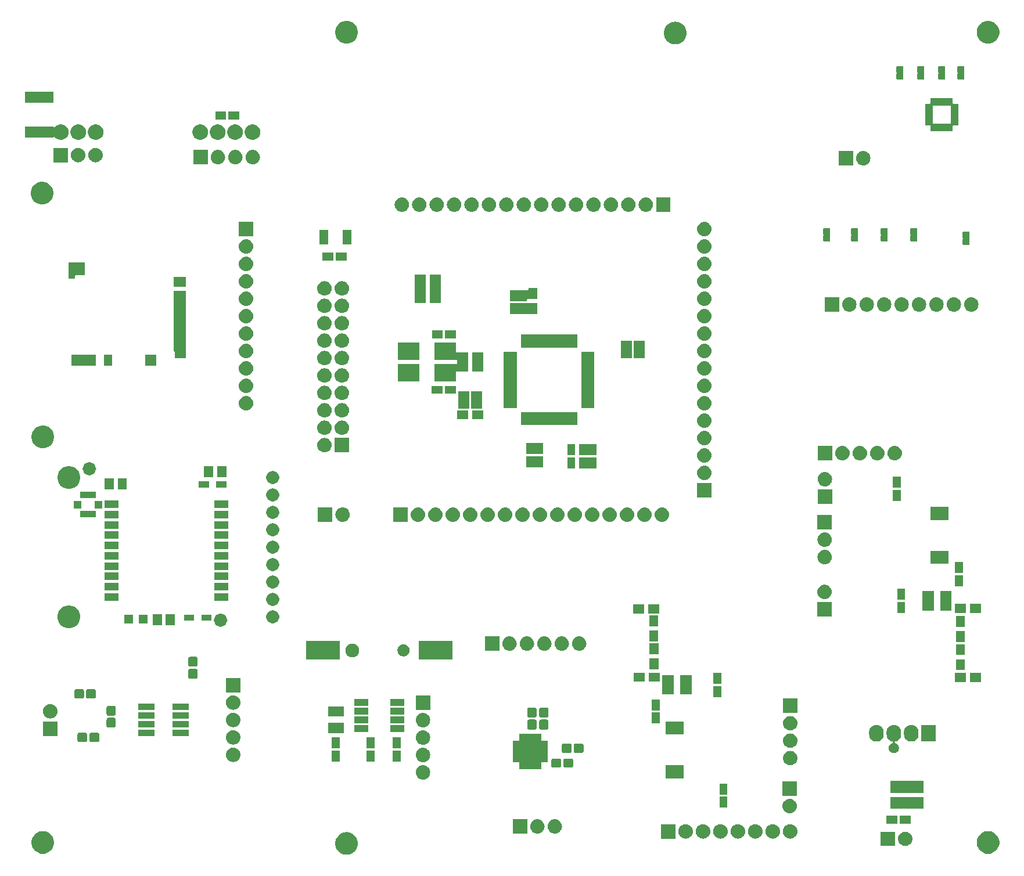
<source format=gbr>
G04 #@! TF.GenerationSoftware,KiCad,Pcbnew,5.0.1-33cea8e~68~ubuntu16.04.1*
G04 #@! TF.CreationDate,2018-10-29T02:33:34-07:00*
G04 #@! TF.ProjectId,integrated-board-design-2,696E74656772617465642D626F617264,rev?*
G04 #@! TF.SameCoordinates,Original*
G04 #@! TF.FileFunction,Soldermask,Top*
G04 #@! TF.FilePolarity,Negative*
%FSLAX46Y46*%
G04 Gerber Fmt 4.6, Leading zero omitted, Abs format (unit mm)*
G04 Created by KiCad (PCBNEW 5.0.1-33cea8e~68~ubuntu16.04.1) date Mon 29 Oct 2018 02:33:34 AM PDT*
%MOMM*%
%LPD*%
G01*
G04 APERTURE LIST*
%ADD10C,0.500000*%
%ADD11C,0.100000*%
G04 APERTURE END LIST*
D10*
G04 #@! TO.C,FID1*
X83351515Y-97216309D02*
G75*
G03X84101515Y-96466309I0J750000D01*
G01*
X84101515Y-96466309D02*
G75*
G03X83351515Y-95716309I-750000J0D01*
G01*
X83351515Y-95716309D02*
G75*
G03X82601515Y-96466309I0J-750000D01*
G01*
X82601515Y-96466309D02*
G75*
G03X83351515Y-97216309I750000J0D01*
G01*
G04 #@! TO.C,FID2*
X102483515Y-119291309D02*
G75*
G03X103233515Y-118541309I0J750000D01*
G01*
X103233515Y-118541309D02*
G75*
G03X102483515Y-117791309I-750000J0D01*
G01*
X102483515Y-117791309D02*
G75*
G03X101733515Y-118541309I0J-750000D01*
G01*
X101733515Y-118541309D02*
G75*
G03X102483515Y-119291309I750000J0D01*
G01*
D11*
G36*
X121092323Y-149475060D02*
X121331521Y-149522639D01*
X121631947Y-149647080D01*
X121902324Y-149827740D01*
X122132260Y-150057676D01*
X122312920Y-150328053D01*
X122437361Y-150628479D01*
X122500800Y-150947410D01*
X122500800Y-151272590D01*
X122437361Y-151591521D01*
X122312920Y-151891947D01*
X122132260Y-152162324D01*
X121902324Y-152392260D01*
X121631947Y-152572920D01*
X121331521Y-152697361D01*
X121092323Y-152744940D01*
X121012591Y-152760800D01*
X120687409Y-152760800D01*
X120607677Y-152744940D01*
X120368479Y-152697361D01*
X120068053Y-152572920D01*
X119797676Y-152392260D01*
X119567740Y-152162324D01*
X119387080Y-151891947D01*
X119262639Y-151591521D01*
X119199200Y-151272590D01*
X119199200Y-150947410D01*
X119262639Y-150628479D01*
X119387080Y-150328053D01*
X119567740Y-150057676D01*
X119797676Y-149827740D01*
X120068053Y-149647080D01*
X120368479Y-149522639D01*
X120607677Y-149475060D01*
X120687409Y-149459200D01*
X121012591Y-149459200D01*
X121092323Y-149475060D01*
X121092323Y-149475060D01*
G37*
G36*
X214592323Y-149325060D02*
X214831521Y-149372639D01*
X215131947Y-149497080D01*
X215402324Y-149677740D01*
X215632260Y-149907676D01*
X215812920Y-150178053D01*
X215937361Y-150478479D01*
X216000800Y-150797410D01*
X216000800Y-151122590D01*
X215937361Y-151441521D01*
X215812920Y-151741947D01*
X215632260Y-152012324D01*
X215402324Y-152242260D01*
X215131947Y-152422920D01*
X214831521Y-152547361D01*
X214592323Y-152594940D01*
X214512591Y-152610800D01*
X214187409Y-152610800D01*
X214107677Y-152594940D01*
X213868479Y-152547361D01*
X213568053Y-152422920D01*
X213297676Y-152242260D01*
X213067740Y-152012324D01*
X212887080Y-151741947D01*
X212762639Y-151441521D01*
X212699200Y-151122590D01*
X212699200Y-150797410D01*
X212762639Y-150478479D01*
X212887080Y-150178053D01*
X213067740Y-149907676D01*
X213297676Y-149677740D01*
X213568053Y-149497080D01*
X213868479Y-149372639D01*
X214107677Y-149325060D01*
X214187409Y-149309200D01*
X214512591Y-149309200D01*
X214592323Y-149325060D01*
X214592323Y-149325060D01*
G37*
G36*
X76817323Y-149325060D02*
X77056521Y-149372639D01*
X77356947Y-149497080D01*
X77627324Y-149677740D01*
X77857260Y-149907676D01*
X78037920Y-150178053D01*
X78162361Y-150478479D01*
X78225800Y-150797410D01*
X78225800Y-151122590D01*
X78162361Y-151441521D01*
X78037920Y-151741947D01*
X77857260Y-152012324D01*
X77627324Y-152242260D01*
X77356947Y-152422920D01*
X77056521Y-152547361D01*
X76817323Y-152594940D01*
X76737591Y-152610800D01*
X76412409Y-152610800D01*
X76332677Y-152594940D01*
X76093479Y-152547361D01*
X75793053Y-152422920D01*
X75522676Y-152242260D01*
X75292740Y-152012324D01*
X75112080Y-151741947D01*
X74987639Y-151441521D01*
X74924200Y-151122590D01*
X74924200Y-150797410D01*
X74987639Y-150478479D01*
X75112080Y-150178053D01*
X75292740Y-149907676D01*
X75522676Y-149677740D01*
X75793053Y-149497080D01*
X76093479Y-149372639D01*
X76332677Y-149325060D01*
X76412409Y-149309200D01*
X76737591Y-149309200D01*
X76817323Y-149325060D01*
X76817323Y-149325060D01*
G37*
G36*
X200794203Y-151483068D02*
X198694203Y-151483068D01*
X198694203Y-149383068D01*
X200794203Y-149383068D01*
X200794203Y-151483068D01*
X200794203Y-151483068D01*
G37*
G36*
X202412910Y-149390665D02*
X202490039Y-149398261D01*
X202621990Y-149438288D01*
X202687966Y-149458301D01*
X202870375Y-149555801D01*
X203030257Y-149687014D01*
X203161470Y-149846896D01*
X203258970Y-150029305D01*
X203258970Y-150029306D01*
X203319010Y-150227232D01*
X203339283Y-150433068D01*
X203319010Y-150638904D01*
X203278983Y-150770855D01*
X203258970Y-150836831D01*
X203161470Y-151019240D01*
X203030257Y-151179122D01*
X202870375Y-151310335D01*
X202687966Y-151407835D01*
X202621990Y-151427848D01*
X202490039Y-151467875D01*
X202412910Y-151475472D01*
X202335783Y-151483068D01*
X202232623Y-151483068D01*
X202155496Y-151475472D01*
X202078367Y-151467875D01*
X201946416Y-151427848D01*
X201880440Y-151407835D01*
X201698031Y-151310335D01*
X201538149Y-151179122D01*
X201406936Y-151019240D01*
X201309436Y-150836831D01*
X201289423Y-150770855D01*
X201249396Y-150638904D01*
X201229123Y-150433068D01*
X201249396Y-150227232D01*
X201309436Y-150029306D01*
X201309436Y-150029305D01*
X201406936Y-149846896D01*
X201538149Y-149687014D01*
X201698031Y-149555801D01*
X201880440Y-149458301D01*
X201946416Y-149438288D01*
X202078367Y-149398261D01*
X202155496Y-149390665D01*
X202232623Y-149383068D01*
X202335783Y-149383068D01*
X202412910Y-149390665D01*
X202412910Y-149390665D01*
G37*
G36*
X183091287Y-148303296D02*
X183168416Y-148310893D01*
X183300367Y-148350920D01*
X183366343Y-148370933D01*
X183548752Y-148468433D01*
X183708634Y-148599646D01*
X183839847Y-148759528D01*
X183937347Y-148941937D01*
X183937347Y-148941938D01*
X183997387Y-149139864D01*
X184017660Y-149345700D01*
X183997387Y-149551536D01*
X183961755Y-149669000D01*
X183937347Y-149749463D01*
X183839847Y-149931872D01*
X183708634Y-150091754D01*
X183548752Y-150222967D01*
X183366343Y-150320467D01*
X183300367Y-150340480D01*
X183168416Y-150380507D01*
X183091287Y-150388103D01*
X183014160Y-150395700D01*
X182911000Y-150395700D01*
X182833873Y-150388103D01*
X182756744Y-150380507D01*
X182624793Y-150340480D01*
X182558817Y-150320467D01*
X182376408Y-150222967D01*
X182216526Y-150091754D01*
X182085313Y-149931872D01*
X181987813Y-149749463D01*
X181963405Y-149669000D01*
X181927773Y-149551536D01*
X181907500Y-149345700D01*
X181927773Y-149139864D01*
X181987813Y-148941938D01*
X181987813Y-148941937D01*
X182085313Y-148759528D01*
X182216526Y-148599646D01*
X182376408Y-148468433D01*
X182558817Y-148370933D01*
X182624793Y-148350920D01*
X182756744Y-148310893D01*
X182833873Y-148303296D01*
X182911000Y-148295700D01*
X183014160Y-148295700D01*
X183091287Y-148303296D01*
X183091287Y-148303296D01*
G37*
G36*
X168772580Y-150395700D02*
X166672580Y-150395700D01*
X166672580Y-148295700D01*
X168772580Y-148295700D01*
X168772580Y-150395700D01*
X168772580Y-150395700D01*
G37*
G36*
X170391287Y-148303296D02*
X170468416Y-148310893D01*
X170600367Y-148350920D01*
X170666343Y-148370933D01*
X170848752Y-148468433D01*
X171008634Y-148599646D01*
X171139847Y-148759528D01*
X171237347Y-148941937D01*
X171237347Y-148941938D01*
X171297387Y-149139864D01*
X171317660Y-149345700D01*
X171297387Y-149551536D01*
X171261755Y-149669000D01*
X171237347Y-149749463D01*
X171139847Y-149931872D01*
X171008634Y-150091754D01*
X170848752Y-150222967D01*
X170666343Y-150320467D01*
X170600367Y-150340480D01*
X170468416Y-150380507D01*
X170391287Y-150388103D01*
X170314160Y-150395700D01*
X170211000Y-150395700D01*
X170133873Y-150388103D01*
X170056744Y-150380507D01*
X169924793Y-150340480D01*
X169858817Y-150320467D01*
X169676408Y-150222967D01*
X169516526Y-150091754D01*
X169385313Y-149931872D01*
X169287813Y-149749463D01*
X169263405Y-149669000D01*
X169227773Y-149551536D01*
X169207500Y-149345700D01*
X169227773Y-149139864D01*
X169287813Y-148941938D01*
X169287813Y-148941937D01*
X169385313Y-148759528D01*
X169516526Y-148599646D01*
X169676408Y-148468433D01*
X169858817Y-148370933D01*
X169924793Y-148350920D01*
X170056744Y-148310893D01*
X170133873Y-148303296D01*
X170211000Y-148295700D01*
X170314160Y-148295700D01*
X170391287Y-148303296D01*
X170391287Y-148303296D01*
G37*
G36*
X172931287Y-148303296D02*
X173008416Y-148310893D01*
X173140367Y-148350920D01*
X173206343Y-148370933D01*
X173388752Y-148468433D01*
X173548634Y-148599646D01*
X173679847Y-148759528D01*
X173777347Y-148941937D01*
X173777347Y-148941938D01*
X173837387Y-149139864D01*
X173857660Y-149345700D01*
X173837387Y-149551536D01*
X173801755Y-149669000D01*
X173777347Y-149749463D01*
X173679847Y-149931872D01*
X173548634Y-150091754D01*
X173388752Y-150222967D01*
X173206343Y-150320467D01*
X173140367Y-150340480D01*
X173008416Y-150380507D01*
X172931287Y-150388103D01*
X172854160Y-150395700D01*
X172751000Y-150395700D01*
X172673873Y-150388103D01*
X172596744Y-150380507D01*
X172464793Y-150340480D01*
X172398817Y-150320467D01*
X172216408Y-150222967D01*
X172056526Y-150091754D01*
X171925313Y-149931872D01*
X171827813Y-149749463D01*
X171803405Y-149669000D01*
X171767773Y-149551536D01*
X171747500Y-149345700D01*
X171767773Y-149139864D01*
X171827813Y-148941938D01*
X171827813Y-148941937D01*
X171925313Y-148759528D01*
X172056526Y-148599646D01*
X172216408Y-148468433D01*
X172398817Y-148370933D01*
X172464793Y-148350920D01*
X172596744Y-148310893D01*
X172673873Y-148303296D01*
X172751000Y-148295700D01*
X172854160Y-148295700D01*
X172931287Y-148303296D01*
X172931287Y-148303296D01*
G37*
G36*
X178011287Y-148303296D02*
X178088416Y-148310893D01*
X178220367Y-148350920D01*
X178286343Y-148370933D01*
X178468752Y-148468433D01*
X178628634Y-148599646D01*
X178759847Y-148759528D01*
X178857347Y-148941937D01*
X178857347Y-148941938D01*
X178917387Y-149139864D01*
X178937660Y-149345700D01*
X178917387Y-149551536D01*
X178881755Y-149669000D01*
X178857347Y-149749463D01*
X178759847Y-149931872D01*
X178628634Y-150091754D01*
X178468752Y-150222967D01*
X178286343Y-150320467D01*
X178220367Y-150340480D01*
X178088416Y-150380507D01*
X178011287Y-150388103D01*
X177934160Y-150395700D01*
X177831000Y-150395700D01*
X177753873Y-150388103D01*
X177676744Y-150380507D01*
X177544793Y-150340480D01*
X177478817Y-150320467D01*
X177296408Y-150222967D01*
X177136526Y-150091754D01*
X177005313Y-149931872D01*
X176907813Y-149749463D01*
X176883405Y-149669000D01*
X176847773Y-149551536D01*
X176827500Y-149345700D01*
X176847773Y-149139864D01*
X176907813Y-148941938D01*
X176907813Y-148941937D01*
X177005313Y-148759528D01*
X177136526Y-148599646D01*
X177296408Y-148468433D01*
X177478817Y-148370933D01*
X177544793Y-148350920D01*
X177676744Y-148310893D01*
X177753873Y-148303296D01*
X177831000Y-148295700D01*
X177934160Y-148295700D01*
X178011287Y-148303296D01*
X178011287Y-148303296D01*
G37*
G36*
X175471287Y-148303296D02*
X175548416Y-148310893D01*
X175680367Y-148350920D01*
X175746343Y-148370933D01*
X175928752Y-148468433D01*
X176088634Y-148599646D01*
X176219847Y-148759528D01*
X176317347Y-148941937D01*
X176317347Y-148941938D01*
X176377387Y-149139864D01*
X176397660Y-149345700D01*
X176377387Y-149551536D01*
X176341755Y-149669000D01*
X176317347Y-149749463D01*
X176219847Y-149931872D01*
X176088634Y-150091754D01*
X175928752Y-150222967D01*
X175746343Y-150320467D01*
X175680367Y-150340480D01*
X175548416Y-150380507D01*
X175471287Y-150388103D01*
X175394160Y-150395700D01*
X175291000Y-150395700D01*
X175213873Y-150388103D01*
X175136744Y-150380507D01*
X175004793Y-150340480D01*
X174938817Y-150320467D01*
X174756408Y-150222967D01*
X174596526Y-150091754D01*
X174465313Y-149931872D01*
X174367813Y-149749463D01*
X174343405Y-149669000D01*
X174307773Y-149551536D01*
X174287500Y-149345700D01*
X174307773Y-149139864D01*
X174367813Y-148941938D01*
X174367813Y-148941937D01*
X174465313Y-148759528D01*
X174596526Y-148599646D01*
X174756408Y-148468433D01*
X174938817Y-148370933D01*
X175004793Y-148350920D01*
X175136744Y-148310893D01*
X175213873Y-148303296D01*
X175291000Y-148295700D01*
X175394160Y-148295700D01*
X175471287Y-148303296D01*
X175471287Y-148303296D01*
G37*
G36*
X185631287Y-148303296D02*
X185708416Y-148310893D01*
X185840367Y-148350920D01*
X185906343Y-148370933D01*
X186088752Y-148468433D01*
X186248634Y-148599646D01*
X186379847Y-148759528D01*
X186477347Y-148941937D01*
X186477347Y-148941938D01*
X186537387Y-149139864D01*
X186557660Y-149345700D01*
X186537387Y-149551536D01*
X186501755Y-149669000D01*
X186477347Y-149749463D01*
X186379847Y-149931872D01*
X186248634Y-150091754D01*
X186088752Y-150222967D01*
X185906343Y-150320467D01*
X185840367Y-150340480D01*
X185708416Y-150380507D01*
X185631287Y-150388103D01*
X185554160Y-150395700D01*
X185451000Y-150395700D01*
X185373873Y-150388103D01*
X185296744Y-150380507D01*
X185164793Y-150340480D01*
X185098817Y-150320467D01*
X184916408Y-150222967D01*
X184756526Y-150091754D01*
X184625313Y-149931872D01*
X184527813Y-149749463D01*
X184503405Y-149669000D01*
X184467773Y-149551536D01*
X184447500Y-149345700D01*
X184467773Y-149139864D01*
X184527813Y-148941938D01*
X184527813Y-148941937D01*
X184625313Y-148759528D01*
X184756526Y-148599646D01*
X184916408Y-148468433D01*
X185098817Y-148370933D01*
X185164793Y-148350920D01*
X185296744Y-148310893D01*
X185373873Y-148303296D01*
X185451000Y-148295700D01*
X185554160Y-148295700D01*
X185631287Y-148303296D01*
X185631287Y-148303296D01*
G37*
G36*
X180551287Y-148303296D02*
X180628416Y-148310893D01*
X180760367Y-148350920D01*
X180826343Y-148370933D01*
X181008752Y-148468433D01*
X181168634Y-148599646D01*
X181299847Y-148759528D01*
X181397347Y-148941937D01*
X181397347Y-148941938D01*
X181457387Y-149139864D01*
X181477660Y-149345700D01*
X181457387Y-149551536D01*
X181421755Y-149669000D01*
X181397347Y-149749463D01*
X181299847Y-149931872D01*
X181168634Y-150091754D01*
X181008752Y-150222967D01*
X180826343Y-150320467D01*
X180760367Y-150340480D01*
X180628416Y-150380507D01*
X180551287Y-150388103D01*
X180474160Y-150395700D01*
X180371000Y-150395700D01*
X180293873Y-150388103D01*
X180216744Y-150380507D01*
X180084793Y-150340480D01*
X180018817Y-150320467D01*
X179836408Y-150222967D01*
X179676526Y-150091754D01*
X179545313Y-149931872D01*
X179447813Y-149749463D01*
X179423405Y-149669000D01*
X179387773Y-149551536D01*
X179367500Y-149345700D01*
X179387773Y-149139864D01*
X179447813Y-148941938D01*
X179447813Y-148941937D01*
X179545313Y-148759528D01*
X179676526Y-148599646D01*
X179836408Y-148468433D01*
X180018817Y-148370933D01*
X180084793Y-148350920D01*
X180216744Y-148310893D01*
X180293873Y-148303296D01*
X180371000Y-148295700D01*
X180474160Y-148295700D01*
X180551287Y-148303296D01*
X180551287Y-148303296D01*
G37*
G36*
X151326707Y-147576597D02*
X151403836Y-147584193D01*
X151535787Y-147624220D01*
X151601763Y-147644233D01*
X151784172Y-147741733D01*
X151944054Y-147872946D01*
X152075267Y-148032828D01*
X152172767Y-148215237D01*
X152172767Y-148215238D01*
X152232807Y-148413164D01*
X152253080Y-148619000D01*
X152232807Y-148824836D01*
X152197285Y-148941937D01*
X152172767Y-149022763D01*
X152075267Y-149205172D01*
X151944054Y-149365054D01*
X151784172Y-149496267D01*
X151601763Y-149593767D01*
X151535787Y-149613780D01*
X151403836Y-149653807D01*
X151326707Y-149661403D01*
X151249580Y-149669000D01*
X151146420Y-149669000D01*
X151069293Y-149661403D01*
X150992164Y-149653807D01*
X150860213Y-149613780D01*
X150794237Y-149593767D01*
X150611828Y-149496267D01*
X150451946Y-149365054D01*
X150320733Y-149205172D01*
X150223233Y-149022763D01*
X150198715Y-148941937D01*
X150163193Y-148824836D01*
X150142920Y-148619000D01*
X150163193Y-148413164D01*
X150223233Y-148215238D01*
X150223233Y-148215237D01*
X150320733Y-148032828D01*
X150451946Y-147872946D01*
X150611828Y-147741733D01*
X150794237Y-147644233D01*
X150860213Y-147624220D01*
X150992164Y-147584193D01*
X151069293Y-147576597D01*
X151146420Y-147569000D01*
X151249580Y-147569000D01*
X151326707Y-147576597D01*
X151326707Y-147576597D01*
G37*
G36*
X148786707Y-147576597D02*
X148863836Y-147584193D01*
X148995787Y-147624220D01*
X149061763Y-147644233D01*
X149244172Y-147741733D01*
X149404054Y-147872946D01*
X149535267Y-148032828D01*
X149632767Y-148215237D01*
X149632767Y-148215238D01*
X149692807Y-148413164D01*
X149713080Y-148619000D01*
X149692807Y-148824836D01*
X149657285Y-148941937D01*
X149632767Y-149022763D01*
X149535267Y-149205172D01*
X149404054Y-149365054D01*
X149244172Y-149496267D01*
X149061763Y-149593767D01*
X148995787Y-149613780D01*
X148863836Y-149653807D01*
X148786707Y-149661403D01*
X148709580Y-149669000D01*
X148606420Y-149669000D01*
X148529293Y-149661403D01*
X148452164Y-149653807D01*
X148320213Y-149613780D01*
X148254237Y-149593767D01*
X148071828Y-149496267D01*
X147911946Y-149365054D01*
X147780733Y-149205172D01*
X147683233Y-149022763D01*
X147658715Y-148941937D01*
X147623193Y-148824836D01*
X147602920Y-148619000D01*
X147623193Y-148413164D01*
X147683233Y-148215238D01*
X147683233Y-148215237D01*
X147780733Y-148032828D01*
X147911946Y-147872946D01*
X148071828Y-147741733D01*
X148254237Y-147644233D01*
X148320213Y-147624220D01*
X148452164Y-147584193D01*
X148529293Y-147576597D01*
X148606420Y-147569000D01*
X148709580Y-147569000D01*
X148786707Y-147576597D01*
X148786707Y-147576597D01*
G37*
G36*
X147168000Y-149669000D02*
X145068000Y-149669000D01*
X145068000Y-147569000D01*
X147168000Y-147569000D01*
X147168000Y-149669000D01*
X147168000Y-149669000D01*
G37*
G36*
X201150000Y-148235000D02*
X199550000Y-148235000D01*
X199550000Y-147085000D01*
X201150000Y-147085000D01*
X201150000Y-148235000D01*
X201150000Y-148235000D01*
G37*
G36*
X203050000Y-148235000D02*
X201450000Y-148235000D01*
X201450000Y-147085000D01*
X203050000Y-147085000D01*
X203050000Y-148235000D01*
X203050000Y-148235000D01*
G37*
G36*
X185570327Y-144602517D02*
X185647456Y-144610113D01*
X185779407Y-144650140D01*
X185845383Y-144670153D01*
X186027792Y-144767653D01*
X186187674Y-144898866D01*
X186318887Y-145058748D01*
X186416387Y-145241157D01*
X186416387Y-145241158D01*
X186476427Y-145439084D01*
X186496700Y-145644920D01*
X186476427Y-145850756D01*
X186467228Y-145881080D01*
X186416387Y-146048683D01*
X186318887Y-146231092D01*
X186187674Y-146390974D01*
X186027792Y-146522187D01*
X185845383Y-146619687D01*
X185779407Y-146639700D01*
X185647456Y-146679727D01*
X185570327Y-146687323D01*
X185493200Y-146694920D01*
X185390040Y-146694920D01*
X185312913Y-146687323D01*
X185235784Y-146679727D01*
X185103833Y-146639700D01*
X185037857Y-146619687D01*
X184855448Y-146522187D01*
X184695566Y-146390974D01*
X184564353Y-146231092D01*
X184466853Y-146048683D01*
X184416012Y-145881080D01*
X184406813Y-145850756D01*
X184386540Y-145644920D01*
X184406813Y-145439084D01*
X184466853Y-145241158D01*
X184466853Y-145241157D01*
X184564353Y-145058748D01*
X184695566Y-144898866D01*
X184855448Y-144767653D01*
X185037857Y-144670153D01*
X185103833Y-144650140D01*
X185235784Y-144610113D01*
X185312913Y-144602517D01*
X185390040Y-144594920D01*
X185493200Y-144594920D01*
X185570327Y-144602517D01*
X185570327Y-144602517D01*
G37*
G36*
X204939203Y-146073068D02*
X200139203Y-146073068D01*
X200139203Y-144313068D01*
X204939203Y-144313068D01*
X204939203Y-146073068D01*
X204939203Y-146073068D01*
G37*
G36*
X176349380Y-145881080D02*
X175199380Y-145881080D01*
X175199380Y-144281080D01*
X176349380Y-144281080D01*
X176349380Y-145881080D01*
X176349380Y-145881080D01*
G37*
G36*
X186491620Y-144154920D02*
X184391620Y-144154920D01*
X184391620Y-142054920D01*
X186491620Y-142054920D01*
X186491620Y-144154920D01*
X186491620Y-144154920D01*
G37*
G36*
X176349380Y-143981080D02*
X175199380Y-143981080D01*
X175199380Y-142381080D01*
X176349380Y-142381080D01*
X176349380Y-143981080D01*
X176349380Y-143981080D01*
G37*
G36*
X204939203Y-143723068D02*
X200139203Y-143723068D01*
X200139203Y-141963068D01*
X204939203Y-141963068D01*
X204939203Y-143723068D01*
X204939203Y-143723068D01*
G37*
G36*
X132118787Y-139687157D02*
X132195916Y-139694753D01*
X132327867Y-139734780D01*
X132393843Y-139754793D01*
X132576252Y-139852293D01*
X132736134Y-139983506D01*
X132867347Y-140143388D01*
X132964847Y-140325797D01*
X132964847Y-140325798D01*
X133024887Y-140523724D01*
X133045160Y-140729560D01*
X133024887Y-140935396D01*
X132984860Y-141067347D01*
X132964847Y-141133323D01*
X132867347Y-141315732D01*
X132736134Y-141475614D01*
X132576252Y-141606827D01*
X132393843Y-141704327D01*
X132327867Y-141724340D01*
X132195916Y-141764367D01*
X132118787Y-141771963D01*
X132041660Y-141779560D01*
X131938500Y-141779560D01*
X131861373Y-141771963D01*
X131784244Y-141764367D01*
X131652293Y-141724340D01*
X131586317Y-141704327D01*
X131403908Y-141606827D01*
X131244026Y-141475614D01*
X131112813Y-141315732D01*
X131015313Y-141133323D01*
X130995300Y-141067347D01*
X130955273Y-140935396D01*
X130935000Y-140729560D01*
X130955273Y-140523724D01*
X131015313Y-140325798D01*
X131015313Y-140325797D01*
X131112813Y-140143388D01*
X131244026Y-139983506D01*
X131403908Y-139852293D01*
X131586317Y-139754793D01*
X131652293Y-139734780D01*
X131784244Y-139694753D01*
X131861373Y-139687157D01*
X131938500Y-139679560D01*
X132041660Y-139679560D01*
X132118787Y-139687157D01*
X132118787Y-139687157D01*
G37*
G36*
X169987780Y-141600880D02*
X167387780Y-141600880D01*
X167387780Y-139700880D01*
X169987780Y-139700880D01*
X169987780Y-141600880D01*
X169987780Y-141600880D01*
G37*
G36*
X149222000Y-135992000D02*
X149224402Y-136016386D01*
X149231515Y-136039835D01*
X149243066Y-136061446D01*
X149258612Y-136080388D01*
X149277554Y-136095934D01*
X149299165Y-136107485D01*
X149322614Y-136114598D01*
X149347000Y-136117000D01*
X150207000Y-136117000D01*
X150207000Y-139277000D01*
X149347000Y-139277000D01*
X149322614Y-139279402D01*
X149299165Y-139286515D01*
X149277554Y-139298066D01*
X149258612Y-139313612D01*
X149243066Y-139332554D01*
X149231515Y-139354165D01*
X149224402Y-139377614D01*
X149222000Y-139402000D01*
X149222000Y-140262000D01*
X146062000Y-140262000D01*
X146062000Y-139402000D01*
X146059598Y-139377614D01*
X146052485Y-139354165D01*
X146040934Y-139332554D01*
X146025388Y-139313612D01*
X146006446Y-139298066D01*
X145984835Y-139286515D01*
X145961386Y-139279402D01*
X145937000Y-139277000D01*
X145077000Y-139277000D01*
X145077000Y-136117000D01*
X145937000Y-136117000D01*
X145961386Y-136114598D01*
X145984835Y-136107485D01*
X146006446Y-136095934D01*
X146025388Y-136080388D01*
X146040934Y-136061446D01*
X146052485Y-136039835D01*
X146059598Y-136016386D01*
X146062000Y-135992000D01*
X146062000Y-135132000D01*
X149222000Y-135132000D01*
X149222000Y-135992000D01*
X149222000Y-135992000D01*
G37*
G36*
X151903530Y-138715877D02*
X151955010Y-138731493D01*
X152002442Y-138756846D01*
X152044027Y-138790973D01*
X152078154Y-138832558D01*
X152103507Y-138879990D01*
X152119123Y-138931470D01*
X152125000Y-138991140D01*
X152125000Y-139778860D01*
X152119123Y-139838530D01*
X152103507Y-139890010D01*
X152078154Y-139937442D01*
X152044027Y-139979027D01*
X152002442Y-140013154D01*
X151955010Y-140038507D01*
X151903530Y-140054123D01*
X151843860Y-140060000D01*
X150956140Y-140060000D01*
X150896470Y-140054123D01*
X150844990Y-140038507D01*
X150797558Y-140013154D01*
X150755973Y-139979027D01*
X150721846Y-139937442D01*
X150696493Y-139890010D01*
X150680877Y-139838530D01*
X150675000Y-139778860D01*
X150675000Y-138991140D01*
X150680877Y-138931470D01*
X150696493Y-138879990D01*
X150721846Y-138832558D01*
X150755973Y-138790973D01*
X150797558Y-138756846D01*
X150844990Y-138731493D01*
X150896470Y-138715877D01*
X150956140Y-138710000D01*
X151843860Y-138710000D01*
X151903530Y-138715877D01*
X151903530Y-138715877D01*
G37*
G36*
X153653530Y-138715877D02*
X153705010Y-138731493D01*
X153752442Y-138756846D01*
X153794027Y-138790973D01*
X153828154Y-138832558D01*
X153853507Y-138879990D01*
X153869123Y-138931470D01*
X153875000Y-138991140D01*
X153875000Y-139778860D01*
X153869123Y-139838530D01*
X153853507Y-139890010D01*
X153828154Y-139937442D01*
X153794027Y-139979027D01*
X153752442Y-140013154D01*
X153705010Y-140038507D01*
X153653530Y-140054123D01*
X153593860Y-140060000D01*
X152706140Y-140060000D01*
X152646470Y-140054123D01*
X152594990Y-140038507D01*
X152547558Y-140013154D01*
X152505973Y-139979027D01*
X152471846Y-139937442D01*
X152446493Y-139890010D01*
X152430877Y-139838530D01*
X152425000Y-139778860D01*
X152425000Y-138991140D01*
X152430877Y-138931470D01*
X152446493Y-138879990D01*
X152471846Y-138832558D01*
X152505973Y-138790973D01*
X152547558Y-138756846D01*
X152594990Y-138731493D01*
X152646470Y-138715877D01*
X152706140Y-138710000D01*
X153593860Y-138710000D01*
X153653530Y-138715877D01*
X153653530Y-138715877D01*
G37*
G36*
X185646527Y-137612436D02*
X185723656Y-137620033D01*
X185855607Y-137660060D01*
X185921583Y-137680073D01*
X186103992Y-137777573D01*
X186263874Y-137908786D01*
X186395087Y-138068668D01*
X186492587Y-138251077D01*
X186512600Y-138317053D01*
X186552627Y-138449004D01*
X186572900Y-138654840D01*
X186552627Y-138860676D01*
X186531152Y-138931470D01*
X186492587Y-139058603D01*
X186395087Y-139241012D01*
X186263874Y-139400894D01*
X186103992Y-139532107D01*
X185921583Y-139629607D01*
X185855607Y-139649620D01*
X185723656Y-139689647D01*
X185646527Y-139697243D01*
X185569400Y-139704840D01*
X185466240Y-139704840D01*
X185389113Y-139697243D01*
X185311984Y-139689647D01*
X185180033Y-139649620D01*
X185114057Y-139629607D01*
X184931648Y-139532107D01*
X184771766Y-139400894D01*
X184640553Y-139241012D01*
X184543053Y-139058603D01*
X184504488Y-138931470D01*
X184483013Y-138860676D01*
X184462740Y-138654840D01*
X184483013Y-138449004D01*
X184523040Y-138317053D01*
X184543053Y-138251077D01*
X184640553Y-138068668D01*
X184771766Y-137908786D01*
X184931648Y-137777573D01*
X185114057Y-137680073D01*
X185180033Y-137660060D01*
X185311984Y-137620033D01*
X185389113Y-137612436D01*
X185466240Y-137604840D01*
X185569400Y-137604840D01*
X185646527Y-137612436D01*
X185646527Y-137612436D01*
G37*
G36*
X132118787Y-137147157D02*
X132195916Y-137154753D01*
X132327867Y-137194780D01*
X132393843Y-137214793D01*
X132576252Y-137312293D01*
X132736134Y-137443506D01*
X132867347Y-137603388D01*
X132964847Y-137785797D01*
X132980729Y-137838154D01*
X133024887Y-137983724D01*
X133045160Y-138189560D01*
X133024887Y-138395396D01*
X132984860Y-138527347D01*
X132964847Y-138593323D01*
X132867347Y-138775732D01*
X132736134Y-138935614D01*
X132576252Y-139066827D01*
X132393843Y-139164327D01*
X132327867Y-139184340D01*
X132195916Y-139224367D01*
X132118787Y-139231964D01*
X132041660Y-139239560D01*
X131938500Y-139239560D01*
X131861373Y-139231964D01*
X131784244Y-139224367D01*
X131652293Y-139184340D01*
X131586317Y-139164327D01*
X131403908Y-139066827D01*
X131244026Y-138935614D01*
X131112813Y-138775732D01*
X131015313Y-138593323D01*
X130995300Y-138527347D01*
X130955273Y-138395396D01*
X130935000Y-138189560D01*
X130955273Y-137983724D01*
X130999431Y-137838154D01*
X131015313Y-137785797D01*
X131112813Y-137603388D01*
X131244026Y-137443506D01*
X131403908Y-137312293D01*
X131586317Y-137214793D01*
X131652293Y-137194780D01*
X131784244Y-137154753D01*
X131861373Y-137147157D01*
X131938500Y-137139560D01*
X132041660Y-137139560D01*
X132118787Y-137147157D01*
X132118787Y-137147157D01*
G37*
G36*
X104448707Y-137132596D02*
X104525836Y-137140193D01*
X104657787Y-137180220D01*
X104723763Y-137200233D01*
X104906172Y-137297733D01*
X105066054Y-137428946D01*
X105197267Y-137588828D01*
X105294767Y-137771237D01*
X105312022Y-137828121D01*
X105354807Y-137969164D01*
X105375080Y-138175000D01*
X105354807Y-138380836D01*
X105334128Y-138449006D01*
X105294767Y-138578763D01*
X105197267Y-138761172D01*
X105066054Y-138921054D01*
X104906172Y-139052267D01*
X104723763Y-139149767D01*
X104707962Y-139154560D01*
X104525836Y-139209807D01*
X104448707Y-139217404D01*
X104371580Y-139225000D01*
X104268420Y-139225000D01*
X104191293Y-139217404D01*
X104114164Y-139209807D01*
X103932038Y-139154560D01*
X103916237Y-139149767D01*
X103733828Y-139052267D01*
X103573946Y-138921054D01*
X103442733Y-138761172D01*
X103345233Y-138578763D01*
X103305872Y-138449006D01*
X103285193Y-138380836D01*
X103264920Y-138175000D01*
X103285193Y-137969164D01*
X103327978Y-137828121D01*
X103345233Y-137771237D01*
X103442733Y-137588828D01*
X103573946Y-137428946D01*
X103733828Y-137297733D01*
X103916237Y-137200233D01*
X103982213Y-137180220D01*
X104114164Y-137140193D01*
X104191293Y-137132596D01*
X104268420Y-137125000D01*
X104371580Y-137125000D01*
X104448707Y-137132596D01*
X104448707Y-137132596D01*
G37*
G36*
X128755080Y-139154560D02*
X127605080Y-139154560D01*
X127605080Y-137554560D01*
X128755080Y-137554560D01*
X128755080Y-139154560D01*
X128755080Y-139154560D01*
G37*
G36*
X124945080Y-139154560D02*
X123795080Y-139154560D01*
X123795080Y-137554560D01*
X124945080Y-137554560D01*
X124945080Y-139154560D01*
X124945080Y-139154560D01*
G37*
G36*
X119865080Y-139154560D02*
X118715080Y-139154560D01*
X118715080Y-137554560D01*
X119865080Y-137554560D01*
X119865080Y-139154560D01*
X119865080Y-139154560D01*
G37*
G36*
X200798623Y-133830094D02*
X200832981Y-133833478D01*
X200966815Y-133874077D01*
X201033733Y-133894376D01*
X201218748Y-133993268D01*
X201380915Y-134126356D01*
X201514003Y-134288523D01*
X201612895Y-134473539D01*
X201631539Y-134535000D01*
X201673793Y-134674291D01*
X201673793Y-134674293D01*
X201689203Y-134830751D01*
X201689203Y-135235386D01*
X201688177Y-135245798D01*
X201673793Y-135391846D01*
X201633194Y-135525680D01*
X201612895Y-135592598D01*
X201514003Y-135777613D01*
X201380915Y-135939780D01*
X201218748Y-136072868D01*
X201033732Y-136171760D01*
X200982035Y-136187442D01*
X200838162Y-136231086D01*
X200815523Y-136240463D01*
X200795148Y-136254077D01*
X200777821Y-136271404D01*
X200764208Y-136291779D01*
X200754830Y-136314418D01*
X200750050Y-136338451D01*
X200750050Y-136362956D01*
X200754831Y-136386989D01*
X200764208Y-136409628D01*
X200777822Y-136430003D01*
X200795149Y-136447330D01*
X200815524Y-136460943D01*
X200838163Y-136470321D01*
X200840739Y-136470966D01*
X200979460Y-136528426D01*
X201102303Y-136610507D01*
X201206764Y-136714968D01*
X201288845Y-136837811D01*
X201345381Y-136974302D01*
X201374203Y-137119198D01*
X201374203Y-137266938D01*
X201345381Y-137411834D01*
X201288845Y-137548325D01*
X201206764Y-137671168D01*
X201102303Y-137775629D01*
X200979460Y-137857710D01*
X200899506Y-137890828D01*
X200842970Y-137914246D01*
X200770521Y-137928657D01*
X200698073Y-137943068D01*
X200550333Y-137943068D01*
X200477885Y-137928657D01*
X200405436Y-137914246D01*
X200348900Y-137890828D01*
X200268946Y-137857710D01*
X200146103Y-137775629D01*
X200041642Y-137671168D01*
X199959561Y-137548325D01*
X199903025Y-137411834D01*
X199874203Y-137266938D01*
X199874203Y-137119198D01*
X199903025Y-136974302D01*
X199959561Y-136837811D01*
X200041642Y-136714968D01*
X200146103Y-136610507D01*
X200268946Y-136528426D01*
X200361744Y-136489988D01*
X200405436Y-136471890D01*
X200405437Y-136471890D01*
X200412112Y-136469125D01*
X200421789Y-136466190D01*
X200443401Y-136454639D01*
X200462343Y-136439094D01*
X200477889Y-136420153D01*
X200489441Y-136398542D01*
X200496555Y-136375094D01*
X200498958Y-136350707D01*
X200496557Y-136326321D01*
X200489445Y-136302872D01*
X200477894Y-136281260D01*
X200462349Y-136262318D01*
X200443408Y-136246772D01*
X200421797Y-136235220D01*
X200410244Y-136231086D01*
X200266370Y-136187442D01*
X200214673Y-136171760D01*
X200029658Y-136072868D01*
X199867491Y-135939780D01*
X199734403Y-135777613D01*
X199635511Y-135592597D01*
X199596805Y-135465000D01*
X199574613Y-135391845D01*
X199559419Y-135237573D01*
X199559203Y-135235385D01*
X199559203Y-134830750D01*
X199570760Y-134713407D01*
X199574613Y-134674290D01*
X199616867Y-134535000D01*
X199635511Y-134473538D01*
X199734403Y-134288523D01*
X199867492Y-134126356D01*
X200029659Y-133993268D01*
X200214674Y-133894376D01*
X200281592Y-133874077D01*
X200415426Y-133833478D01*
X200449784Y-133830094D01*
X200624203Y-133812915D01*
X200798623Y-133830094D01*
X200798623Y-133830094D01*
G37*
G36*
X153428530Y-136540877D02*
X153480010Y-136556493D01*
X153527442Y-136581846D01*
X153569027Y-136615973D01*
X153603154Y-136657558D01*
X153628507Y-136704990D01*
X153644123Y-136756470D01*
X153650000Y-136816140D01*
X153650000Y-137603860D01*
X153644123Y-137663530D01*
X153628507Y-137715010D01*
X153603154Y-137762442D01*
X153569027Y-137804027D01*
X153527442Y-137838154D01*
X153480010Y-137863507D01*
X153428530Y-137879123D01*
X153368860Y-137885000D01*
X152481140Y-137885000D01*
X152421470Y-137879123D01*
X152369990Y-137863507D01*
X152322558Y-137838154D01*
X152280973Y-137804027D01*
X152246846Y-137762442D01*
X152221493Y-137715010D01*
X152205877Y-137663530D01*
X152200000Y-137603860D01*
X152200000Y-136816140D01*
X152205877Y-136756470D01*
X152221493Y-136704990D01*
X152246846Y-136657558D01*
X152280973Y-136615973D01*
X152322558Y-136581846D01*
X152369990Y-136556493D01*
X152421470Y-136540877D01*
X152481140Y-136535000D01*
X153368860Y-136535000D01*
X153428530Y-136540877D01*
X153428530Y-136540877D01*
G37*
G36*
X155178530Y-136540877D02*
X155230010Y-136556493D01*
X155277442Y-136581846D01*
X155319027Y-136615973D01*
X155353154Y-136657558D01*
X155378507Y-136704990D01*
X155394123Y-136756470D01*
X155400000Y-136816140D01*
X155400000Y-137603860D01*
X155394123Y-137663530D01*
X155378507Y-137715010D01*
X155353154Y-137762442D01*
X155319027Y-137804027D01*
X155277442Y-137838154D01*
X155230010Y-137863507D01*
X155178530Y-137879123D01*
X155118860Y-137885000D01*
X154231140Y-137885000D01*
X154171470Y-137879123D01*
X154119990Y-137863507D01*
X154072558Y-137838154D01*
X154030973Y-137804027D01*
X153996846Y-137762442D01*
X153971493Y-137715010D01*
X153955877Y-137663530D01*
X153950000Y-137603860D01*
X153950000Y-136816140D01*
X153955877Y-136756470D01*
X153971493Y-136704990D01*
X153996846Y-136657558D01*
X154030973Y-136615973D01*
X154072558Y-136581846D01*
X154119990Y-136556493D01*
X154171470Y-136540877D01*
X154231140Y-136535000D01*
X155118860Y-136535000D01*
X155178530Y-136540877D01*
X155178530Y-136540877D01*
G37*
G36*
X124945080Y-137254560D02*
X123795080Y-137254560D01*
X123795080Y-135654560D01*
X124945080Y-135654560D01*
X124945080Y-137254560D01*
X124945080Y-137254560D01*
G37*
G36*
X119865080Y-137254560D02*
X118715080Y-137254560D01*
X118715080Y-135654560D01*
X119865080Y-135654560D01*
X119865080Y-137254560D01*
X119865080Y-137254560D01*
G37*
G36*
X128755080Y-137254560D02*
X127605080Y-137254560D01*
X127605080Y-135654560D01*
X128755080Y-135654560D01*
X128755080Y-137254560D01*
X128755080Y-137254560D01*
G37*
G36*
X185646527Y-135072437D02*
X185723656Y-135080033D01*
X185855607Y-135120060D01*
X185921583Y-135140073D01*
X186103992Y-135237573D01*
X186263874Y-135368786D01*
X186395087Y-135528668D01*
X186492587Y-135711077D01*
X186492587Y-135711078D01*
X186552627Y-135909004D01*
X186572900Y-136114840D01*
X186552627Y-136320676D01*
X186525644Y-136409628D01*
X186492587Y-136518603D01*
X186395087Y-136701012D01*
X186263874Y-136860894D01*
X186103992Y-136992107D01*
X185921583Y-137089607D01*
X185855607Y-137109620D01*
X185723656Y-137149647D01*
X185646527Y-137157243D01*
X185569400Y-137164840D01*
X185466240Y-137164840D01*
X185389113Y-137157243D01*
X185311984Y-137149647D01*
X185180033Y-137109620D01*
X185114057Y-137089607D01*
X184931648Y-136992107D01*
X184771766Y-136860894D01*
X184640553Y-136701012D01*
X184543053Y-136518603D01*
X184509996Y-136409628D01*
X184483013Y-136320676D01*
X184462740Y-136114840D01*
X184483013Y-135909004D01*
X184543053Y-135711078D01*
X184543053Y-135711077D01*
X184640553Y-135528668D01*
X184771766Y-135368786D01*
X184931648Y-135237573D01*
X185114057Y-135140073D01*
X185180033Y-135120060D01*
X185311984Y-135080033D01*
X185389113Y-135072437D01*
X185466240Y-135064840D01*
X185569400Y-135064840D01*
X185646527Y-135072437D01*
X185646527Y-135072437D01*
G37*
G36*
X132118787Y-134607157D02*
X132195916Y-134614753D01*
X132327867Y-134654780D01*
X132393843Y-134674793D01*
X132576252Y-134772293D01*
X132736134Y-134903506D01*
X132867347Y-135063388D01*
X132964847Y-135245797D01*
X132964847Y-135245798D01*
X133024887Y-135443724D01*
X133045160Y-135649560D01*
X133024887Y-135855396D01*
X132999289Y-135939780D01*
X132964847Y-136053323D01*
X132867347Y-136235732D01*
X132736134Y-136395614D01*
X132576252Y-136526827D01*
X132393843Y-136624327D01*
X132327867Y-136644340D01*
X132195916Y-136684367D01*
X132118787Y-136691963D01*
X132041660Y-136699560D01*
X131938500Y-136699560D01*
X131861373Y-136691963D01*
X131784244Y-136684367D01*
X131652293Y-136644340D01*
X131586317Y-136624327D01*
X131403908Y-136526827D01*
X131244026Y-136395614D01*
X131112813Y-136235732D01*
X131015313Y-136053323D01*
X130980871Y-135939780D01*
X130955273Y-135855396D01*
X130935000Y-135649560D01*
X130955273Y-135443724D01*
X131015313Y-135245798D01*
X131015313Y-135245797D01*
X131112813Y-135063388D01*
X131244026Y-134903506D01*
X131403908Y-134772293D01*
X131586317Y-134674793D01*
X131652293Y-134654780D01*
X131784244Y-134614753D01*
X131861373Y-134607157D01*
X131938500Y-134599560D01*
X132041660Y-134599560D01*
X132118787Y-134607157D01*
X132118787Y-134607157D01*
G37*
G36*
X104448707Y-134592596D02*
X104525836Y-134600193D01*
X104657787Y-134640220D01*
X104723763Y-134660233D01*
X104906172Y-134757733D01*
X105066054Y-134888946D01*
X105197267Y-135048828D01*
X105294767Y-135231237D01*
X105299184Y-135245798D01*
X105354807Y-135429164D01*
X105375080Y-135635000D01*
X105354807Y-135840836D01*
X105334128Y-135909006D01*
X105294767Y-136038763D01*
X105197267Y-136221172D01*
X105066054Y-136381054D01*
X104906172Y-136512267D01*
X104723763Y-136609767D01*
X104675764Y-136624327D01*
X104525836Y-136669807D01*
X104448707Y-136677404D01*
X104371580Y-136685000D01*
X104268420Y-136685000D01*
X104191293Y-136677404D01*
X104114164Y-136669807D01*
X103964236Y-136624327D01*
X103916237Y-136609767D01*
X103733828Y-136512267D01*
X103573946Y-136381054D01*
X103442733Y-136221172D01*
X103345233Y-136038763D01*
X103305872Y-135909006D01*
X103285193Y-135840836D01*
X103264920Y-135635000D01*
X103285193Y-135429164D01*
X103340816Y-135245798D01*
X103345233Y-135231237D01*
X103442733Y-135048828D01*
X103573946Y-134888946D01*
X103733828Y-134757733D01*
X103916237Y-134660233D01*
X103982213Y-134640220D01*
X104114164Y-134600193D01*
X104191293Y-134592596D01*
X104268420Y-134585000D01*
X104371580Y-134585000D01*
X104448707Y-134592596D01*
X104448707Y-134592596D01*
G37*
G36*
X82841030Y-134965877D02*
X82892510Y-134981493D01*
X82939942Y-135006846D01*
X82981527Y-135040973D01*
X83015654Y-135082558D01*
X83041007Y-135129990D01*
X83056623Y-135181470D01*
X83062500Y-135241140D01*
X83062500Y-136028860D01*
X83056623Y-136088530D01*
X83041007Y-136140010D01*
X83015654Y-136187442D01*
X82981527Y-136229027D01*
X82939942Y-136263154D01*
X82892510Y-136288507D01*
X82841030Y-136304123D01*
X82781360Y-136310000D01*
X81893640Y-136310000D01*
X81833970Y-136304123D01*
X81782490Y-136288507D01*
X81735058Y-136263154D01*
X81693473Y-136229027D01*
X81659346Y-136187442D01*
X81633993Y-136140010D01*
X81618377Y-136088530D01*
X81612500Y-136028860D01*
X81612500Y-135241140D01*
X81618377Y-135181470D01*
X81633993Y-135129990D01*
X81659346Y-135082558D01*
X81693473Y-135040973D01*
X81735058Y-135006846D01*
X81782490Y-134981493D01*
X81833970Y-134965877D01*
X81893640Y-134960000D01*
X82781360Y-134960000D01*
X82841030Y-134965877D01*
X82841030Y-134965877D01*
G37*
G36*
X84591030Y-134965877D02*
X84642510Y-134981493D01*
X84689942Y-135006846D01*
X84731527Y-135040973D01*
X84765654Y-135082558D01*
X84791007Y-135129990D01*
X84806623Y-135181470D01*
X84812500Y-135241140D01*
X84812500Y-136028860D01*
X84806623Y-136088530D01*
X84791007Y-136140010D01*
X84765654Y-136187442D01*
X84731527Y-136229027D01*
X84689942Y-136263154D01*
X84642510Y-136288507D01*
X84591030Y-136304123D01*
X84531360Y-136310000D01*
X83643640Y-136310000D01*
X83583970Y-136304123D01*
X83532490Y-136288507D01*
X83485058Y-136263154D01*
X83443473Y-136229027D01*
X83409346Y-136187442D01*
X83383993Y-136140010D01*
X83368377Y-136088530D01*
X83362500Y-136028860D01*
X83362500Y-135241140D01*
X83368377Y-135181470D01*
X83383993Y-135129990D01*
X83409346Y-135082558D01*
X83443473Y-135040973D01*
X83485058Y-135006846D01*
X83532490Y-134981493D01*
X83583970Y-134965877D01*
X83643640Y-134960000D01*
X84531360Y-134960000D01*
X84591030Y-134965877D01*
X84591030Y-134965877D01*
G37*
G36*
X198258623Y-133830094D02*
X198292981Y-133833478D01*
X198426815Y-133874077D01*
X198493733Y-133894376D01*
X198678748Y-133993268D01*
X198840915Y-134126356D01*
X198974003Y-134288523D01*
X199072895Y-134473539D01*
X199091539Y-134535000D01*
X199133793Y-134674291D01*
X199133793Y-134674293D01*
X199149203Y-134830751D01*
X199149203Y-135235386D01*
X199148177Y-135245798D01*
X199133793Y-135391846D01*
X199093194Y-135525680D01*
X199072895Y-135592598D01*
X198974003Y-135777613D01*
X198840915Y-135939780D01*
X198678748Y-136072868D01*
X198493732Y-136171760D01*
X198442035Y-136187442D01*
X198292980Y-136232658D01*
X198261778Y-136235731D01*
X198084203Y-136253221D01*
X197906627Y-136235731D01*
X197875425Y-136232658D01*
X197726370Y-136187442D01*
X197674673Y-136171760D01*
X197489658Y-136072868D01*
X197327491Y-135939780D01*
X197194403Y-135777613D01*
X197095511Y-135592597D01*
X197056805Y-135465000D01*
X197034613Y-135391845D01*
X197019419Y-135237573D01*
X197019203Y-135235385D01*
X197019203Y-134830750D01*
X197030760Y-134713407D01*
X197034613Y-134674290D01*
X197076867Y-134535000D01*
X197095511Y-134473538D01*
X197194403Y-134288523D01*
X197327492Y-134126356D01*
X197489659Y-133993268D01*
X197674674Y-133894376D01*
X197741592Y-133874077D01*
X197875426Y-133833478D01*
X197909784Y-133830094D01*
X198084203Y-133812915D01*
X198258623Y-133830094D01*
X198258623Y-133830094D01*
G37*
G36*
X203338623Y-133830094D02*
X203372981Y-133833478D01*
X203506815Y-133874077D01*
X203573733Y-133894376D01*
X203758748Y-133993268D01*
X203920915Y-134126356D01*
X204054003Y-134288523D01*
X204152895Y-134473539D01*
X204171539Y-134535000D01*
X204213793Y-134674291D01*
X204213793Y-134674293D01*
X204229203Y-134830751D01*
X204229203Y-135235386D01*
X204228177Y-135245798D01*
X204213793Y-135391846D01*
X204173194Y-135525680D01*
X204152895Y-135592598D01*
X204054003Y-135777613D01*
X203920915Y-135939780D01*
X203758748Y-136072868D01*
X203573732Y-136171760D01*
X203522035Y-136187442D01*
X203372980Y-136232658D01*
X203341778Y-136235731D01*
X203164203Y-136253221D01*
X202986627Y-136235731D01*
X202955425Y-136232658D01*
X202806370Y-136187442D01*
X202754673Y-136171760D01*
X202569658Y-136072868D01*
X202407491Y-135939780D01*
X202274403Y-135777613D01*
X202175511Y-135592597D01*
X202136805Y-135465000D01*
X202114613Y-135391845D01*
X202099419Y-135237573D01*
X202099203Y-135235385D01*
X202099203Y-134830750D01*
X202110760Y-134713407D01*
X202114613Y-134674290D01*
X202156867Y-134535000D01*
X202175511Y-134473538D01*
X202274403Y-134288523D01*
X202407492Y-134126356D01*
X202569659Y-133993268D01*
X202754674Y-133894376D01*
X202821592Y-133874077D01*
X202955426Y-133833478D01*
X202989784Y-133830094D01*
X203164203Y-133812915D01*
X203338623Y-133830094D01*
X203338623Y-133830094D01*
G37*
G36*
X206769203Y-136248068D02*
X204639203Y-136248068D01*
X204639203Y-133818068D01*
X206769203Y-133818068D01*
X206769203Y-136248068D01*
X206769203Y-136248068D01*
G37*
G36*
X97815000Y-135465000D02*
X95435000Y-135465000D01*
X95435000Y-134535000D01*
X97815000Y-134535000D01*
X97815000Y-135465000D01*
X97815000Y-135465000D01*
G37*
G36*
X92885000Y-135465000D02*
X90505000Y-135465000D01*
X90505000Y-134535000D01*
X92885000Y-134535000D01*
X92885000Y-135465000D01*
X92885000Y-135465000D01*
G37*
G36*
X78700000Y-135415000D02*
X76600000Y-135415000D01*
X76600000Y-133315000D01*
X78700000Y-133315000D01*
X78700000Y-135415000D01*
X78700000Y-135415000D01*
G37*
G36*
X169987780Y-135200880D02*
X167387780Y-135200880D01*
X167387780Y-133300880D01*
X169987780Y-133300880D01*
X169987780Y-135200880D01*
X169987780Y-135200880D01*
G37*
G36*
X120442580Y-135024060D02*
X118137580Y-135024060D01*
X118137580Y-133531860D01*
X120442580Y-133531860D01*
X120442580Y-135024060D01*
X120442580Y-135024060D01*
G37*
G36*
X124035080Y-134884560D02*
X121985080Y-134884560D01*
X121985080Y-133874560D01*
X124035080Y-133874560D01*
X124035080Y-134884560D01*
X124035080Y-134884560D01*
G37*
G36*
X129295080Y-134884560D02*
X127245080Y-134884560D01*
X127245080Y-133874560D01*
X129295080Y-133874560D01*
X129295080Y-134884560D01*
X129295080Y-134884560D01*
G37*
G36*
X185646527Y-132532437D02*
X185723656Y-132540033D01*
X185855607Y-132580060D01*
X185921583Y-132600073D01*
X186103992Y-132697573D01*
X186263874Y-132828786D01*
X186395087Y-132988668D01*
X186492587Y-133171077D01*
X186492587Y-133171078D01*
X186552627Y-133369004D01*
X186572900Y-133574840D01*
X186552627Y-133780676D01*
X186529895Y-133855614D01*
X186492587Y-133978603D01*
X186395087Y-134161012D01*
X186263874Y-134320894D01*
X186103992Y-134452107D01*
X185921583Y-134549607D01*
X185855607Y-134569620D01*
X185723656Y-134609647D01*
X185646527Y-134617244D01*
X185569400Y-134624840D01*
X185466240Y-134624840D01*
X185389113Y-134617244D01*
X185311984Y-134609647D01*
X185180033Y-134569620D01*
X185114057Y-134549607D01*
X184931648Y-134452107D01*
X184771766Y-134320894D01*
X184640553Y-134161012D01*
X184543053Y-133978603D01*
X184505745Y-133855614D01*
X184483013Y-133780676D01*
X184462740Y-133574840D01*
X184483013Y-133369004D01*
X184543053Y-133171078D01*
X184543053Y-133171077D01*
X184640553Y-132988668D01*
X184771766Y-132828786D01*
X184931648Y-132697573D01*
X185114057Y-132600073D01*
X185180033Y-132580060D01*
X185311984Y-132540033D01*
X185389113Y-132532437D01*
X185466240Y-132524840D01*
X185569400Y-132524840D01*
X185646527Y-132532437D01*
X185646527Y-132532437D01*
G37*
G36*
X150053530Y-133040877D02*
X150105010Y-133056493D01*
X150152442Y-133081846D01*
X150194027Y-133115973D01*
X150228154Y-133157558D01*
X150253507Y-133204990D01*
X150269123Y-133256470D01*
X150275000Y-133316140D01*
X150275000Y-134203860D01*
X150269123Y-134263530D01*
X150253507Y-134315010D01*
X150228154Y-134362442D01*
X150194027Y-134404027D01*
X150152442Y-134438154D01*
X150105010Y-134463507D01*
X150053530Y-134479123D01*
X149993860Y-134485000D01*
X149206140Y-134485000D01*
X149146470Y-134479123D01*
X149094990Y-134463507D01*
X149047558Y-134438154D01*
X149005973Y-134404027D01*
X148971846Y-134362442D01*
X148946493Y-134315010D01*
X148930877Y-134263530D01*
X148925000Y-134203860D01*
X148925000Y-133316140D01*
X148930877Y-133256470D01*
X148946493Y-133204990D01*
X148971846Y-133157558D01*
X149005973Y-133115973D01*
X149047558Y-133081846D01*
X149094990Y-133056493D01*
X149146470Y-133040877D01*
X149206140Y-133035000D01*
X149993860Y-133035000D01*
X150053530Y-133040877D01*
X150053530Y-133040877D01*
G37*
G36*
X148328530Y-133040877D02*
X148380010Y-133056493D01*
X148427442Y-133081846D01*
X148469027Y-133115973D01*
X148503154Y-133157558D01*
X148528507Y-133204990D01*
X148544123Y-133256470D01*
X148550000Y-133316140D01*
X148550000Y-134203860D01*
X148544123Y-134263530D01*
X148528507Y-134315010D01*
X148503154Y-134362442D01*
X148469027Y-134404027D01*
X148427442Y-134438154D01*
X148380010Y-134463507D01*
X148328530Y-134479123D01*
X148268860Y-134485000D01*
X147481140Y-134485000D01*
X147421470Y-134479123D01*
X147369990Y-134463507D01*
X147322558Y-134438154D01*
X147280973Y-134404027D01*
X147246846Y-134362442D01*
X147221493Y-134315010D01*
X147205877Y-134263530D01*
X147200000Y-134203860D01*
X147200000Y-133316140D01*
X147205877Y-133256470D01*
X147221493Y-133204990D01*
X147246846Y-133157558D01*
X147280973Y-133115973D01*
X147322558Y-133081846D01*
X147369990Y-133056493D01*
X147421470Y-133040877D01*
X147481140Y-133035000D01*
X148268860Y-133035000D01*
X148328530Y-133040877D01*
X148328530Y-133040877D01*
G37*
G36*
X86993530Y-132768377D02*
X87045010Y-132783993D01*
X87092442Y-132809346D01*
X87134027Y-132843473D01*
X87168154Y-132885058D01*
X87193507Y-132932490D01*
X87209123Y-132983970D01*
X87215000Y-133043640D01*
X87215000Y-133931360D01*
X87209123Y-133991030D01*
X87193507Y-134042510D01*
X87168154Y-134089942D01*
X87134027Y-134131527D01*
X87092442Y-134165654D01*
X87045010Y-134191007D01*
X86993530Y-134206623D01*
X86933860Y-134212500D01*
X86146140Y-134212500D01*
X86086470Y-134206623D01*
X86034990Y-134191007D01*
X85987558Y-134165654D01*
X85945973Y-134131527D01*
X85911846Y-134089942D01*
X85886493Y-134042510D01*
X85870877Y-133991030D01*
X85865000Y-133931360D01*
X85865000Y-133043640D01*
X85870877Y-132983970D01*
X85886493Y-132932490D01*
X85911846Y-132885058D01*
X85945973Y-132843473D01*
X85987558Y-132809346D01*
X86034990Y-132783993D01*
X86086470Y-132768377D01*
X86146140Y-132762500D01*
X86933860Y-132762500D01*
X86993530Y-132768377D01*
X86993530Y-132768377D01*
G37*
G36*
X92885000Y-134195000D02*
X90505000Y-134195000D01*
X90505000Y-133265000D01*
X92885000Y-133265000D01*
X92885000Y-134195000D01*
X92885000Y-134195000D01*
G37*
G36*
X97815000Y-134195000D02*
X95435000Y-134195000D01*
X95435000Y-133265000D01*
X97815000Y-133265000D01*
X97815000Y-134195000D01*
X97815000Y-134195000D01*
G37*
G36*
X132118787Y-132067157D02*
X132195916Y-132074753D01*
X132327867Y-132114780D01*
X132393843Y-132134793D01*
X132576252Y-132232293D01*
X132736134Y-132363506D01*
X132867347Y-132523388D01*
X132964847Y-132705797D01*
X132971738Y-132728515D01*
X133024887Y-132903724D01*
X133045160Y-133109560D01*
X133024887Y-133315396D01*
X132984860Y-133447347D01*
X132964847Y-133513323D01*
X132867347Y-133695732D01*
X132736134Y-133855614D01*
X132576252Y-133986827D01*
X132393843Y-134084327D01*
X132375332Y-134089942D01*
X132195916Y-134144367D01*
X132118787Y-134151963D01*
X132041660Y-134159560D01*
X131938500Y-134159560D01*
X131861373Y-134151963D01*
X131784244Y-134144367D01*
X131604828Y-134089942D01*
X131586317Y-134084327D01*
X131403908Y-133986827D01*
X131244026Y-133855614D01*
X131112813Y-133695732D01*
X131015313Y-133513323D01*
X130995300Y-133447347D01*
X130955273Y-133315396D01*
X130935000Y-133109560D01*
X130955273Y-132903724D01*
X131008422Y-132728515D01*
X131015313Y-132705797D01*
X131112813Y-132523388D01*
X131244026Y-132363506D01*
X131403908Y-132232293D01*
X131586317Y-132134793D01*
X131652293Y-132114780D01*
X131784244Y-132074753D01*
X131861373Y-132067157D01*
X131938500Y-132059560D01*
X132041660Y-132059560D01*
X132118787Y-132067157D01*
X132118787Y-132067157D01*
G37*
G36*
X104448707Y-132052597D02*
X104525836Y-132060193D01*
X104657787Y-132100220D01*
X104723763Y-132120233D01*
X104906172Y-132217733D01*
X105066054Y-132348946D01*
X105197267Y-132508828D01*
X105294767Y-132691237D01*
X105299184Y-132705798D01*
X105354807Y-132889164D01*
X105375080Y-133095000D01*
X105354807Y-133300836D01*
X105334128Y-133369006D01*
X105294767Y-133498763D01*
X105197267Y-133681172D01*
X105066054Y-133841054D01*
X104906172Y-133972267D01*
X104723763Y-134069767D01*
X104675764Y-134084327D01*
X104525836Y-134129807D01*
X104448707Y-134137404D01*
X104371580Y-134145000D01*
X104268420Y-134145000D01*
X104191293Y-134137404D01*
X104114164Y-134129807D01*
X103964236Y-134084327D01*
X103916237Y-134069767D01*
X103733828Y-133972267D01*
X103573946Y-133841054D01*
X103442733Y-133681172D01*
X103345233Y-133498763D01*
X103305872Y-133369006D01*
X103285193Y-133300836D01*
X103264920Y-133095000D01*
X103285193Y-132889164D01*
X103340816Y-132705798D01*
X103345233Y-132691237D01*
X103442733Y-132508828D01*
X103573946Y-132348946D01*
X103733828Y-132217733D01*
X103916237Y-132120233D01*
X103982213Y-132100220D01*
X104114164Y-132060193D01*
X104191293Y-132052597D01*
X104268420Y-132045000D01*
X104371580Y-132045000D01*
X104448707Y-132052597D01*
X104448707Y-132052597D01*
G37*
G36*
X124035080Y-133614560D02*
X121985080Y-133614560D01*
X121985080Y-132604560D01*
X124035080Y-132604560D01*
X124035080Y-133614560D01*
X124035080Y-133614560D01*
G37*
G36*
X129295080Y-133614560D02*
X127245080Y-133614560D01*
X127245080Y-132604560D01*
X129295080Y-132604560D01*
X129295080Y-133614560D01*
X129295080Y-133614560D01*
G37*
G36*
X166499260Y-133582400D02*
X165349260Y-133582400D01*
X165349260Y-131982400D01*
X166499260Y-131982400D01*
X166499260Y-133582400D01*
X166499260Y-133582400D01*
G37*
G36*
X97815000Y-132925000D02*
X95435000Y-132925000D01*
X95435000Y-131995000D01*
X97815000Y-131995000D01*
X97815000Y-132925000D01*
X97815000Y-132925000D01*
G37*
G36*
X92885000Y-132925000D02*
X90505000Y-132925000D01*
X90505000Y-131995000D01*
X92885000Y-131995000D01*
X92885000Y-132925000D01*
X92885000Y-132925000D01*
G37*
G36*
X77778707Y-130782596D02*
X77855836Y-130790193D01*
X77987787Y-130830220D01*
X78053763Y-130850233D01*
X78236172Y-130947733D01*
X78396054Y-131078946D01*
X78527267Y-131238828D01*
X78624767Y-131421237D01*
X78624767Y-131421238D01*
X78684807Y-131619164D01*
X78705080Y-131825000D01*
X78684807Y-132030836D01*
X78671485Y-132074753D01*
X78624767Y-132228763D01*
X78527267Y-132411172D01*
X78396054Y-132571054D01*
X78236172Y-132702267D01*
X78053763Y-132799767D01*
X77989110Y-132819379D01*
X77855836Y-132859807D01*
X77778707Y-132867404D01*
X77701580Y-132875000D01*
X77598420Y-132875000D01*
X77521293Y-132867404D01*
X77444164Y-132859807D01*
X77310890Y-132819379D01*
X77246237Y-132799767D01*
X77063828Y-132702267D01*
X76903946Y-132571054D01*
X76772733Y-132411172D01*
X76675233Y-132228763D01*
X76628515Y-132074753D01*
X76615193Y-132030836D01*
X76594920Y-131825000D01*
X76615193Y-131619164D01*
X76675233Y-131421238D01*
X76675233Y-131421237D01*
X76772733Y-131238828D01*
X76903946Y-131078946D01*
X77063828Y-130947733D01*
X77246237Y-130850233D01*
X77312213Y-130830220D01*
X77444164Y-130790193D01*
X77521293Y-130782596D01*
X77598420Y-130775000D01*
X77701580Y-130775000D01*
X77778707Y-130782596D01*
X77778707Y-130782596D01*
G37*
G36*
X148328530Y-131290877D02*
X148380010Y-131306493D01*
X148427442Y-131331846D01*
X148469027Y-131365973D01*
X148503154Y-131407558D01*
X148528507Y-131454990D01*
X148544123Y-131506470D01*
X148550000Y-131566140D01*
X148550000Y-132453860D01*
X148544123Y-132513530D01*
X148528507Y-132565010D01*
X148503154Y-132612442D01*
X148469027Y-132654027D01*
X148427442Y-132688154D01*
X148380010Y-132713507D01*
X148328530Y-132729123D01*
X148268860Y-132735000D01*
X147481140Y-132735000D01*
X147421470Y-132729123D01*
X147369990Y-132713507D01*
X147322558Y-132688154D01*
X147280973Y-132654027D01*
X147246846Y-132612442D01*
X147221493Y-132565010D01*
X147205877Y-132513530D01*
X147200000Y-132453860D01*
X147200000Y-131566140D01*
X147205877Y-131506470D01*
X147221493Y-131454990D01*
X147246846Y-131407558D01*
X147280973Y-131365973D01*
X147322558Y-131331846D01*
X147369990Y-131306493D01*
X147421470Y-131290877D01*
X147481140Y-131285000D01*
X148268860Y-131285000D01*
X148328530Y-131290877D01*
X148328530Y-131290877D01*
G37*
G36*
X150053530Y-131290877D02*
X150105010Y-131306493D01*
X150152442Y-131331846D01*
X150194027Y-131365973D01*
X150228154Y-131407558D01*
X150253507Y-131454990D01*
X150269123Y-131506470D01*
X150275000Y-131566140D01*
X150275000Y-132453860D01*
X150269123Y-132513530D01*
X150253507Y-132565010D01*
X150228154Y-132612442D01*
X150194027Y-132654027D01*
X150152442Y-132688154D01*
X150105010Y-132713507D01*
X150053530Y-132729123D01*
X149993860Y-132735000D01*
X149206140Y-132735000D01*
X149146470Y-132729123D01*
X149094990Y-132713507D01*
X149047558Y-132688154D01*
X149005973Y-132654027D01*
X148971846Y-132612442D01*
X148946493Y-132565010D01*
X148930877Y-132513530D01*
X148925000Y-132453860D01*
X148925000Y-131566140D01*
X148930877Y-131506470D01*
X148946493Y-131454990D01*
X148971846Y-131407558D01*
X149005973Y-131365973D01*
X149047558Y-131331846D01*
X149094990Y-131306493D01*
X149146470Y-131290877D01*
X149206140Y-131285000D01*
X149993860Y-131285000D01*
X150053530Y-131290877D01*
X150053530Y-131290877D01*
G37*
G36*
X120442580Y-132585660D02*
X118137580Y-132585660D01*
X118137580Y-131093460D01*
X120442580Y-131093460D01*
X120442580Y-132585660D01*
X120442580Y-132585660D01*
G37*
G36*
X86993530Y-131018377D02*
X87045010Y-131033993D01*
X87092442Y-131059346D01*
X87134027Y-131093473D01*
X87168154Y-131135058D01*
X87193507Y-131182490D01*
X87209123Y-131233970D01*
X87215000Y-131293640D01*
X87215000Y-132181360D01*
X87209123Y-132241030D01*
X87193507Y-132292510D01*
X87168154Y-132339942D01*
X87134027Y-132381527D01*
X87092442Y-132415654D01*
X87045010Y-132441007D01*
X86993530Y-132456623D01*
X86933860Y-132462500D01*
X86146140Y-132462500D01*
X86086470Y-132456623D01*
X86034990Y-132441007D01*
X85987558Y-132415654D01*
X85945973Y-132381527D01*
X85911846Y-132339942D01*
X85886493Y-132292510D01*
X85870877Y-132241030D01*
X85865000Y-132181360D01*
X85865000Y-131293640D01*
X85870877Y-131233970D01*
X85886493Y-131182490D01*
X85911846Y-131135058D01*
X85945973Y-131093473D01*
X85987558Y-131059346D01*
X86034990Y-131033993D01*
X86086470Y-131018377D01*
X86146140Y-131012500D01*
X86933860Y-131012500D01*
X86993530Y-131018377D01*
X86993530Y-131018377D01*
G37*
G36*
X124035080Y-132344560D02*
X121985080Y-132344560D01*
X121985080Y-131334560D01*
X124035080Y-131334560D01*
X124035080Y-132344560D01*
X124035080Y-132344560D01*
G37*
G36*
X129295080Y-132344560D02*
X127245080Y-132344560D01*
X127245080Y-131334560D01*
X129295080Y-131334560D01*
X129295080Y-132344560D01*
X129295080Y-132344560D01*
G37*
G36*
X186567820Y-132084840D02*
X184467820Y-132084840D01*
X184467820Y-129984840D01*
X186567820Y-129984840D01*
X186567820Y-132084840D01*
X186567820Y-132084840D01*
G37*
G36*
X166499260Y-131682400D02*
X165349260Y-131682400D01*
X165349260Y-130082400D01*
X166499260Y-130082400D01*
X166499260Y-131682400D01*
X166499260Y-131682400D01*
G37*
G36*
X92885000Y-131655000D02*
X90505000Y-131655000D01*
X90505000Y-130725000D01*
X92885000Y-130725000D01*
X92885000Y-131655000D01*
X92885000Y-131655000D01*
G37*
G36*
X97815000Y-131655000D02*
X95435000Y-131655000D01*
X95435000Y-130725000D01*
X97815000Y-130725000D01*
X97815000Y-131655000D01*
X97815000Y-131655000D01*
G37*
G36*
X133040080Y-131619560D02*
X130940080Y-131619560D01*
X130940080Y-129519560D01*
X133040080Y-129519560D01*
X133040080Y-131619560D01*
X133040080Y-131619560D01*
G37*
G36*
X104448707Y-129512597D02*
X104525836Y-129520193D01*
X104657787Y-129560220D01*
X104723763Y-129580233D01*
X104906172Y-129677733D01*
X105066054Y-129808946D01*
X105197267Y-129968828D01*
X105294767Y-130151237D01*
X105294767Y-130151238D01*
X105354807Y-130349164D01*
X105375080Y-130555000D01*
X105354807Y-130760836D01*
X105327689Y-130850233D01*
X105294767Y-130958763D01*
X105197267Y-131141172D01*
X105066054Y-131301054D01*
X104906172Y-131432267D01*
X104723763Y-131529767D01*
X104657787Y-131549780D01*
X104525836Y-131589807D01*
X104448707Y-131597404D01*
X104371580Y-131605000D01*
X104268420Y-131605000D01*
X104191293Y-131597404D01*
X104114164Y-131589807D01*
X103982213Y-131549780D01*
X103916237Y-131529767D01*
X103733828Y-131432267D01*
X103573946Y-131301054D01*
X103442733Y-131141172D01*
X103345233Y-130958763D01*
X103312311Y-130850233D01*
X103285193Y-130760836D01*
X103264920Y-130555000D01*
X103285193Y-130349164D01*
X103345233Y-130151238D01*
X103345233Y-130151237D01*
X103442733Y-129968828D01*
X103573946Y-129808946D01*
X103733828Y-129677733D01*
X103916237Y-129580233D01*
X103982213Y-129560220D01*
X104114164Y-129520193D01*
X104191293Y-129512597D01*
X104268420Y-129505000D01*
X104371580Y-129505000D01*
X104448707Y-129512597D01*
X104448707Y-129512597D01*
G37*
G36*
X129295080Y-131074560D02*
X127245080Y-131074560D01*
X127245080Y-130064560D01*
X129295080Y-130064560D01*
X129295080Y-131074560D01*
X129295080Y-131074560D01*
G37*
G36*
X124035080Y-131074560D02*
X121985080Y-131074560D01*
X121985080Y-130064560D01*
X124035080Y-130064560D01*
X124035080Y-131074560D01*
X124035080Y-131074560D01*
G37*
G36*
X84108530Y-128615877D02*
X84160010Y-128631493D01*
X84207442Y-128656846D01*
X84249027Y-128690973D01*
X84283154Y-128732558D01*
X84308507Y-128779990D01*
X84324123Y-128831470D01*
X84330000Y-128891140D01*
X84330000Y-129678860D01*
X84324123Y-129738530D01*
X84308507Y-129790010D01*
X84283154Y-129837442D01*
X84249027Y-129879027D01*
X84207442Y-129913154D01*
X84160010Y-129938507D01*
X84108530Y-129954123D01*
X84048860Y-129960000D01*
X83161140Y-129960000D01*
X83101470Y-129954123D01*
X83049990Y-129938507D01*
X83002558Y-129913154D01*
X82960973Y-129879027D01*
X82926846Y-129837442D01*
X82901493Y-129790010D01*
X82885877Y-129738530D01*
X82880000Y-129678860D01*
X82880000Y-128891140D01*
X82885877Y-128831470D01*
X82901493Y-128779990D01*
X82926846Y-128732558D01*
X82960973Y-128690973D01*
X83002558Y-128656846D01*
X83049990Y-128631493D01*
X83101470Y-128615877D01*
X83161140Y-128610000D01*
X84048860Y-128610000D01*
X84108530Y-128615877D01*
X84108530Y-128615877D01*
G37*
G36*
X82358530Y-128615877D02*
X82410010Y-128631493D01*
X82457442Y-128656846D01*
X82499027Y-128690973D01*
X82533154Y-128732558D01*
X82558507Y-128779990D01*
X82574123Y-128831470D01*
X82580000Y-128891140D01*
X82580000Y-129678860D01*
X82574123Y-129738530D01*
X82558507Y-129790010D01*
X82533154Y-129837442D01*
X82499027Y-129879027D01*
X82457442Y-129913154D01*
X82410010Y-129938507D01*
X82358530Y-129954123D01*
X82298860Y-129960000D01*
X81411140Y-129960000D01*
X81351470Y-129954123D01*
X81299990Y-129938507D01*
X81252558Y-129913154D01*
X81210973Y-129879027D01*
X81176846Y-129837442D01*
X81151493Y-129790010D01*
X81135877Y-129738530D01*
X81130000Y-129678860D01*
X81130000Y-128891140D01*
X81135877Y-128831470D01*
X81151493Y-128779990D01*
X81176846Y-128732558D01*
X81210973Y-128690973D01*
X81252558Y-128656846D01*
X81299990Y-128631493D01*
X81351470Y-128615877D01*
X81411140Y-128610000D01*
X82298860Y-128610000D01*
X82358530Y-128615877D01*
X82358530Y-128615877D01*
G37*
G36*
X175485780Y-129749540D02*
X174335780Y-129749540D01*
X174335780Y-128149540D01*
X175485780Y-128149540D01*
X175485780Y-129749540D01*
X175485780Y-129749540D01*
G37*
G36*
X168537260Y-129357780D02*
X166867260Y-129357780D01*
X166867260Y-126519380D01*
X168537260Y-126519380D01*
X168537260Y-129357780D01*
X168537260Y-129357780D01*
G37*
G36*
X171128060Y-129357780D02*
X169458060Y-129357780D01*
X169458060Y-126519380D01*
X171128060Y-126519380D01*
X171128060Y-129357780D01*
X171128060Y-129357780D01*
G37*
G36*
X105370000Y-129065000D02*
X103270000Y-129065000D01*
X103270000Y-126965000D01*
X105370000Y-126965000D01*
X105370000Y-129065000D01*
X105370000Y-129065000D01*
G37*
G36*
X175485780Y-127849540D02*
X174335780Y-127849540D01*
X174335780Y-126249540D01*
X175485780Y-126249540D01*
X175485780Y-127849540D01*
X175485780Y-127849540D01*
G37*
G36*
X213346140Y-127544640D02*
X211746140Y-127544640D01*
X211746140Y-126244640D01*
X213346140Y-126244640D01*
X213346140Y-127544640D01*
X213346140Y-127544640D01*
G37*
G36*
X211146140Y-127544640D02*
X209546140Y-127544640D01*
X209546140Y-126244640D01*
X211146140Y-126244640D01*
X211146140Y-127544640D01*
X211146140Y-127544640D01*
G37*
G36*
X164280420Y-127504000D02*
X162680420Y-127504000D01*
X162680420Y-126204000D01*
X164280420Y-126204000D01*
X164280420Y-127504000D01*
X164280420Y-127504000D01*
G37*
G36*
X166480420Y-127504000D02*
X164880420Y-127504000D01*
X164880420Y-126204000D01*
X166480420Y-126204000D01*
X166480420Y-127504000D01*
X166480420Y-127504000D01*
G37*
G36*
X98906030Y-125630877D02*
X98957510Y-125646493D01*
X99004942Y-125671846D01*
X99046527Y-125705973D01*
X99080654Y-125747558D01*
X99106007Y-125794990D01*
X99121623Y-125846470D01*
X99127500Y-125906140D01*
X99127500Y-126793860D01*
X99121623Y-126853530D01*
X99106007Y-126905010D01*
X99080654Y-126952442D01*
X99046527Y-126994027D01*
X99004942Y-127028154D01*
X98957510Y-127053507D01*
X98906030Y-127069123D01*
X98846360Y-127075000D01*
X98058640Y-127075000D01*
X97998970Y-127069123D01*
X97947490Y-127053507D01*
X97900058Y-127028154D01*
X97858473Y-126994027D01*
X97824346Y-126952442D01*
X97798993Y-126905010D01*
X97783377Y-126853530D01*
X97777500Y-126793860D01*
X97777500Y-125906140D01*
X97783377Y-125846470D01*
X97798993Y-125794990D01*
X97824346Y-125747558D01*
X97858473Y-125705973D01*
X97900058Y-125671846D01*
X97947490Y-125646493D01*
X97998970Y-125630877D01*
X98058640Y-125625000D01*
X98846360Y-125625000D01*
X98906030Y-125630877D01*
X98906030Y-125630877D01*
G37*
G36*
X210998860Y-125833000D02*
X209698860Y-125833000D01*
X209698860Y-124233000D01*
X210998860Y-124233000D01*
X210998860Y-125833000D01*
X210998860Y-125833000D01*
G37*
G36*
X166310100Y-125734120D02*
X165010100Y-125734120D01*
X165010100Y-124134120D01*
X166310100Y-124134120D01*
X166310100Y-125734120D01*
X166310100Y-125734120D01*
G37*
G36*
X98906030Y-123880877D02*
X98957510Y-123896493D01*
X99004942Y-123921846D01*
X99046527Y-123955973D01*
X99080654Y-123997558D01*
X99106007Y-124044990D01*
X99121623Y-124096470D01*
X99127500Y-124156140D01*
X99127500Y-125043860D01*
X99121623Y-125103530D01*
X99106007Y-125155010D01*
X99080654Y-125202442D01*
X99046527Y-125244027D01*
X99004942Y-125278154D01*
X98957510Y-125303507D01*
X98906030Y-125319123D01*
X98846360Y-125325000D01*
X98058640Y-125325000D01*
X97998970Y-125319123D01*
X97947490Y-125303507D01*
X97900058Y-125278154D01*
X97858473Y-125244027D01*
X97824346Y-125202442D01*
X97798993Y-125155010D01*
X97783377Y-125103530D01*
X97777500Y-125043860D01*
X97777500Y-124156140D01*
X97783377Y-124096470D01*
X97798993Y-124044990D01*
X97824346Y-123997558D01*
X97858473Y-123955973D01*
X97900058Y-123921846D01*
X97947490Y-123896493D01*
X97998970Y-123880877D01*
X98058640Y-123875000D01*
X98846360Y-123875000D01*
X98906030Y-123880877D01*
X98906030Y-123880877D01*
G37*
G36*
X119890080Y-124299560D02*
X114990080Y-124299560D01*
X114990080Y-121599560D01*
X119890080Y-121599560D01*
X119890080Y-124299560D01*
X119890080Y-124299560D01*
G37*
G36*
X136290080Y-124299560D02*
X131390080Y-124299560D01*
X131390080Y-121599560D01*
X136290080Y-121599560D01*
X136290080Y-124299560D01*
X136290080Y-124299560D01*
G37*
G36*
X121865850Y-121964932D02*
X121981769Y-121987989D01*
X122163758Y-122063371D01*
X122327543Y-122172809D01*
X122466831Y-122312097D01*
X122576269Y-122475882D01*
X122651651Y-122657871D01*
X122690080Y-122851069D01*
X122690080Y-123048051D01*
X122651651Y-123241249D01*
X122576269Y-123423238D01*
X122466831Y-123587023D01*
X122327543Y-123726311D01*
X122163758Y-123835749D01*
X121981769Y-123911131D01*
X121877460Y-123931879D01*
X121788573Y-123949560D01*
X121591587Y-123949560D01*
X121502700Y-123931879D01*
X121398391Y-123911131D01*
X121216402Y-123835749D01*
X121052617Y-123726311D01*
X120913329Y-123587023D01*
X120803891Y-123423238D01*
X120728509Y-123241249D01*
X120690080Y-123048051D01*
X120690080Y-122851069D01*
X120728509Y-122657871D01*
X120803891Y-122475882D01*
X120913329Y-122312097D01*
X121052617Y-122172809D01*
X121216402Y-122063371D01*
X121398391Y-121987989D01*
X121514310Y-121964932D01*
X121591587Y-121949560D01*
X121788573Y-121949560D01*
X121865850Y-121964932D01*
X121865850Y-121964932D01*
G37*
G36*
X129395308Y-122108185D02*
X129554547Y-122174144D01*
X129697863Y-122269905D01*
X129819735Y-122391777D01*
X129915496Y-122535093D01*
X129981455Y-122694332D01*
X130015080Y-122863379D01*
X130015080Y-123035741D01*
X129981455Y-123204788D01*
X129915496Y-123364027D01*
X129819735Y-123507343D01*
X129697863Y-123629215D01*
X129554547Y-123724976D01*
X129395308Y-123790935D01*
X129226261Y-123824560D01*
X129053899Y-123824560D01*
X128884852Y-123790935D01*
X128725613Y-123724976D01*
X128582297Y-123629215D01*
X128460425Y-123507343D01*
X128364664Y-123364027D01*
X128298705Y-123204788D01*
X128265080Y-123035741D01*
X128265080Y-122863379D01*
X128298705Y-122694332D01*
X128364664Y-122535093D01*
X128460425Y-122391777D01*
X128582297Y-122269905D01*
X128725613Y-122174144D01*
X128884852Y-122108185D01*
X129053899Y-122074560D01*
X129226261Y-122074560D01*
X129395308Y-122108185D01*
X129395308Y-122108185D01*
G37*
G36*
X210998860Y-123633000D02*
X209698860Y-123633000D01*
X209698860Y-122033000D01*
X210998860Y-122033000D01*
X210998860Y-123633000D01*
X210998860Y-123633000D01*
G37*
G36*
X166310100Y-123534120D02*
X165010100Y-123534120D01*
X165010100Y-121934120D01*
X166310100Y-121934120D01*
X166310100Y-123534120D01*
X166310100Y-123534120D01*
G37*
G36*
X154882707Y-120906596D02*
X154959836Y-120914193D01*
X155091787Y-120954220D01*
X155157763Y-120974233D01*
X155340172Y-121071733D01*
X155500054Y-121202946D01*
X155631267Y-121362828D01*
X155728767Y-121545237D01*
X155728767Y-121545238D01*
X155788807Y-121743164D01*
X155809080Y-121949000D01*
X155788807Y-122154836D01*
X155753902Y-122269903D01*
X155728767Y-122352763D01*
X155631267Y-122535172D01*
X155500054Y-122695054D01*
X155340172Y-122826267D01*
X155157763Y-122923767D01*
X155091787Y-122943780D01*
X154959836Y-122983807D01*
X154882707Y-122991403D01*
X154805580Y-122999000D01*
X154702420Y-122999000D01*
X154625293Y-122991403D01*
X154548164Y-122983807D01*
X154416213Y-122943780D01*
X154350237Y-122923767D01*
X154167828Y-122826267D01*
X154007946Y-122695054D01*
X153876733Y-122535172D01*
X153779233Y-122352763D01*
X153754098Y-122269903D01*
X153719193Y-122154836D01*
X153698920Y-121949000D01*
X153719193Y-121743164D01*
X153779233Y-121545238D01*
X153779233Y-121545237D01*
X153876733Y-121362828D01*
X154007946Y-121202946D01*
X154167828Y-121071733D01*
X154350237Y-120974233D01*
X154416213Y-120954220D01*
X154548164Y-120914193D01*
X154625293Y-120906596D01*
X154702420Y-120899000D01*
X154805580Y-120899000D01*
X154882707Y-120906596D01*
X154882707Y-120906596D01*
G37*
G36*
X152342707Y-120906596D02*
X152419836Y-120914193D01*
X152551787Y-120954220D01*
X152617763Y-120974233D01*
X152800172Y-121071733D01*
X152960054Y-121202946D01*
X153091267Y-121362828D01*
X153188767Y-121545237D01*
X153188767Y-121545238D01*
X153248807Y-121743164D01*
X153269080Y-121949000D01*
X153248807Y-122154836D01*
X153213902Y-122269903D01*
X153188767Y-122352763D01*
X153091267Y-122535172D01*
X152960054Y-122695054D01*
X152800172Y-122826267D01*
X152617763Y-122923767D01*
X152551787Y-122943780D01*
X152419836Y-122983807D01*
X152342707Y-122991403D01*
X152265580Y-122999000D01*
X152162420Y-122999000D01*
X152085293Y-122991403D01*
X152008164Y-122983807D01*
X151876213Y-122943780D01*
X151810237Y-122923767D01*
X151627828Y-122826267D01*
X151467946Y-122695054D01*
X151336733Y-122535172D01*
X151239233Y-122352763D01*
X151214098Y-122269903D01*
X151179193Y-122154836D01*
X151158920Y-121949000D01*
X151179193Y-121743164D01*
X151239233Y-121545238D01*
X151239233Y-121545237D01*
X151336733Y-121362828D01*
X151467946Y-121202946D01*
X151627828Y-121071733D01*
X151810237Y-120974233D01*
X151876213Y-120954220D01*
X152008164Y-120914193D01*
X152085293Y-120906596D01*
X152162420Y-120899000D01*
X152265580Y-120899000D01*
X152342707Y-120906596D01*
X152342707Y-120906596D01*
G37*
G36*
X149802707Y-120906596D02*
X149879836Y-120914193D01*
X150011787Y-120954220D01*
X150077763Y-120974233D01*
X150260172Y-121071733D01*
X150420054Y-121202946D01*
X150551267Y-121362828D01*
X150648767Y-121545237D01*
X150648767Y-121545238D01*
X150708807Y-121743164D01*
X150729080Y-121949000D01*
X150708807Y-122154836D01*
X150673902Y-122269903D01*
X150648767Y-122352763D01*
X150551267Y-122535172D01*
X150420054Y-122695054D01*
X150260172Y-122826267D01*
X150077763Y-122923767D01*
X150011787Y-122943780D01*
X149879836Y-122983807D01*
X149802707Y-122991403D01*
X149725580Y-122999000D01*
X149622420Y-122999000D01*
X149545293Y-122991403D01*
X149468164Y-122983807D01*
X149336213Y-122943780D01*
X149270237Y-122923767D01*
X149087828Y-122826267D01*
X148927946Y-122695054D01*
X148796733Y-122535172D01*
X148699233Y-122352763D01*
X148674098Y-122269903D01*
X148639193Y-122154836D01*
X148618920Y-121949000D01*
X148639193Y-121743164D01*
X148699233Y-121545238D01*
X148699233Y-121545237D01*
X148796733Y-121362828D01*
X148927946Y-121202946D01*
X149087828Y-121071733D01*
X149270237Y-120974233D01*
X149336213Y-120954220D01*
X149468164Y-120914193D01*
X149545293Y-120906596D01*
X149622420Y-120899000D01*
X149725580Y-120899000D01*
X149802707Y-120906596D01*
X149802707Y-120906596D01*
G37*
G36*
X144722707Y-120906596D02*
X144799836Y-120914193D01*
X144931787Y-120954220D01*
X144997763Y-120974233D01*
X145180172Y-121071733D01*
X145340054Y-121202946D01*
X145471267Y-121362828D01*
X145568767Y-121545237D01*
X145568767Y-121545238D01*
X145628807Y-121743164D01*
X145649080Y-121949000D01*
X145628807Y-122154836D01*
X145593902Y-122269903D01*
X145568767Y-122352763D01*
X145471267Y-122535172D01*
X145340054Y-122695054D01*
X145180172Y-122826267D01*
X144997763Y-122923767D01*
X144931787Y-122943780D01*
X144799836Y-122983807D01*
X144722707Y-122991403D01*
X144645580Y-122999000D01*
X144542420Y-122999000D01*
X144465293Y-122991403D01*
X144388164Y-122983807D01*
X144256213Y-122943780D01*
X144190237Y-122923767D01*
X144007828Y-122826267D01*
X143847946Y-122695054D01*
X143716733Y-122535172D01*
X143619233Y-122352763D01*
X143594098Y-122269903D01*
X143559193Y-122154836D01*
X143538920Y-121949000D01*
X143559193Y-121743164D01*
X143619233Y-121545238D01*
X143619233Y-121545237D01*
X143716733Y-121362828D01*
X143847946Y-121202946D01*
X144007828Y-121071733D01*
X144190237Y-120974233D01*
X144256213Y-120954220D01*
X144388164Y-120914193D01*
X144465293Y-120906596D01*
X144542420Y-120899000D01*
X144645580Y-120899000D01*
X144722707Y-120906596D01*
X144722707Y-120906596D01*
G37*
G36*
X143104000Y-122999000D02*
X141004000Y-122999000D01*
X141004000Y-120899000D01*
X143104000Y-120899000D01*
X143104000Y-122999000D01*
X143104000Y-122999000D01*
G37*
G36*
X147262707Y-120906596D02*
X147339836Y-120914193D01*
X147471787Y-120954220D01*
X147537763Y-120974233D01*
X147720172Y-121071733D01*
X147880054Y-121202946D01*
X148011267Y-121362828D01*
X148108767Y-121545237D01*
X148108767Y-121545238D01*
X148168807Y-121743164D01*
X148189080Y-121949000D01*
X148168807Y-122154836D01*
X148133902Y-122269903D01*
X148108767Y-122352763D01*
X148011267Y-122535172D01*
X147880054Y-122695054D01*
X147720172Y-122826267D01*
X147537763Y-122923767D01*
X147471787Y-122943780D01*
X147339836Y-122983807D01*
X147262707Y-122991403D01*
X147185580Y-122999000D01*
X147082420Y-122999000D01*
X147005293Y-122991403D01*
X146928164Y-122983807D01*
X146796213Y-122943780D01*
X146730237Y-122923767D01*
X146547828Y-122826267D01*
X146387946Y-122695054D01*
X146256733Y-122535172D01*
X146159233Y-122352763D01*
X146134098Y-122269903D01*
X146099193Y-122154836D01*
X146078920Y-121949000D01*
X146099193Y-121743164D01*
X146159233Y-121545238D01*
X146159233Y-121545237D01*
X146256733Y-121362828D01*
X146387946Y-121202946D01*
X146547828Y-121071733D01*
X146730237Y-120974233D01*
X146796213Y-120954220D01*
X146928164Y-120914193D01*
X147005293Y-120906596D01*
X147082420Y-120899000D01*
X147185580Y-120899000D01*
X147262707Y-120906596D01*
X147262707Y-120906596D01*
G37*
G36*
X210993780Y-121748680D02*
X209693780Y-121748680D01*
X209693780Y-120148680D01*
X210993780Y-120148680D01*
X210993780Y-121748680D01*
X210993780Y-121748680D01*
G37*
G36*
X166297400Y-121621680D02*
X164997400Y-121621680D01*
X164997400Y-120021680D01*
X166297400Y-120021680D01*
X166297400Y-121621680D01*
X166297400Y-121621680D01*
G37*
G36*
X80602421Y-116419993D02*
X80848536Y-116468948D01*
X81148962Y-116593389D01*
X81419339Y-116774049D01*
X81649275Y-117003985D01*
X81829935Y-117274362D01*
X81954376Y-117574788D01*
X81985748Y-117732509D01*
X82017815Y-117893718D01*
X82017815Y-118218900D01*
X82001955Y-118298632D01*
X81954376Y-118537830D01*
X81829935Y-118838256D01*
X81649275Y-119108633D01*
X81419339Y-119338569D01*
X81148962Y-119519229D01*
X80848536Y-119643670D01*
X80609338Y-119691249D01*
X80529606Y-119707109D01*
X80204424Y-119707109D01*
X80124692Y-119691249D01*
X79885494Y-119643670D01*
X79585068Y-119519229D01*
X79314691Y-119338569D01*
X79084755Y-119108633D01*
X78904095Y-118838256D01*
X78779654Y-118537830D01*
X78732075Y-118298632D01*
X78716215Y-118218900D01*
X78716215Y-117893718D01*
X78748282Y-117732509D01*
X78779654Y-117574788D01*
X78904095Y-117274362D01*
X79084755Y-117003985D01*
X79314691Y-116774049D01*
X79585068Y-116593389D01*
X79885494Y-116468948D01*
X80131609Y-116419993D01*
X80204424Y-116405509D01*
X80529606Y-116405509D01*
X80602421Y-116419993D01*
X80602421Y-116419993D01*
G37*
G36*
X210993780Y-119548680D02*
X209693780Y-119548680D01*
X209693780Y-117948680D01*
X210993780Y-117948680D01*
X210993780Y-119548680D01*
X210993780Y-119548680D01*
G37*
G36*
X166297400Y-119421680D02*
X164997400Y-119421680D01*
X164997400Y-117821680D01*
X166297400Y-117821680D01*
X166297400Y-119421680D01*
X166297400Y-119421680D01*
G37*
G36*
X93930815Y-119262109D02*
X92589215Y-119262109D01*
X92589215Y-117660509D01*
X93930815Y-117660509D01*
X93930815Y-119262109D01*
X93930815Y-119262109D01*
G37*
G36*
X95830815Y-119262109D02*
X94489215Y-119262109D01*
X94489215Y-117660509D01*
X95830815Y-117660509D01*
X95830815Y-119262109D01*
X95830815Y-119262109D01*
G37*
G36*
X102590972Y-118001091D02*
X102694298Y-118032435D01*
X102789524Y-118083335D01*
X102872990Y-118151834D01*
X102941489Y-118235300D01*
X102992389Y-118330526D01*
X103023733Y-118433852D01*
X103034316Y-118541308D01*
X103034316Y-118541310D01*
X103023733Y-118648766D01*
X102992389Y-118752092D01*
X102941489Y-118847318D01*
X102872990Y-118930784D01*
X102789524Y-118999283D01*
X102694298Y-119050183D01*
X102590972Y-119081527D01*
X102483516Y-119092110D01*
X102483514Y-119092110D01*
X102376058Y-119081527D01*
X102272732Y-119050183D01*
X102177506Y-118999283D01*
X102094040Y-118930784D01*
X102025541Y-118847318D01*
X101974641Y-118752092D01*
X101943297Y-118648766D01*
X101932714Y-118541310D01*
X101932714Y-118541308D01*
X101943297Y-118433852D01*
X101974641Y-118330526D01*
X102025541Y-118235300D01*
X102094040Y-118151834D01*
X102177506Y-118083335D01*
X102272732Y-118032435D01*
X102376058Y-118001091D01*
X102483514Y-117990508D01*
X102483516Y-117990508D01*
X102590972Y-118001091D01*
X102590972Y-118001091D01*
G37*
G36*
X89746815Y-119064109D02*
X88445215Y-119064109D01*
X88445215Y-117762509D01*
X89746815Y-117762509D01*
X89746815Y-119064109D01*
X89746815Y-119064109D01*
G37*
G36*
X91846815Y-119064109D02*
X90545215Y-119064109D01*
X90545215Y-117762509D01*
X91846815Y-117762509D01*
X91846815Y-119064109D01*
X91846815Y-119064109D01*
G37*
G36*
X110268360Y-117134567D02*
X110359144Y-117152625D01*
X110530177Y-117223469D01*
X110530178Y-117223470D01*
X110684105Y-117326321D01*
X110815003Y-117457219D01*
X110815005Y-117457222D01*
X110917855Y-117611147D01*
X110988699Y-117782180D01*
X111024815Y-117963747D01*
X111024815Y-118148871D01*
X110988699Y-118330438D01*
X110917855Y-118501471D01*
X110891236Y-118541309D01*
X110815003Y-118655399D01*
X110684105Y-118786297D01*
X110684102Y-118786299D01*
X110530177Y-118889149D01*
X110359144Y-118959993D01*
X110268361Y-118978051D01*
X110177579Y-118996109D01*
X109992451Y-118996109D01*
X109901669Y-118978051D01*
X109810886Y-118959993D01*
X109639853Y-118889149D01*
X109485928Y-118786299D01*
X109485925Y-118786297D01*
X109355027Y-118655399D01*
X109278794Y-118541309D01*
X109252175Y-118501471D01*
X109181331Y-118330438D01*
X109145215Y-118148871D01*
X109145215Y-117963747D01*
X109181331Y-117782180D01*
X109252175Y-117611147D01*
X109355025Y-117457222D01*
X109355027Y-117457219D01*
X109485925Y-117326321D01*
X109639852Y-117223470D01*
X109639853Y-117223469D01*
X109810886Y-117152625D01*
X109901670Y-117134567D01*
X109992451Y-117116509D01*
X110177579Y-117116509D01*
X110268360Y-117134567D01*
X110268360Y-117134567D01*
G37*
G36*
X101158815Y-118634109D02*
X99707215Y-118634109D01*
X99707215Y-117732509D01*
X101158815Y-117732509D01*
X101158815Y-118634109D01*
X101158815Y-118634109D01*
G37*
G36*
X98618815Y-118634109D02*
X97167215Y-118634109D01*
X97167215Y-117732509D01*
X98618815Y-117732509D01*
X98618815Y-118634109D01*
X98618815Y-118634109D01*
G37*
G36*
X191576700Y-118013240D02*
X189476700Y-118013240D01*
X189476700Y-115913240D01*
X191576700Y-115913240D01*
X191576700Y-118013240D01*
X191576700Y-118013240D01*
G37*
G36*
X166444860Y-117547200D02*
X164844860Y-117547200D01*
X164844860Y-116247200D01*
X166444860Y-116247200D01*
X166444860Y-117547200D01*
X166444860Y-117547200D01*
G37*
G36*
X164244860Y-117547200D02*
X162644860Y-117547200D01*
X162644860Y-116247200D01*
X164244860Y-116247200D01*
X164244860Y-117547200D01*
X164244860Y-117547200D01*
G37*
G36*
X202252300Y-117483880D02*
X201102300Y-117483880D01*
X201102300Y-115883880D01*
X202252300Y-115883880D01*
X202252300Y-117483880D01*
X202252300Y-117483880D01*
G37*
G36*
X211112940Y-117471000D02*
X209512940Y-117471000D01*
X209512940Y-116171000D01*
X211112940Y-116171000D01*
X211112940Y-117471000D01*
X211112940Y-117471000D01*
G37*
G36*
X213312940Y-117471000D02*
X211712940Y-117471000D01*
X211712940Y-116171000D01*
X213312940Y-116171000D01*
X213312940Y-117471000D01*
X213312940Y-117471000D01*
G37*
G36*
X209040100Y-117127680D02*
X207370100Y-117127680D01*
X207370100Y-114289280D01*
X209040100Y-114289280D01*
X209040100Y-117127680D01*
X209040100Y-117127680D01*
G37*
G36*
X206449300Y-117127680D02*
X204779300Y-117127680D01*
X204779300Y-114289280D01*
X206449300Y-114289280D01*
X206449300Y-117127680D01*
X206449300Y-117127680D01*
G37*
G36*
X110268361Y-114594567D02*
X110359144Y-114612625D01*
X110530177Y-114683469D01*
X110530178Y-114683470D01*
X110684105Y-114786321D01*
X110815003Y-114917219D01*
X110815005Y-114917222D01*
X110917855Y-115071147D01*
X110988699Y-115242180D01*
X111024815Y-115423747D01*
X111024815Y-115608871D01*
X110988699Y-115790438D01*
X110917855Y-115961471D01*
X110917854Y-115961472D01*
X110815003Y-116115399D01*
X110684105Y-116246297D01*
X110684102Y-116246299D01*
X110530177Y-116349149D01*
X110359144Y-116419993D01*
X110268361Y-116438051D01*
X110177579Y-116456109D01*
X109992451Y-116456109D01*
X109901669Y-116438051D01*
X109810886Y-116419993D01*
X109639853Y-116349149D01*
X109485928Y-116246299D01*
X109485925Y-116246297D01*
X109355027Y-116115399D01*
X109252176Y-115961472D01*
X109252175Y-115961471D01*
X109181331Y-115790438D01*
X109145215Y-115608871D01*
X109145215Y-115423747D01*
X109181331Y-115242180D01*
X109252175Y-115071147D01*
X109355025Y-114917222D01*
X109355027Y-114917219D01*
X109485925Y-114786321D01*
X109639852Y-114683470D01*
X109639853Y-114683469D01*
X109810886Y-114612625D01*
X109901669Y-114594567D01*
X109992451Y-114576509D01*
X110177579Y-114576509D01*
X110268361Y-114594567D01*
X110268361Y-114594567D01*
G37*
G36*
X87641815Y-115705109D02*
X85540215Y-115705109D01*
X85540215Y-114603509D01*
X87641815Y-114603509D01*
X87641815Y-115705109D01*
X87641815Y-115705109D01*
G37*
G36*
X103641815Y-115705109D02*
X101540215Y-115705109D01*
X101540215Y-114603509D01*
X103641815Y-114603509D01*
X103641815Y-115705109D01*
X103641815Y-115705109D01*
G37*
G36*
X202252300Y-115583880D02*
X201102300Y-115583880D01*
X201102300Y-113983880D01*
X202252300Y-113983880D01*
X202252300Y-115583880D01*
X202252300Y-115583880D01*
G37*
G36*
X190655407Y-113380837D02*
X190732536Y-113388433D01*
X190841448Y-113421471D01*
X190930463Y-113448473D01*
X191112872Y-113545973D01*
X191272754Y-113677186D01*
X191403967Y-113837068D01*
X191501467Y-114019477D01*
X191501467Y-114019478D01*
X191561507Y-114217404D01*
X191581780Y-114423240D01*
X191561507Y-114629076D01*
X191521480Y-114761027D01*
X191501467Y-114827003D01*
X191403967Y-115009412D01*
X191272754Y-115169294D01*
X191112872Y-115300507D01*
X190930463Y-115398007D01*
X190864487Y-115418020D01*
X190732536Y-115458047D01*
X190655407Y-115465643D01*
X190578280Y-115473240D01*
X190475120Y-115473240D01*
X190397993Y-115465643D01*
X190320864Y-115458047D01*
X190188913Y-115418020D01*
X190122937Y-115398007D01*
X189940528Y-115300507D01*
X189780646Y-115169294D01*
X189649433Y-115009412D01*
X189551933Y-114827003D01*
X189531920Y-114761027D01*
X189491893Y-114629076D01*
X189471620Y-114423240D01*
X189491893Y-114217404D01*
X189551933Y-114019478D01*
X189551933Y-114019477D01*
X189649433Y-113837068D01*
X189780646Y-113677186D01*
X189940528Y-113545973D01*
X190122937Y-113448473D01*
X190211952Y-113421471D01*
X190320864Y-113388433D01*
X190397993Y-113380837D01*
X190475120Y-113373240D01*
X190578280Y-113373240D01*
X190655407Y-113380837D01*
X190655407Y-113380837D01*
G37*
G36*
X103641815Y-114205109D02*
X101540215Y-114205109D01*
X101540215Y-113103509D01*
X103641815Y-113103509D01*
X103641815Y-114205109D01*
X103641815Y-114205109D01*
G37*
G36*
X87641815Y-114205109D02*
X85540215Y-114205109D01*
X85540215Y-113103509D01*
X87641815Y-113103509D01*
X87641815Y-114205109D01*
X87641815Y-114205109D01*
G37*
G36*
X110268360Y-112054567D02*
X110359144Y-112072625D01*
X110530177Y-112143469D01*
X110530178Y-112143470D01*
X110684105Y-112246321D01*
X110815003Y-112377219D01*
X110815005Y-112377222D01*
X110917855Y-112531147D01*
X110988699Y-112702180D01*
X111024815Y-112883747D01*
X111024815Y-113068871D01*
X110988699Y-113250438D01*
X110917855Y-113421471D01*
X110834665Y-113545973D01*
X110815003Y-113575399D01*
X110684105Y-113706297D01*
X110684102Y-113706299D01*
X110530177Y-113809149D01*
X110359144Y-113879993D01*
X110268361Y-113898051D01*
X110177579Y-113916109D01*
X109992451Y-113916109D01*
X109901669Y-113898051D01*
X109810886Y-113879993D01*
X109639853Y-113809149D01*
X109485928Y-113706299D01*
X109485925Y-113706297D01*
X109355027Y-113575399D01*
X109335365Y-113545973D01*
X109252175Y-113421471D01*
X109181331Y-113250438D01*
X109145215Y-113068871D01*
X109145215Y-112883747D01*
X109181331Y-112702180D01*
X109252175Y-112531147D01*
X109355025Y-112377222D01*
X109355027Y-112377219D01*
X109485925Y-112246321D01*
X109639852Y-112143470D01*
X109639853Y-112143469D01*
X109810886Y-112072625D01*
X109901670Y-112054567D01*
X109992451Y-112036509D01*
X110177579Y-112036509D01*
X110268360Y-112054567D01*
X110268360Y-112054567D01*
G37*
G36*
X210685100Y-113577360D02*
X209535100Y-113577360D01*
X209535100Y-111977360D01*
X210685100Y-111977360D01*
X210685100Y-113577360D01*
X210685100Y-113577360D01*
G37*
G36*
X103641815Y-112705109D02*
X101540215Y-112705109D01*
X101540215Y-111603509D01*
X103641815Y-111603509D01*
X103641815Y-112705109D01*
X103641815Y-112705109D01*
G37*
G36*
X87641815Y-112705109D02*
X85540215Y-112705109D01*
X85540215Y-111603509D01*
X87641815Y-111603509D01*
X87641815Y-112705109D01*
X87641815Y-112705109D01*
G37*
G36*
X210685100Y-111677360D02*
X209535100Y-111677360D01*
X209535100Y-110077360D01*
X210685100Y-110077360D01*
X210685100Y-111677360D01*
X210685100Y-111677360D01*
G37*
G36*
X110268361Y-109514567D02*
X110359144Y-109532625D01*
X110530177Y-109603469D01*
X110530178Y-109603470D01*
X110684105Y-109706321D01*
X110815003Y-109837219D01*
X110815005Y-109837222D01*
X110917855Y-109991147D01*
X110988699Y-110162180D01*
X111006757Y-110252963D01*
X111020832Y-110323720D01*
X111024815Y-110343747D01*
X111024815Y-110528871D01*
X110988699Y-110710438D01*
X110917855Y-110881471D01*
X110917854Y-110881472D01*
X110815003Y-111035399D01*
X110684105Y-111166297D01*
X110684102Y-111166299D01*
X110530177Y-111269149D01*
X110359144Y-111339993D01*
X110268360Y-111358051D01*
X110177579Y-111376109D01*
X109992451Y-111376109D01*
X109901670Y-111358051D01*
X109810886Y-111339993D01*
X109639853Y-111269149D01*
X109485928Y-111166299D01*
X109485925Y-111166297D01*
X109355027Y-111035399D01*
X109252176Y-110881472D01*
X109252175Y-110881471D01*
X109181331Y-110710438D01*
X109145215Y-110528871D01*
X109145215Y-110343747D01*
X109149199Y-110323720D01*
X109163273Y-110252963D01*
X109181331Y-110162180D01*
X109252175Y-109991147D01*
X109355025Y-109837222D01*
X109355027Y-109837219D01*
X109485925Y-109706321D01*
X109639852Y-109603470D01*
X109639853Y-109603469D01*
X109810886Y-109532625D01*
X109901669Y-109514567D01*
X109992451Y-109496509D01*
X110177579Y-109496509D01*
X110268361Y-109514567D01*
X110268361Y-109514567D01*
G37*
G36*
X87641815Y-111205109D02*
X85540215Y-111205109D01*
X85540215Y-110103509D01*
X87641815Y-110103509D01*
X87641815Y-111205109D01*
X87641815Y-111205109D01*
G37*
G36*
X103641815Y-111205109D02*
X101540215Y-111205109D01*
X101540215Y-110103509D01*
X103641815Y-110103509D01*
X103641815Y-111205109D01*
X103641815Y-111205109D01*
G37*
G36*
X190673187Y-108285596D02*
X190750316Y-108293193D01*
X190882267Y-108333220D01*
X190948243Y-108353233D01*
X191130652Y-108450733D01*
X191290534Y-108581946D01*
X191421747Y-108741828D01*
X191519247Y-108924237D01*
X191519247Y-108924238D01*
X191579287Y-109122164D01*
X191599560Y-109328000D01*
X191579287Y-109533836D01*
X191558164Y-109603469D01*
X191519247Y-109731763D01*
X191421747Y-109914172D01*
X191290534Y-110074054D01*
X191130652Y-110205267D01*
X190948243Y-110302767D01*
X190882267Y-110322780D01*
X190750316Y-110362807D01*
X190673187Y-110370404D01*
X190596060Y-110378000D01*
X190492900Y-110378000D01*
X190415773Y-110370404D01*
X190338644Y-110362807D01*
X190206693Y-110322780D01*
X190140717Y-110302767D01*
X189958308Y-110205267D01*
X189798426Y-110074054D01*
X189667213Y-109914172D01*
X189569713Y-109731763D01*
X189530796Y-109603469D01*
X189509673Y-109533836D01*
X189489400Y-109328000D01*
X189509673Y-109122164D01*
X189569713Y-108924238D01*
X189569713Y-108924237D01*
X189667213Y-108741828D01*
X189798426Y-108581946D01*
X189958308Y-108450733D01*
X190140717Y-108353233D01*
X190206693Y-108333220D01*
X190338644Y-108293193D01*
X190415773Y-108285596D01*
X190492900Y-108278000D01*
X190596060Y-108278000D01*
X190673187Y-108285596D01*
X190673187Y-108285596D01*
G37*
G36*
X208605940Y-110323720D02*
X206005940Y-110323720D01*
X206005940Y-108423720D01*
X208605940Y-108423720D01*
X208605940Y-110323720D01*
X208605940Y-110323720D01*
G37*
G36*
X87641815Y-109705109D02*
X85540215Y-109705109D01*
X85540215Y-108603509D01*
X87641815Y-108603509D01*
X87641815Y-109705109D01*
X87641815Y-109705109D01*
G37*
G36*
X103641815Y-109705109D02*
X101540215Y-109705109D01*
X101540215Y-108603509D01*
X103641815Y-108603509D01*
X103641815Y-109705109D01*
X103641815Y-109705109D01*
G37*
G36*
X110268361Y-106974567D02*
X110359144Y-106992625D01*
X110530177Y-107063469D01*
X110682024Y-107164930D01*
X110684105Y-107166321D01*
X110815003Y-107297219D01*
X110815005Y-107297222D01*
X110917855Y-107451147D01*
X110988699Y-107622180D01*
X111024815Y-107803747D01*
X111024815Y-107988871D01*
X110988699Y-108170438D01*
X110917855Y-108341471D01*
X110917854Y-108341472D01*
X110815003Y-108495399D01*
X110684105Y-108626297D01*
X110684102Y-108626299D01*
X110530177Y-108729149D01*
X110359144Y-108799993D01*
X110268360Y-108818051D01*
X110177579Y-108836109D01*
X109992451Y-108836109D01*
X109901670Y-108818051D01*
X109810886Y-108799993D01*
X109639853Y-108729149D01*
X109485928Y-108626299D01*
X109485925Y-108626297D01*
X109355027Y-108495399D01*
X109252176Y-108341472D01*
X109252175Y-108341471D01*
X109181331Y-108170438D01*
X109145215Y-107988871D01*
X109145215Y-107803747D01*
X109181331Y-107622180D01*
X109252175Y-107451147D01*
X109355025Y-107297222D01*
X109355027Y-107297219D01*
X109485925Y-107166321D01*
X109488006Y-107164930D01*
X109639853Y-107063469D01*
X109810886Y-106992625D01*
X109901669Y-106974567D01*
X109992451Y-106956509D01*
X110177579Y-106956509D01*
X110268361Y-106974567D01*
X110268361Y-106974567D01*
G37*
G36*
X87641815Y-108205109D02*
X85540215Y-108205109D01*
X85540215Y-107103509D01*
X87641815Y-107103509D01*
X87641815Y-108205109D01*
X87641815Y-108205109D01*
G37*
G36*
X103641815Y-108205109D02*
X101540215Y-108205109D01*
X101540215Y-107103509D01*
X103641815Y-107103509D01*
X103641815Y-108205109D01*
X103641815Y-108205109D01*
G37*
G36*
X190673187Y-105745596D02*
X190750316Y-105753193D01*
X190882267Y-105793220D01*
X190948243Y-105813233D01*
X191130652Y-105910733D01*
X191290534Y-106041946D01*
X191421747Y-106201828D01*
X191519247Y-106384237D01*
X191519247Y-106384238D01*
X191579287Y-106582164D01*
X191599560Y-106788000D01*
X191579287Y-106993836D01*
X191558164Y-107063469D01*
X191519247Y-107191763D01*
X191421747Y-107374172D01*
X191290534Y-107534054D01*
X191130652Y-107665267D01*
X190948243Y-107762767D01*
X190882267Y-107782780D01*
X190750316Y-107822807D01*
X190673187Y-107830404D01*
X190596060Y-107838000D01*
X190492900Y-107838000D01*
X190415773Y-107830404D01*
X190338644Y-107822807D01*
X190206693Y-107782780D01*
X190140717Y-107762767D01*
X189958308Y-107665267D01*
X189798426Y-107534054D01*
X189667213Y-107374172D01*
X189569713Y-107191763D01*
X189530796Y-107063469D01*
X189509673Y-106993836D01*
X189489400Y-106788000D01*
X189509673Y-106582164D01*
X189569713Y-106384238D01*
X189569713Y-106384237D01*
X189667213Y-106201828D01*
X189798426Y-106041946D01*
X189958308Y-105910733D01*
X190140717Y-105813233D01*
X190206693Y-105793220D01*
X190338644Y-105753193D01*
X190415773Y-105745596D01*
X190492900Y-105738000D01*
X190596060Y-105738000D01*
X190673187Y-105745596D01*
X190673187Y-105745596D01*
G37*
G36*
X87641815Y-106705109D02*
X85540215Y-106705109D01*
X85540215Y-105603509D01*
X87641815Y-105603509D01*
X87641815Y-106705109D01*
X87641815Y-106705109D01*
G37*
G36*
X103641815Y-106705109D02*
X101540215Y-106705109D01*
X101540215Y-105603509D01*
X103641815Y-105603509D01*
X103641815Y-106705109D01*
X103641815Y-106705109D01*
G37*
G36*
X110268361Y-104434567D02*
X110359144Y-104452625D01*
X110530177Y-104523469D01*
X110530178Y-104523470D01*
X110684105Y-104626321D01*
X110815003Y-104757219D01*
X110815005Y-104757222D01*
X110917855Y-104911147D01*
X110988699Y-105082180D01*
X111024815Y-105263747D01*
X111024815Y-105448871D01*
X110988699Y-105630438D01*
X110917855Y-105801471D01*
X110917854Y-105801472D01*
X110815003Y-105955399D01*
X110684105Y-106086297D01*
X110684102Y-106086299D01*
X110530177Y-106189149D01*
X110359144Y-106259993D01*
X110268361Y-106278051D01*
X110177579Y-106296109D01*
X109992451Y-106296109D01*
X109901669Y-106278051D01*
X109810886Y-106259993D01*
X109639853Y-106189149D01*
X109485928Y-106086299D01*
X109485925Y-106086297D01*
X109355027Y-105955399D01*
X109252176Y-105801472D01*
X109252175Y-105801471D01*
X109181331Y-105630438D01*
X109145215Y-105448871D01*
X109145215Y-105263747D01*
X109181331Y-105082180D01*
X109252175Y-104911147D01*
X109355025Y-104757222D01*
X109355027Y-104757219D01*
X109485925Y-104626321D01*
X109639852Y-104523470D01*
X109639853Y-104523469D01*
X109810886Y-104452625D01*
X109901670Y-104434567D01*
X109992451Y-104416509D01*
X110177579Y-104416509D01*
X110268361Y-104434567D01*
X110268361Y-104434567D01*
G37*
G36*
X191594480Y-105298000D02*
X189494480Y-105298000D01*
X189494480Y-103198000D01*
X191594480Y-103198000D01*
X191594480Y-105298000D01*
X191594480Y-105298000D01*
G37*
G36*
X87641815Y-105205109D02*
X85540215Y-105205109D01*
X85540215Y-104103509D01*
X87641815Y-104103509D01*
X87641815Y-105205109D01*
X87641815Y-105205109D01*
G37*
G36*
X103641815Y-105205109D02*
X101540215Y-105205109D01*
X101540215Y-104103509D01*
X103641815Y-104103509D01*
X103641815Y-105205109D01*
X103641815Y-105205109D01*
G37*
G36*
X139011467Y-102105796D02*
X139088596Y-102113393D01*
X139220547Y-102153420D01*
X139286523Y-102173433D01*
X139468932Y-102270933D01*
X139628814Y-102402146D01*
X139760027Y-102562028D01*
X139857527Y-102744437D01*
X139857527Y-102744438D01*
X139917567Y-102942364D01*
X139937840Y-103148200D01*
X139917567Y-103354036D01*
X139877540Y-103485987D01*
X139857527Y-103551963D01*
X139760027Y-103734372D01*
X139628814Y-103894254D01*
X139468932Y-104025467D01*
X139286523Y-104122967D01*
X139220547Y-104142980D01*
X139088596Y-104183007D01*
X139011467Y-104190603D01*
X138934340Y-104198200D01*
X138831180Y-104198200D01*
X138754053Y-104190603D01*
X138676924Y-104183007D01*
X138544973Y-104142980D01*
X138478997Y-104122967D01*
X138296588Y-104025467D01*
X138136706Y-103894254D01*
X138005493Y-103734372D01*
X137907993Y-103551963D01*
X137887980Y-103485987D01*
X137847953Y-103354036D01*
X137827680Y-103148200D01*
X137847953Y-102942364D01*
X137907993Y-102744438D01*
X137907993Y-102744437D01*
X138005493Y-102562028D01*
X138136706Y-102402146D01*
X138296588Y-102270933D01*
X138478997Y-102173433D01*
X138544973Y-102153420D01*
X138676924Y-102113393D01*
X138754053Y-102105797D01*
X138831180Y-102098200D01*
X138934340Y-102098200D01*
X139011467Y-102105796D01*
X139011467Y-102105796D01*
G37*
G36*
X156791467Y-102105796D02*
X156868596Y-102113393D01*
X157000547Y-102153420D01*
X157066523Y-102173433D01*
X157248932Y-102270933D01*
X157408814Y-102402146D01*
X157540027Y-102562028D01*
X157637527Y-102744437D01*
X157637527Y-102744438D01*
X157697567Y-102942364D01*
X157717840Y-103148200D01*
X157697567Y-103354036D01*
X157657540Y-103485987D01*
X157637527Y-103551963D01*
X157540027Y-103734372D01*
X157408814Y-103894254D01*
X157248932Y-104025467D01*
X157066523Y-104122967D01*
X157000547Y-104142980D01*
X156868596Y-104183007D01*
X156791467Y-104190603D01*
X156714340Y-104198200D01*
X156611180Y-104198200D01*
X156534053Y-104190603D01*
X156456924Y-104183007D01*
X156324973Y-104142980D01*
X156258997Y-104122967D01*
X156076588Y-104025467D01*
X155916706Y-103894254D01*
X155785493Y-103734372D01*
X155687993Y-103551963D01*
X155667980Y-103485987D01*
X155627953Y-103354036D01*
X155607680Y-103148200D01*
X155627953Y-102942364D01*
X155687993Y-102744438D01*
X155687993Y-102744437D01*
X155785493Y-102562028D01*
X155916706Y-102402146D01*
X156076588Y-102270933D01*
X156258997Y-102173433D01*
X156324973Y-102153420D01*
X156456924Y-102113393D01*
X156534053Y-102105797D01*
X156611180Y-102098200D01*
X156714340Y-102098200D01*
X156791467Y-102105796D01*
X156791467Y-102105796D01*
G37*
G36*
X164411467Y-102105796D02*
X164488596Y-102113393D01*
X164620547Y-102153420D01*
X164686523Y-102173433D01*
X164868932Y-102270933D01*
X165028814Y-102402146D01*
X165160027Y-102562028D01*
X165257527Y-102744437D01*
X165257527Y-102744438D01*
X165317567Y-102942364D01*
X165337840Y-103148200D01*
X165317567Y-103354036D01*
X165277540Y-103485987D01*
X165257527Y-103551963D01*
X165160027Y-103734372D01*
X165028814Y-103894254D01*
X164868932Y-104025467D01*
X164686523Y-104122967D01*
X164620547Y-104142980D01*
X164488596Y-104183007D01*
X164411467Y-104190603D01*
X164334340Y-104198200D01*
X164231180Y-104198200D01*
X164154053Y-104190603D01*
X164076924Y-104183007D01*
X163944973Y-104142980D01*
X163878997Y-104122967D01*
X163696588Y-104025467D01*
X163536706Y-103894254D01*
X163405493Y-103734372D01*
X163307993Y-103551963D01*
X163287980Y-103485987D01*
X163247953Y-103354036D01*
X163227680Y-103148200D01*
X163247953Y-102942364D01*
X163307993Y-102744438D01*
X163307993Y-102744437D01*
X163405493Y-102562028D01*
X163536706Y-102402146D01*
X163696588Y-102270933D01*
X163878997Y-102173433D01*
X163944973Y-102153420D01*
X164076924Y-102113393D01*
X164154053Y-102105797D01*
X164231180Y-102098200D01*
X164334340Y-102098200D01*
X164411467Y-102105796D01*
X164411467Y-102105796D01*
G37*
G36*
X161871467Y-102105796D02*
X161948596Y-102113393D01*
X162080547Y-102153420D01*
X162146523Y-102173433D01*
X162328932Y-102270933D01*
X162488814Y-102402146D01*
X162620027Y-102562028D01*
X162717527Y-102744437D01*
X162717527Y-102744438D01*
X162777567Y-102942364D01*
X162797840Y-103148200D01*
X162777567Y-103354036D01*
X162737540Y-103485987D01*
X162717527Y-103551963D01*
X162620027Y-103734372D01*
X162488814Y-103894254D01*
X162328932Y-104025467D01*
X162146523Y-104122967D01*
X162080547Y-104142980D01*
X161948596Y-104183007D01*
X161871467Y-104190603D01*
X161794340Y-104198200D01*
X161691180Y-104198200D01*
X161614053Y-104190603D01*
X161536924Y-104183007D01*
X161404973Y-104142980D01*
X161338997Y-104122967D01*
X161156588Y-104025467D01*
X160996706Y-103894254D01*
X160865493Y-103734372D01*
X160767993Y-103551963D01*
X160747980Y-103485987D01*
X160707953Y-103354036D01*
X160687680Y-103148200D01*
X160707953Y-102942364D01*
X160767993Y-102744438D01*
X160767993Y-102744437D01*
X160865493Y-102562028D01*
X160996706Y-102402146D01*
X161156588Y-102270933D01*
X161338997Y-102173433D01*
X161404973Y-102153420D01*
X161536924Y-102113393D01*
X161614053Y-102105797D01*
X161691180Y-102098200D01*
X161794340Y-102098200D01*
X161871467Y-102105796D01*
X161871467Y-102105796D01*
G37*
G36*
X166951467Y-102105796D02*
X167028596Y-102113393D01*
X167160547Y-102153420D01*
X167226523Y-102173433D01*
X167408932Y-102270933D01*
X167568814Y-102402146D01*
X167700027Y-102562028D01*
X167797527Y-102744437D01*
X167797527Y-102744438D01*
X167857567Y-102942364D01*
X167877840Y-103148200D01*
X167857567Y-103354036D01*
X167817540Y-103485987D01*
X167797527Y-103551963D01*
X167700027Y-103734372D01*
X167568814Y-103894254D01*
X167408932Y-104025467D01*
X167226523Y-104122967D01*
X167160547Y-104142980D01*
X167028596Y-104183007D01*
X166951467Y-104190603D01*
X166874340Y-104198200D01*
X166771180Y-104198200D01*
X166694053Y-104190603D01*
X166616924Y-104183007D01*
X166484973Y-104142980D01*
X166418997Y-104122967D01*
X166236588Y-104025467D01*
X166076706Y-103894254D01*
X165945493Y-103734372D01*
X165847993Y-103551963D01*
X165827980Y-103485987D01*
X165787953Y-103354036D01*
X165767680Y-103148200D01*
X165787953Y-102942364D01*
X165847993Y-102744438D01*
X165847993Y-102744437D01*
X165945493Y-102562028D01*
X166076706Y-102402146D01*
X166236588Y-102270933D01*
X166418997Y-102173433D01*
X166484973Y-102153420D01*
X166616924Y-102113393D01*
X166694053Y-102105797D01*
X166771180Y-102098200D01*
X166874340Y-102098200D01*
X166951467Y-102105796D01*
X166951467Y-102105796D01*
G37*
G36*
X159331467Y-102105796D02*
X159408596Y-102113393D01*
X159540547Y-102153420D01*
X159606523Y-102173433D01*
X159788932Y-102270933D01*
X159948814Y-102402146D01*
X160080027Y-102562028D01*
X160177527Y-102744437D01*
X160177527Y-102744438D01*
X160237567Y-102942364D01*
X160257840Y-103148200D01*
X160237567Y-103354036D01*
X160197540Y-103485987D01*
X160177527Y-103551963D01*
X160080027Y-103734372D01*
X159948814Y-103894254D01*
X159788932Y-104025467D01*
X159606523Y-104122967D01*
X159540547Y-104142980D01*
X159408596Y-104183007D01*
X159331467Y-104190603D01*
X159254340Y-104198200D01*
X159151180Y-104198200D01*
X159074053Y-104190603D01*
X158996924Y-104183007D01*
X158864973Y-104142980D01*
X158798997Y-104122967D01*
X158616588Y-104025467D01*
X158456706Y-103894254D01*
X158325493Y-103734372D01*
X158227993Y-103551963D01*
X158207980Y-103485987D01*
X158167953Y-103354036D01*
X158147680Y-103148200D01*
X158167953Y-102942364D01*
X158227993Y-102744438D01*
X158227993Y-102744437D01*
X158325493Y-102562028D01*
X158456706Y-102402146D01*
X158616588Y-102270933D01*
X158798997Y-102173433D01*
X158864973Y-102153420D01*
X158996924Y-102113393D01*
X159074053Y-102105797D01*
X159151180Y-102098200D01*
X159254340Y-102098200D01*
X159331467Y-102105796D01*
X159331467Y-102105796D01*
G37*
G36*
X154251467Y-102105796D02*
X154328596Y-102113393D01*
X154460547Y-102153420D01*
X154526523Y-102173433D01*
X154708932Y-102270933D01*
X154868814Y-102402146D01*
X155000027Y-102562028D01*
X155097527Y-102744437D01*
X155097527Y-102744438D01*
X155157567Y-102942364D01*
X155177840Y-103148200D01*
X155157567Y-103354036D01*
X155117540Y-103485987D01*
X155097527Y-103551963D01*
X155000027Y-103734372D01*
X154868814Y-103894254D01*
X154708932Y-104025467D01*
X154526523Y-104122967D01*
X154460547Y-104142980D01*
X154328596Y-104183007D01*
X154251467Y-104190603D01*
X154174340Y-104198200D01*
X154071180Y-104198200D01*
X153994053Y-104190603D01*
X153916924Y-104183007D01*
X153784973Y-104142980D01*
X153718997Y-104122967D01*
X153536588Y-104025467D01*
X153376706Y-103894254D01*
X153245493Y-103734372D01*
X153147993Y-103551963D01*
X153127980Y-103485987D01*
X153087953Y-103354036D01*
X153067680Y-103148200D01*
X153087953Y-102942364D01*
X153147993Y-102744438D01*
X153147993Y-102744437D01*
X153245493Y-102562028D01*
X153376706Y-102402146D01*
X153536588Y-102270933D01*
X153718997Y-102173433D01*
X153784973Y-102153420D01*
X153916924Y-102113393D01*
X153994053Y-102105797D01*
X154071180Y-102098200D01*
X154174340Y-102098200D01*
X154251467Y-102105796D01*
X154251467Y-102105796D01*
G37*
G36*
X129772760Y-104198200D02*
X127672760Y-104198200D01*
X127672760Y-102098200D01*
X129772760Y-102098200D01*
X129772760Y-104198200D01*
X129772760Y-104198200D01*
G37*
G36*
X131391467Y-102105796D02*
X131468596Y-102113393D01*
X131600547Y-102153420D01*
X131666523Y-102173433D01*
X131848932Y-102270933D01*
X132008814Y-102402146D01*
X132140027Y-102562028D01*
X132237527Y-102744437D01*
X132237527Y-102744438D01*
X132297567Y-102942364D01*
X132317840Y-103148200D01*
X132297567Y-103354036D01*
X132257540Y-103485987D01*
X132237527Y-103551963D01*
X132140027Y-103734372D01*
X132008814Y-103894254D01*
X131848932Y-104025467D01*
X131666523Y-104122967D01*
X131600547Y-104142980D01*
X131468596Y-104183007D01*
X131391467Y-104190603D01*
X131314340Y-104198200D01*
X131211180Y-104198200D01*
X131134053Y-104190603D01*
X131056924Y-104183007D01*
X130924973Y-104142980D01*
X130858997Y-104122967D01*
X130676588Y-104025467D01*
X130516706Y-103894254D01*
X130385493Y-103734372D01*
X130287993Y-103551963D01*
X130267980Y-103485987D01*
X130227953Y-103354036D01*
X130207680Y-103148200D01*
X130227953Y-102942364D01*
X130287993Y-102744438D01*
X130287993Y-102744437D01*
X130385493Y-102562028D01*
X130516706Y-102402146D01*
X130676588Y-102270933D01*
X130858997Y-102173433D01*
X130924973Y-102153420D01*
X131056924Y-102113393D01*
X131134053Y-102105797D01*
X131211180Y-102098200D01*
X131314340Y-102098200D01*
X131391467Y-102105796D01*
X131391467Y-102105796D01*
G37*
G36*
X133931467Y-102105796D02*
X134008596Y-102113393D01*
X134140547Y-102153420D01*
X134206523Y-102173433D01*
X134388932Y-102270933D01*
X134548814Y-102402146D01*
X134680027Y-102562028D01*
X134777527Y-102744437D01*
X134777527Y-102744438D01*
X134837567Y-102942364D01*
X134857840Y-103148200D01*
X134837567Y-103354036D01*
X134797540Y-103485987D01*
X134777527Y-103551963D01*
X134680027Y-103734372D01*
X134548814Y-103894254D01*
X134388932Y-104025467D01*
X134206523Y-104122967D01*
X134140547Y-104142980D01*
X134008596Y-104183007D01*
X133931467Y-104190603D01*
X133854340Y-104198200D01*
X133751180Y-104198200D01*
X133674053Y-104190603D01*
X133596924Y-104183007D01*
X133464973Y-104142980D01*
X133398997Y-104122967D01*
X133216588Y-104025467D01*
X133056706Y-103894254D01*
X132925493Y-103734372D01*
X132827993Y-103551963D01*
X132807980Y-103485987D01*
X132767953Y-103354036D01*
X132747680Y-103148200D01*
X132767953Y-102942364D01*
X132827993Y-102744438D01*
X132827993Y-102744437D01*
X132925493Y-102562028D01*
X133056706Y-102402146D01*
X133216588Y-102270933D01*
X133398997Y-102173433D01*
X133464973Y-102153420D01*
X133596924Y-102113393D01*
X133674053Y-102105797D01*
X133751180Y-102098200D01*
X133854340Y-102098200D01*
X133931467Y-102105796D01*
X133931467Y-102105796D01*
G37*
G36*
X136471467Y-102105796D02*
X136548596Y-102113393D01*
X136680547Y-102153420D01*
X136746523Y-102173433D01*
X136928932Y-102270933D01*
X137088814Y-102402146D01*
X137220027Y-102562028D01*
X137317527Y-102744437D01*
X137317527Y-102744438D01*
X137377567Y-102942364D01*
X137397840Y-103148200D01*
X137377567Y-103354036D01*
X137337540Y-103485987D01*
X137317527Y-103551963D01*
X137220027Y-103734372D01*
X137088814Y-103894254D01*
X136928932Y-104025467D01*
X136746523Y-104122967D01*
X136680547Y-104142980D01*
X136548596Y-104183007D01*
X136471467Y-104190603D01*
X136394340Y-104198200D01*
X136291180Y-104198200D01*
X136214053Y-104190603D01*
X136136924Y-104183007D01*
X136004973Y-104142980D01*
X135938997Y-104122967D01*
X135756588Y-104025467D01*
X135596706Y-103894254D01*
X135465493Y-103734372D01*
X135367993Y-103551963D01*
X135347980Y-103485987D01*
X135307953Y-103354036D01*
X135287680Y-103148200D01*
X135307953Y-102942364D01*
X135367993Y-102744438D01*
X135367993Y-102744437D01*
X135465493Y-102562028D01*
X135596706Y-102402146D01*
X135756588Y-102270933D01*
X135938997Y-102173433D01*
X136004973Y-102153420D01*
X136136924Y-102113393D01*
X136214053Y-102105797D01*
X136291180Y-102098200D01*
X136394340Y-102098200D01*
X136471467Y-102105796D01*
X136471467Y-102105796D01*
G37*
G36*
X144091467Y-102105796D02*
X144168596Y-102113393D01*
X144300547Y-102153420D01*
X144366523Y-102173433D01*
X144548932Y-102270933D01*
X144708814Y-102402146D01*
X144840027Y-102562028D01*
X144937527Y-102744437D01*
X144937527Y-102744438D01*
X144997567Y-102942364D01*
X145017840Y-103148200D01*
X144997567Y-103354036D01*
X144957540Y-103485987D01*
X144937527Y-103551963D01*
X144840027Y-103734372D01*
X144708814Y-103894254D01*
X144548932Y-104025467D01*
X144366523Y-104122967D01*
X144300547Y-104142980D01*
X144168596Y-104183007D01*
X144091467Y-104190603D01*
X144014340Y-104198200D01*
X143911180Y-104198200D01*
X143834053Y-104190603D01*
X143756924Y-104183007D01*
X143624973Y-104142980D01*
X143558997Y-104122967D01*
X143376588Y-104025467D01*
X143216706Y-103894254D01*
X143085493Y-103734372D01*
X142987993Y-103551963D01*
X142967980Y-103485987D01*
X142927953Y-103354036D01*
X142907680Y-103148200D01*
X142927953Y-102942364D01*
X142987993Y-102744438D01*
X142987993Y-102744437D01*
X143085493Y-102562028D01*
X143216706Y-102402146D01*
X143376588Y-102270933D01*
X143558997Y-102173433D01*
X143624973Y-102153420D01*
X143756924Y-102113393D01*
X143834053Y-102105797D01*
X143911180Y-102098200D01*
X144014340Y-102098200D01*
X144091467Y-102105796D01*
X144091467Y-102105796D01*
G37*
G36*
X146631467Y-102105796D02*
X146708596Y-102113393D01*
X146840547Y-102153420D01*
X146906523Y-102173433D01*
X147088932Y-102270933D01*
X147248814Y-102402146D01*
X147380027Y-102562028D01*
X147477527Y-102744437D01*
X147477527Y-102744438D01*
X147537567Y-102942364D01*
X147557840Y-103148200D01*
X147537567Y-103354036D01*
X147497540Y-103485987D01*
X147477527Y-103551963D01*
X147380027Y-103734372D01*
X147248814Y-103894254D01*
X147088932Y-104025467D01*
X146906523Y-104122967D01*
X146840547Y-104142980D01*
X146708596Y-104183007D01*
X146631467Y-104190603D01*
X146554340Y-104198200D01*
X146451180Y-104198200D01*
X146374053Y-104190603D01*
X146296924Y-104183007D01*
X146164973Y-104142980D01*
X146098997Y-104122967D01*
X145916588Y-104025467D01*
X145756706Y-103894254D01*
X145625493Y-103734372D01*
X145527993Y-103551963D01*
X145507980Y-103485987D01*
X145467953Y-103354036D01*
X145447680Y-103148200D01*
X145467953Y-102942364D01*
X145527993Y-102744438D01*
X145527993Y-102744437D01*
X145625493Y-102562028D01*
X145756706Y-102402146D01*
X145916588Y-102270933D01*
X146098997Y-102173433D01*
X146164973Y-102153420D01*
X146296924Y-102113393D01*
X146374053Y-102105797D01*
X146451180Y-102098200D01*
X146554340Y-102098200D01*
X146631467Y-102105796D01*
X146631467Y-102105796D01*
G37*
G36*
X149171467Y-102105796D02*
X149248596Y-102113393D01*
X149380547Y-102153420D01*
X149446523Y-102173433D01*
X149628932Y-102270933D01*
X149788814Y-102402146D01*
X149920027Y-102562028D01*
X150017527Y-102744437D01*
X150017527Y-102744438D01*
X150077567Y-102942364D01*
X150097840Y-103148200D01*
X150077567Y-103354036D01*
X150037540Y-103485987D01*
X150017527Y-103551963D01*
X149920027Y-103734372D01*
X149788814Y-103894254D01*
X149628932Y-104025467D01*
X149446523Y-104122967D01*
X149380547Y-104142980D01*
X149248596Y-104183007D01*
X149171467Y-104190603D01*
X149094340Y-104198200D01*
X148991180Y-104198200D01*
X148914053Y-104190603D01*
X148836924Y-104183007D01*
X148704973Y-104142980D01*
X148638997Y-104122967D01*
X148456588Y-104025467D01*
X148296706Y-103894254D01*
X148165493Y-103734372D01*
X148067993Y-103551963D01*
X148047980Y-103485987D01*
X148007953Y-103354036D01*
X147987680Y-103148200D01*
X148007953Y-102942364D01*
X148067993Y-102744438D01*
X148067993Y-102744437D01*
X148165493Y-102562028D01*
X148296706Y-102402146D01*
X148456588Y-102270933D01*
X148638997Y-102173433D01*
X148704973Y-102153420D01*
X148836924Y-102113393D01*
X148914053Y-102105797D01*
X148991180Y-102098200D01*
X149094340Y-102098200D01*
X149171467Y-102105796D01*
X149171467Y-102105796D01*
G37*
G36*
X141551467Y-102105796D02*
X141628596Y-102113393D01*
X141760547Y-102153420D01*
X141826523Y-102173433D01*
X142008932Y-102270933D01*
X142168814Y-102402146D01*
X142300027Y-102562028D01*
X142397527Y-102744437D01*
X142397527Y-102744438D01*
X142457567Y-102942364D01*
X142477840Y-103148200D01*
X142457567Y-103354036D01*
X142417540Y-103485987D01*
X142397527Y-103551963D01*
X142300027Y-103734372D01*
X142168814Y-103894254D01*
X142008932Y-104025467D01*
X141826523Y-104122967D01*
X141760547Y-104142980D01*
X141628596Y-104183007D01*
X141551467Y-104190603D01*
X141474340Y-104198200D01*
X141371180Y-104198200D01*
X141294053Y-104190603D01*
X141216924Y-104183007D01*
X141084973Y-104142980D01*
X141018997Y-104122967D01*
X140836588Y-104025467D01*
X140676706Y-103894254D01*
X140545493Y-103734372D01*
X140447993Y-103551963D01*
X140427980Y-103485987D01*
X140387953Y-103354036D01*
X140367680Y-103148200D01*
X140387953Y-102942364D01*
X140447993Y-102744438D01*
X140447993Y-102744437D01*
X140545493Y-102562028D01*
X140676706Y-102402146D01*
X140836588Y-102270933D01*
X141018997Y-102173433D01*
X141084973Y-102153420D01*
X141216924Y-102113393D01*
X141294053Y-102105797D01*
X141371180Y-102098200D01*
X141474340Y-102098200D01*
X141551467Y-102105796D01*
X141551467Y-102105796D01*
G37*
G36*
X151711467Y-102105796D02*
X151788596Y-102113393D01*
X151920547Y-102153420D01*
X151986523Y-102173433D01*
X152168932Y-102270933D01*
X152328814Y-102402146D01*
X152460027Y-102562028D01*
X152557527Y-102744437D01*
X152557527Y-102744438D01*
X152617567Y-102942364D01*
X152637840Y-103148200D01*
X152617567Y-103354036D01*
X152577540Y-103485987D01*
X152557527Y-103551963D01*
X152460027Y-103734372D01*
X152328814Y-103894254D01*
X152168932Y-104025467D01*
X151986523Y-104122967D01*
X151920547Y-104142980D01*
X151788596Y-104183007D01*
X151711467Y-104190603D01*
X151634340Y-104198200D01*
X151531180Y-104198200D01*
X151454053Y-104190603D01*
X151376924Y-104183007D01*
X151244973Y-104142980D01*
X151178997Y-104122967D01*
X150996588Y-104025467D01*
X150836706Y-103894254D01*
X150705493Y-103734372D01*
X150607993Y-103551963D01*
X150587980Y-103485987D01*
X150547953Y-103354036D01*
X150527680Y-103148200D01*
X150547953Y-102942364D01*
X150607993Y-102744438D01*
X150607993Y-102744437D01*
X150705493Y-102562028D01*
X150836706Y-102402146D01*
X150996588Y-102270933D01*
X151178997Y-102173433D01*
X151244973Y-102153420D01*
X151376924Y-102113393D01*
X151454053Y-102105797D01*
X151531180Y-102098200D01*
X151634340Y-102098200D01*
X151711467Y-102105796D01*
X151711467Y-102105796D01*
G37*
G36*
X120403427Y-102090557D02*
X120480556Y-102098153D01*
X120612507Y-102138180D01*
X120678483Y-102158193D01*
X120860892Y-102255693D01*
X121020774Y-102386906D01*
X121151987Y-102546788D01*
X121249487Y-102729197D01*
X121249487Y-102729198D01*
X121309527Y-102927124D01*
X121329800Y-103132960D01*
X121309527Y-103338796D01*
X121286290Y-103415399D01*
X121249487Y-103536723D01*
X121151987Y-103719132D01*
X121020774Y-103879014D01*
X120860892Y-104010227D01*
X120678483Y-104107727D01*
X120612507Y-104127740D01*
X120480556Y-104167767D01*
X120403427Y-104175364D01*
X120326300Y-104182960D01*
X120223140Y-104182960D01*
X120146013Y-104175364D01*
X120068884Y-104167767D01*
X119936933Y-104127740D01*
X119870957Y-104107727D01*
X119688548Y-104010227D01*
X119528666Y-103879014D01*
X119397453Y-103719132D01*
X119299953Y-103536723D01*
X119263150Y-103415399D01*
X119239913Y-103338796D01*
X119219640Y-103132960D01*
X119239913Y-102927124D01*
X119299953Y-102729198D01*
X119299953Y-102729197D01*
X119397453Y-102546788D01*
X119528666Y-102386906D01*
X119688548Y-102255693D01*
X119870957Y-102158193D01*
X119936933Y-102138180D01*
X120068884Y-102098153D01*
X120146013Y-102090557D01*
X120223140Y-102082960D01*
X120326300Y-102082960D01*
X120403427Y-102090557D01*
X120403427Y-102090557D01*
G37*
G36*
X118784720Y-104182960D02*
X116684720Y-104182960D01*
X116684720Y-102082960D01*
X118784720Y-102082960D01*
X118784720Y-104182960D01*
X118784720Y-104182960D01*
G37*
G36*
X208605940Y-103923720D02*
X206005940Y-103923720D01*
X206005940Y-102023720D01*
X208605940Y-102023720D01*
X208605940Y-103923720D01*
X208605940Y-103923720D01*
G37*
G36*
X110268360Y-101894567D02*
X110359144Y-101912625D01*
X110530177Y-101983469D01*
X110679075Y-102082960D01*
X110684105Y-102086321D01*
X110815003Y-102217219D01*
X110815005Y-102217222D01*
X110917855Y-102371147D01*
X110988699Y-102542180D01*
X110992647Y-102562028D01*
X111024815Y-102723745D01*
X111024815Y-102908873D01*
X111006757Y-102999655D01*
X110988699Y-103090438D01*
X110917855Y-103261471D01*
X110917854Y-103261472D01*
X110815003Y-103415399D01*
X110684105Y-103546297D01*
X110684102Y-103546299D01*
X110530177Y-103649149D01*
X110359144Y-103719993D01*
X110286861Y-103734371D01*
X110177579Y-103756109D01*
X109992451Y-103756109D01*
X109883169Y-103734371D01*
X109810886Y-103719993D01*
X109639853Y-103649149D01*
X109485928Y-103546299D01*
X109485925Y-103546297D01*
X109355027Y-103415399D01*
X109252176Y-103261472D01*
X109252175Y-103261471D01*
X109181331Y-103090438D01*
X109163273Y-102999655D01*
X109145215Y-102908873D01*
X109145215Y-102723745D01*
X109177383Y-102562028D01*
X109181331Y-102542180D01*
X109252175Y-102371147D01*
X109355025Y-102217222D01*
X109355027Y-102217219D01*
X109485925Y-102086321D01*
X109490955Y-102082960D01*
X109639853Y-101983469D01*
X109810886Y-101912625D01*
X109901669Y-101894567D01*
X109992451Y-101876509D01*
X110177579Y-101876509D01*
X110268360Y-101894567D01*
X110268360Y-101894567D01*
G37*
G36*
X103641815Y-103705109D02*
X101540215Y-103705109D01*
X101540215Y-102603509D01*
X103641815Y-102603509D01*
X103641815Y-103705109D01*
X103641815Y-103705109D01*
G37*
G36*
X87641815Y-103705109D02*
X85540215Y-103705109D01*
X85540215Y-102603509D01*
X87641815Y-102603509D01*
X87641815Y-103705109D01*
X87641815Y-103705109D01*
G37*
G36*
X84311815Y-103524109D02*
X82010215Y-103524109D01*
X82010215Y-102572509D01*
X84311815Y-102572509D01*
X84311815Y-103524109D01*
X84311815Y-103524109D01*
G37*
G36*
X85261815Y-102224109D02*
X84110215Y-102224109D01*
X84110215Y-101122509D01*
X85261815Y-101122509D01*
X85261815Y-102224109D01*
X85261815Y-102224109D01*
G37*
G36*
X82211815Y-102224109D02*
X81060215Y-102224109D01*
X81060215Y-101122509D01*
X82211815Y-101122509D01*
X82211815Y-102224109D01*
X82211815Y-102224109D01*
G37*
G36*
X87641815Y-102205109D02*
X85540215Y-102205109D01*
X85540215Y-101103509D01*
X87641815Y-101103509D01*
X87641815Y-102205109D01*
X87641815Y-102205109D01*
G37*
G36*
X103641815Y-102205109D02*
X101540215Y-102205109D01*
X101540215Y-101103509D01*
X103641815Y-101103509D01*
X103641815Y-102205109D01*
X103641815Y-102205109D01*
G37*
G36*
X191617340Y-101564200D02*
X189517340Y-101564200D01*
X189517340Y-99464200D01*
X191617340Y-99464200D01*
X191617340Y-101564200D01*
X191617340Y-101564200D01*
G37*
G36*
X110268361Y-99354567D02*
X110359144Y-99372625D01*
X110530177Y-99443469D01*
X110530178Y-99443470D01*
X110684105Y-99546321D01*
X110815003Y-99677219D01*
X110815005Y-99677222D01*
X110917855Y-99831147D01*
X110988699Y-100002180D01*
X111024815Y-100183747D01*
X111024815Y-100368871D01*
X110988699Y-100550438D01*
X110917855Y-100721471D01*
X110917854Y-100721472D01*
X110815003Y-100875399D01*
X110684105Y-101006297D01*
X110684102Y-101006299D01*
X110530177Y-101109149D01*
X110359144Y-101179993D01*
X110268360Y-101198051D01*
X110177579Y-101216109D01*
X109992451Y-101216109D01*
X109901670Y-101198051D01*
X109810886Y-101179993D01*
X109639853Y-101109149D01*
X109485928Y-101006299D01*
X109485925Y-101006297D01*
X109355027Y-100875399D01*
X109252176Y-100721472D01*
X109252175Y-100721471D01*
X109181331Y-100550438D01*
X109145215Y-100368871D01*
X109145215Y-100183747D01*
X109181331Y-100002180D01*
X109252175Y-99831147D01*
X109355025Y-99677222D01*
X109355027Y-99677219D01*
X109485925Y-99546321D01*
X109639852Y-99443470D01*
X109639853Y-99443469D01*
X109810886Y-99372625D01*
X109901669Y-99354567D01*
X109992451Y-99336509D01*
X110177579Y-99336509D01*
X110268361Y-99354567D01*
X110268361Y-99354567D01*
G37*
G36*
X201642700Y-101141480D02*
X200492700Y-101141480D01*
X200492700Y-99541480D01*
X201642700Y-99541480D01*
X201642700Y-101141480D01*
X201642700Y-101141480D01*
G37*
G36*
X84311815Y-100774109D02*
X82010215Y-100774109D01*
X82010215Y-99822509D01*
X84311815Y-99822509D01*
X84311815Y-100774109D01*
X84311815Y-100774109D01*
G37*
G36*
X174050040Y-100647280D02*
X171950040Y-100647280D01*
X171950040Y-98547280D01*
X174050040Y-98547280D01*
X174050040Y-100647280D01*
X174050040Y-100647280D01*
G37*
G36*
X86921815Y-99426109D02*
X85580215Y-99426109D01*
X85580215Y-97824509D01*
X86921815Y-97824509D01*
X86921815Y-99426109D01*
X86921815Y-99426109D01*
G37*
G36*
X88821815Y-99426109D02*
X87480215Y-99426109D01*
X87480215Y-97824509D01*
X88821815Y-97824509D01*
X88821815Y-99426109D01*
X88821815Y-99426109D01*
G37*
G36*
X80609338Y-96101369D02*
X80848536Y-96148948D01*
X81148962Y-96273389D01*
X81419339Y-96454049D01*
X81649275Y-96683985D01*
X81829935Y-96954362D01*
X81954376Y-97254788D01*
X81961608Y-97291146D01*
X82017163Y-97570438D01*
X82017815Y-97573719D01*
X82017815Y-97898899D01*
X81954376Y-98217830D01*
X81829935Y-98518256D01*
X81649275Y-98788633D01*
X81419339Y-99018569D01*
X81148962Y-99199229D01*
X80848536Y-99323670D01*
X80609338Y-99371249D01*
X80529606Y-99387109D01*
X80204424Y-99387109D01*
X80124692Y-99371249D01*
X79885494Y-99323670D01*
X79585068Y-99199229D01*
X79314691Y-99018569D01*
X79084755Y-98788633D01*
X78904095Y-98518256D01*
X78779654Y-98217830D01*
X78716215Y-97898899D01*
X78716215Y-97573719D01*
X78716868Y-97570438D01*
X78772422Y-97291146D01*
X78779654Y-97254788D01*
X78904095Y-96954362D01*
X79084755Y-96683985D01*
X79314691Y-96454049D01*
X79585068Y-96273389D01*
X79885494Y-96148948D01*
X80124692Y-96101369D01*
X80204424Y-96085509D01*
X80529606Y-96085509D01*
X80609338Y-96101369D01*
X80609338Y-96101369D01*
G37*
G36*
X201642700Y-99241480D02*
X200492700Y-99241480D01*
X200492700Y-97641480D01*
X201642700Y-97641480D01*
X201642700Y-99241480D01*
X201642700Y-99241480D01*
G37*
G36*
X100777815Y-99203109D02*
X99326215Y-99203109D01*
X99326215Y-98301509D01*
X100777815Y-98301509D01*
X100777815Y-99203109D01*
X100777815Y-99203109D01*
G37*
G36*
X103317815Y-99203109D02*
X101866215Y-99203109D01*
X101866215Y-98301509D01*
X103317815Y-98301509D01*
X103317815Y-99203109D01*
X103317815Y-99203109D01*
G37*
G36*
X190696047Y-96931797D02*
X190773176Y-96939393D01*
X190891160Y-96975183D01*
X190971103Y-96999433D01*
X191153512Y-97096933D01*
X191313394Y-97228146D01*
X191444607Y-97388028D01*
X191542107Y-97570437D01*
X191562120Y-97636413D01*
X191602147Y-97768364D01*
X191622420Y-97974200D01*
X191602147Y-98180036D01*
X191601711Y-98181472D01*
X191542107Y-98377963D01*
X191444607Y-98560372D01*
X191313394Y-98720254D01*
X191153512Y-98851467D01*
X190971103Y-98948967D01*
X190905127Y-98968980D01*
X190773176Y-99009007D01*
X190696047Y-99016604D01*
X190618920Y-99024200D01*
X190515760Y-99024200D01*
X190438633Y-99016603D01*
X190361504Y-99009007D01*
X190229553Y-98968980D01*
X190163577Y-98948967D01*
X189981168Y-98851467D01*
X189821286Y-98720254D01*
X189690073Y-98560372D01*
X189592573Y-98377963D01*
X189532969Y-98181472D01*
X189532533Y-98180036D01*
X189512260Y-97974200D01*
X189532533Y-97768364D01*
X189572560Y-97636413D01*
X189592573Y-97570437D01*
X189690073Y-97388028D01*
X189821286Y-97228146D01*
X189981168Y-97096933D01*
X190163577Y-96999433D01*
X190243520Y-96975183D01*
X190361504Y-96939393D01*
X190438633Y-96931797D01*
X190515760Y-96924200D01*
X190618920Y-96924200D01*
X190696047Y-96931797D01*
X190696047Y-96931797D01*
G37*
G36*
X110268360Y-96814567D02*
X110359144Y-96832625D01*
X110530177Y-96903469D01*
X110606342Y-96954361D01*
X110684105Y-97006321D01*
X110815003Y-97137219D01*
X110815005Y-97137222D01*
X110917855Y-97291147D01*
X110988699Y-97462180D01*
X110988699Y-97462182D01*
X111024757Y-97643452D01*
X111024815Y-97643747D01*
X111024815Y-97828871D01*
X110988699Y-98010438D01*
X110917855Y-98181471D01*
X110837648Y-98301509D01*
X110815003Y-98335399D01*
X110684105Y-98466297D01*
X110684102Y-98466299D01*
X110530177Y-98569149D01*
X110359144Y-98639993D01*
X110268361Y-98658051D01*
X110177579Y-98676109D01*
X109992451Y-98676109D01*
X109901670Y-98658051D01*
X109810886Y-98639993D01*
X109639853Y-98569149D01*
X109485928Y-98466299D01*
X109485925Y-98466297D01*
X109355027Y-98335399D01*
X109332382Y-98301509D01*
X109252175Y-98181471D01*
X109181331Y-98010438D01*
X109145215Y-97828871D01*
X109145215Y-97643747D01*
X109145274Y-97643452D01*
X109181331Y-97462182D01*
X109181331Y-97462180D01*
X109252175Y-97291147D01*
X109355025Y-97137222D01*
X109355027Y-97137219D01*
X109485925Y-97006321D01*
X109563688Y-96954361D01*
X109639853Y-96903469D01*
X109810886Y-96832625D01*
X109901670Y-96814567D01*
X109992451Y-96796509D01*
X110177579Y-96796509D01*
X110268360Y-96814567D01*
X110268360Y-96814567D01*
G37*
G36*
X173128747Y-96014877D02*
X173205876Y-96022473D01*
X173337827Y-96062500D01*
X173403803Y-96082513D01*
X173586212Y-96180013D01*
X173746094Y-96311226D01*
X173877307Y-96471108D01*
X173974807Y-96653517D01*
X173984049Y-96683985D01*
X174034847Y-96851444D01*
X174055120Y-97057280D01*
X174034847Y-97263116D01*
X173996955Y-97388028D01*
X173974807Y-97461043D01*
X173877307Y-97643452D01*
X173746094Y-97803334D01*
X173586212Y-97934547D01*
X173403803Y-98032047D01*
X173337827Y-98052060D01*
X173205876Y-98092087D01*
X173128747Y-98099684D01*
X173051620Y-98107280D01*
X172948460Y-98107280D01*
X172871333Y-98099684D01*
X172794204Y-98092087D01*
X172662253Y-98052060D01*
X172596277Y-98032047D01*
X172413868Y-97934547D01*
X172253986Y-97803334D01*
X172122773Y-97643452D01*
X172025273Y-97461043D01*
X172003125Y-97388028D01*
X171965233Y-97263116D01*
X171944960Y-97057280D01*
X171965233Y-96851444D01*
X172016031Y-96683985D01*
X172025273Y-96653517D01*
X172122773Y-96471108D01*
X172253986Y-96311226D01*
X172413868Y-96180013D01*
X172596277Y-96082513D01*
X172662253Y-96062500D01*
X172794204Y-96022473D01*
X172871333Y-96014876D01*
X172948460Y-96007280D01*
X173051620Y-96007280D01*
X173128747Y-96014877D01*
X173128747Y-96014877D01*
G37*
G36*
X101423815Y-97672109D02*
X100082215Y-97672109D01*
X100082215Y-96070509D01*
X101423815Y-96070509D01*
X101423815Y-97672109D01*
X101423815Y-97672109D01*
G37*
G36*
X103323815Y-97672109D02*
X101982215Y-97672109D01*
X101982215Y-96070509D01*
X103323815Y-96070509D01*
X103323815Y-97672109D01*
X103323815Y-97672109D01*
G37*
G36*
X83458972Y-95926091D02*
X83562298Y-95957435D01*
X83657524Y-96008335D01*
X83740990Y-96076834D01*
X83809489Y-96160300D01*
X83860389Y-96255526D01*
X83891733Y-96358852D01*
X83902316Y-96466308D01*
X83902316Y-96466310D01*
X83891733Y-96573766D01*
X83860389Y-96677092D01*
X83809489Y-96772318D01*
X83740990Y-96855784D01*
X83657524Y-96924283D01*
X83562298Y-96975183D01*
X83458972Y-97006527D01*
X83351516Y-97017110D01*
X83351514Y-97017110D01*
X83244058Y-97006527D01*
X83140732Y-96975183D01*
X83045506Y-96924283D01*
X82962040Y-96855784D01*
X82893541Y-96772318D01*
X82842641Y-96677092D01*
X82811297Y-96573766D01*
X82800714Y-96466310D01*
X82800714Y-96466308D01*
X82811297Y-96358852D01*
X82842641Y-96255526D01*
X82893541Y-96160300D01*
X82962040Y-96076834D01*
X83045506Y-96008335D01*
X83140732Y-95957435D01*
X83244058Y-95926091D01*
X83351514Y-95915508D01*
X83351516Y-95915508D01*
X83458972Y-95926091D01*
X83458972Y-95926091D01*
G37*
G36*
X154184680Y-96404480D02*
X153034680Y-96404480D01*
X153034680Y-94804480D01*
X154184680Y-94804480D01*
X154184680Y-96404480D01*
X154184680Y-96404480D01*
G37*
G36*
X157247920Y-96399320D02*
X156047040Y-96399320D01*
X156046634Y-96399360D01*
X154772040Y-96399360D01*
X154772040Y-94799360D01*
X155972920Y-94799360D01*
X155973326Y-94799320D01*
X157247920Y-94799320D01*
X157247920Y-96399320D01*
X157247920Y-96399320D01*
G37*
G36*
X149531400Y-96216520D02*
X147030120Y-96216520D01*
X147030120Y-94616520D01*
X149531400Y-94616520D01*
X149531400Y-96216520D01*
X149531400Y-96216520D01*
G37*
G36*
X173128747Y-93474876D02*
X173205876Y-93482473D01*
X173337827Y-93522500D01*
X173403803Y-93542513D01*
X173586212Y-93640013D01*
X173746094Y-93771226D01*
X173877307Y-93931108D01*
X173974807Y-94113517D01*
X173974807Y-94113518D01*
X174034847Y-94311444D01*
X174055120Y-94517280D01*
X174034847Y-94723116D01*
X173994820Y-94855067D01*
X173974807Y-94921043D01*
X173877307Y-95103452D01*
X173746094Y-95263334D01*
X173586212Y-95394547D01*
X173403803Y-95492047D01*
X173337827Y-95512060D01*
X173205876Y-95552087D01*
X173128747Y-95559683D01*
X173051620Y-95567280D01*
X172948460Y-95567280D01*
X172871333Y-95559683D01*
X172794204Y-95552087D01*
X172662253Y-95512060D01*
X172596277Y-95492047D01*
X172413868Y-95394547D01*
X172253986Y-95263334D01*
X172122773Y-95103452D01*
X172025273Y-94921043D01*
X172005260Y-94855067D01*
X171965233Y-94723116D01*
X171944960Y-94517280D01*
X171965233Y-94311444D01*
X172025273Y-94113518D01*
X172025273Y-94113517D01*
X172122773Y-93931108D01*
X172253986Y-93771226D01*
X172413868Y-93640013D01*
X172596277Y-93542513D01*
X172662253Y-93522500D01*
X172794204Y-93482473D01*
X172871333Y-93474876D01*
X172948460Y-93467280D01*
X173051620Y-93467280D01*
X173128747Y-93474876D01*
X173128747Y-93474876D01*
G37*
G36*
X191632580Y-95226900D02*
X189532580Y-95226900D01*
X189532580Y-93126900D01*
X191632580Y-93126900D01*
X191632580Y-95226900D01*
X191632580Y-95226900D01*
G37*
G36*
X193251287Y-93134496D02*
X193328416Y-93142093D01*
X193460367Y-93182120D01*
X193526343Y-93202133D01*
X193708752Y-93299633D01*
X193868634Y-93430846D01*
X193999847Y-93590728D01*
X194097347Y-93773137D01*
X194097347Y-93773138D01*
X194157387Y-93971064D01*
X194177660Y-94176900D01*
X194157387Y-94382736D01*
X194122022Y-94499320D01*
X194097347Y-94580663D01*
X193999847Y-94763072D01*
X193868634Y-94922954D01*
X193708752Y-95054167D01*
X193526343Y-95151667D01*
X193460367Y-95171680D01*
X193328416Y-95211707D01*
X193251287Y-95219303D01*
X193174160Y-95226900D01*
X193071000Y-95226900D01*
X192993873Y-95219303D01*
X192916744Y-95211707D01*
X192784793Y-95171680D01*
X192718817Y-95151667D01*
X192536408Y-95054167D01*
X192376526Y-94922954D01*
X192245313Y-94763072D01*
X192147813Y-94580663D01*
X192123138Y-94499320D01*
X192087773Y-94382736D01*
X192067500Y-94176900D01*
X192087773Y-93971064D01*
X192147813Y-93773138D01*
X192147813Y-93773137D01*
X192245313Y-93590728D01*
X192376526Y-93430846D01*
X192536408Y-93299633D01*
X192718817Y-93202133D01*
X192784793Y-93182120D01*
X192916744Y-93142093D01*
X192993873Y-93134496D01*
X193071000Y-93126900D01*
X193174160Y-93126900D01*
X193251287Y-93134496D01*
X193251287Y-93134496D01*
G37*
G36*
X195791287Y-93134496D02*
X195868416Y-93142093D01*
X196000367Y-93182120D01*
X196066343Y-93202133D01*
X196248752Y-93299633D01*
X196408634Y-93430846D01*
X196539847Y-93590728D01*
X196637347Y-93773137D01*
X196637347Y-93773138D01*
X196697387Y-93971064D01*
X196717660Y-94176900D01*
X196697387Y-94382736D01*
X196662022Y-94499320D01*
X196637347Y-94580663D01*
X196539847Y-94763072D01*
X196408634Y-94922954D01*
X196248752Y-95054167D01*
X196066343Y-95151667D01*
X196000367Y-95171680D01*
X195868416Y-95211707D01*
X195791287Y-95219303D01*
X195714160Y-95226900D01*
X195611000Y-95226900D01*
X195533873Y-95219303D01*
X195456744Y-95211707D01*
X195324793Y-95171680D01*
X195258817Y-95151667D01*
X195076408Y-95054167D01*
X194916526Y-94922954D01*
X194785313Y-94763072D01*
X194687813Y-94580663D01*
X194663138Y-94499320D01*
X194627773Y-94382736D01*
X194607500Y-94176900D01*
X194627773Y-93971064D01*
X194687813Y-93773138D01*
X194687813Y-93773137D01*
X194785313Y-93590728D01*
X194916526Y-93430846D01*
X195076408Y-93299633D01*
X195258817Y-93202133D01*
X195324793Y-93182120D01*
X195456744Y-93142093D01*
X195533873Y-93134496D01*
X195611000Y-93126900D01*
X195714160Y-93126900D01*
X195791287Y-93134496D01*
X195791287Y-93134496D01*
G37*
G36*
X200871287Y-93134496D02*
X200948416Y-93142093D01*
X201080367Y-93182120D01*
X201146343Y-93202133D01*
X201328752Y-93299633D01*
X201488634Y-93430846D01*
X201619847Y-93590728D01*
X201717347Y-93773137D01*
X201717347Y-93773138D01*
X201777387Y-93971064D01*
X201797660Y-94176900D01*
X201777387Y-94382736D01*
X201742022Y-94499320D01*
X201717347Y-94580663D01*
X201619847Y-94763072D01*
X201488634Y-94922954D01*
X201328752Y-95054167D01*
X201146343Y-95151667D01*
X201080367Y-95171680D01*
X200948416Y-95211707D01*
X200871287Y-95219303D01*
X200794160Y-95226900D01*
X200691000Y-95226900D01*
X200613873Y-95219303D01*
X200536744Y-95211707D01*
X200404793Y-95171680D01*
X200338817Y-95151667D01*
X200156408Y-95054167D01*
X199996526Y-94922954D01*
X199865313Y-94763072D01*
X199767813Y-94580663D01*
X199743138Y-94499320D01*
X199707773Y-94382736D01*
X199687500Y-94176900D01*
X199707773Y-93971064D01*
X199767813Y-93773138D01*
X199767813Y-93773137D01*
X199865313Y-93590728D01*
X199996526Y-93430846D01*
X200156408Y-93299633D01*
X200338817Y-93202133D01*
X200404793Y-93182120D01*
X200536744Y-93142093D01*
X200613873Y-93134496D01*
X200691000Y-93126900D01*
X200794160Y-93126900D01*
X200871287Y-93134496D01*
X200871287Y-93134496D01*
G37*
G36*
X198331287Y-93134496D02*
X198408416Y-93142093D01*
X198540367Y-93182120D01*
X198606343Y-93202133D01*
X198788752Y-93299633D01*
X198948634Y-93430846D01*
X199079847Y-93590728D01*
X199177347Y-93773137D01*
X199177347Y-93773138D01*
X199237387Y-93971064D01*
X199257660Y-94176900D01*
X199237387Y-94382736D01*
X199202022Y-94499320D01*
X199177347Y-94580663D01*
X199079847Y-94763072D01*
X198948634Y-94922954D01*
X198788752Y-95054167D01*
X198606343Y-95151667D01*
X198540367Y-95171680D01*
X198408416Y-95211707D01*
X198331287Y-95219303D01*
X198254160Y-95226900D01*
X198151000Y-95226900D01*
X198073873Y-95219303D01*
X197996744Y-95211707D01*
X197864793Y-95171680D01*
X197798817Y-95151667D01*
X197616408Y-95054167D01*
X197456526Y-94922954D01*
X197325313Y-94763072D01*
X197227813Y-94580663D01*
X197203138Y-94499320D01*
X197167773Y-94382736D01*
X197147500Y-94176900D01*
X197167773Y-93971064D01*
X197227813Y-93773138D01*
X197227813Y-93773137D01*
X197325313Y-93590728D01*
X197456526Y-93430846D01*
X197616408Y-93299633D01*
X197798817Y-93202133D01*
X197864793Y-93182120D01*
X197996744Y-93142093D01*
X198073873Y-93134496D01*
X198151000Y-93126900D01*
X198254160Y-93126900D01*
X198331287Y-93134496D01*
X198331287Y-93134496D01*
G37*
G36*
X154184680Y-94504480D02*
X153034680Y-94504480D01*
X153034680Y-92904480D01*
X154184680Y-92904480D01*
X154184680Y-94504480D01*
X154184680Y-94504480D01*
G37*
G36*
X157247920Y-94499320D02*
X156047040Y-94499320D01*
X156046634Y-94499360D01*
X154772040Y-94499360D01*
X154772040Y-92899360D01*
X155972920Y-92899360D01*
X155973326Y-92899320D01*
X157247920Y-92899320D01*
X157247920Y-94499320D01*
X157247920Y-94499320D01*
G37*
G36*
X149531400Y-94316520D02*
X147030120Y-94316520D01*
X147030120Y-92716520D01*
X149531400Y-92716520D01*
X149531400Y-94316520D01*
X149531400Y-94316520D01*
G37*
G36*
X117761827Y-91966117D02*
X117838956Y-91973713D01*
X117970907Y-92013740D01*
X118036883Y-92033753D01*
X118219292Y-92131253D01*
X118379174Y-92262466D01*
X118510387Y-92422348D01*
X118607887Y-92604757D01*
X118607887Y-92604758D01*
X118667927Y-92802684D01*
X118688200Y-93008520D01*
X118667927Y-93214356D01*
X118627900Y-93346307D01*
X118607887Y-93412283D01*
X118510387Y-93594692D01*
X118379174Y-93754574D01*
X118219292Y-93885787D01*
X118036883Y-93983287D01*
X117970907Y-94003300D01*
X117838956Y-94043327D01*
X117761827Y-94050923D01*
X117684700Y-94058520D01*
X117581540Y-94058520D01*
X117504413Y-94050923D01*
X117427284Y-94043327D01*
X117295333Y-94003300D01*
X117229357Y-93983287D01*
X117046948Y-93885787D01*
X116887066Y-93754574D01*
X116755853Y-93594692D01*
X116658353Y-93412283D01*
X116638340Y-93346307D01*
X116598313Y-93214356D01*
X116578040Y-93008520D01*
X116598313Y-92802684D01*
X116658353Y-92604758D01*
X116658353Y-92604757D01*
X116755853Y-92422348D01*
X116887066Y-92262466D01*
X117046948Y-92131253D01*
X117229357Y-92033753D01*
X117295333Y-92013740D01*
X117427284Y-91973713D01*
X117504413Y-91966117D01*
X117581540Y-91958520D01*
X117684700Y-91958520D01*
X117761827Y-91966117D01*
X117761827Y-91966117D01*
G37*
G36*
X121223120Y-94058520D02*
X119123120Y-94058520D01*
X119123120Y-91958520D01*
X121223120Y-91958520D01*
X121223120Y-94058520D01*
X121223120Y-94058520D01*
G37*
G36*
X76817323Y-90175060D02*
X77056521Y-90222639D01*
X77356947Y-90347080D01*
X77627324Y-90527740D01*
X77857260Y-90757676D01*
X78037920Y-91028053D01*
X78162361Y-91328479D01*
X78225800Y-91647410D01*
X78225800Y-91972590D01*
X78162361Y-92291521D01*
X78037920Y-92591947D01*
X77857260Y-92862324D01*
X77627324Y-93092260D01*
X77356947Y-93272920D01*
X77056521Y-93397361D01*
X76817323Y-93444940D01*
X76737591Y-93460800D01*
X76412409Y-93460800D01*
X76332677Y-93444940D01*
X76093479Y-93397361D01*
X75793053Y-93272920D01*
X75522676Y-93092260D01*
X75292740Y-92862324D01*
X75112080Y-92591947D01*
X74987639Y-92291521D01*
X74924200Y-91972590D01*
X74924200Y-91647410D01*
X74987639Y-91328479D01*
X75112080Y-91028053D01*
X75292740Y-90757676D01*
X75522676Y-90527740D01*
X75793053Y-90347080D01*
X76093479Y-90222639D01*
X76332677Y-90175060D01*
X76412409Y-90159200D01*
X76737591Y-90159200D01*
X76817323Y-90175060D01*
X76817323Y-90175060D01*
G37*
G36*
X173128747Y-90934877D02*
X173205876Y-90942473D01*
X173337827Y-90982500D01*
X173403803Y-91002513D01*
X173586212Y-91100013D01*
X173746094Y-91231226D01*
X173877307Y-91391108D01*
X173974807Y-91573517D01*
X173974807Y-91573518D01*
X174034847Y-91771444D01*
X174055120Y-91977280D01*
X174034847Y-92183116D01*
X174001964Y-92291518D01*
X173974807Y-92381043D01*
X173877307Y-92563452D01*
X173746094Y-92723334D01*
X173586212Y-92854547D01*
X173403803Y-92952047D01*
X173337827Y-92972060D01*
X173205876Y-93012087D01*
X173128747Y-93019684D01*
X173051620Y-93027280D01*
X172948460Y-93027280D01*
X172871333Y-93019684D01*
X172794204Y-93012087D01*
X172662253Y-92972060D01*
X172596277Y-92952047D01*
X172413868Y-92854547D01*
X172253986Y-92723334D01*
X172122773Y-92563452D01*
X172025273Y-92381043D01*
X171998116Y-92291518D01*
X171965233Y-92183116D01*
X171944960Y-91977280D01*
X171965233Y-91771444D01*
X172025273Y-91573518D01*
X172025273Y-91573517D01*
X172122773Y-91391108D01*
X172253986Y-91231226D01*
X172413868Y-91100013D01*
X172596277Y-91002513D01*
X172662253Y-90982500D01*
X172794204Y-90942473D01*
X172871333Y-90934877D01*
X172948460Y-90927280D01*
X173051620Y-90927280D01*
X173128747Y-90934877D01*
X173128747Y-90934877D01*
G37*
G36*
X117761827Y-89426117D02*
X117838956Y-89433713D01*
X117970907Y-89473740D01*
X118036883Y-89493753D01*
X118219292Y-89591253D01*
X118379174Y-89722466D01*
X118510387Y-89882348D01*
X118607887Y-90064757D01*
X118607887Y-90064758D01*
X118667927Y-90262684D01*
X118688200Y-90468520D01*
X118667927Y-90674356D01*
X118642653Y-90757674D01*
X118607887Y-90872283D01*
X118510387Y-91054692D01*
X118379174Y-91214574D01*
X118219292Y-91345787D01*
X118036883Y-91443287D01*
X117970907Y-91463300D01*
X117838956Y-91503327D01*
X117761827Y-91510924D01*
X117684700Y-91518520D01*
X117581540Y-91518520D01*
X117504413Y-91510924D01*
X117427284Y-91503327D01*
X117295333Y-91463300D01*
X117229357Y-91443287D01*
X117046948Y-91345787D01*
X116887066Y-91214574D01*
X116755853Y-91054692D01*
X116658353Y-90872283D01*
X116623587Y-90757674D01*
X116598313Y-90674356D01*
X116578040Y-90468520D01*
X116598313Y-90262684D01*
X116658353Y-90064758D01*
X116658353Y-90064757D01*
X116755853Y-89882348D01*
X116887066Y-89722466D01*
X117046948Y-89591253D01*
X117229357Y-89493753D01*
X117295333Y-89473740D01*
X117427284Y-89433713D01*
X117504413Y-89426117D01*
X117581540Y-89418520D01*
X117684700Y-89418520D01*
X117761827Y-89426117D01*
X117761827Y-89426117D01*
G37*
G36*
X120301827Y-89426117D02*
X120378956Y-89433713D01*
X120510907Y-89473740D01*
X120576883Y-89493753D01*
X120759292Y-89591253D01*
X120919174Y-89722466D01*
X121050387Y-89882348D01*
X121147887Y-90064757D01*
X121147887Y-90064758D01*
X121207927Y-90262684D01*
X121228200Y-90468520D01*
X121207927Y-90674356D01*
X121182653Y-90757674D01*
X121147887Y-90872283D01*
X121050387Y-91054692D01*
X120919174Y-91214574D01*
X120759292Y-91345787D01*
X120576883Y-91443287D01*
X120510907Y-91463300D01*
X120378956Y-91503327D01*
X120301827Y-91510924D01*
X120224700Y-91518520D01*
X120121540Y-91518520D01*
X120044413Y-91510924D01*
X119967284Y-91503327D01*
X119835333Y-91463300D01*
X119769357Y-91443287D01*
X119586948Y-91345787D01*
X119427066Y-91214574D01*
X119295853Y-91054692D01*
X119198353Y-90872283D01*
X119163587Y-90757674D01*
X119138313Y-90674356D01*
X119118040Y-90468520D01*
X119138313Y-90262684D01*
X119198353Y-90064758D01*
X119198353Y-90064757D01*
X119295853Y-89882348D01*
X119427066Y-89722466D01*
X119586948Y-89591253D01*
X119769357Y-89493753D01*
X119835333Y-89473740D01*
X119967284Y-89433713D01*
X120044413Y-89426117D01*
X120121540Y-89418520D01*
X120224700Y-89418520D01*
X120301827Y-89426117D01*
X120301827Y-89426117D01*
G37*
G36*
X173128747Y-88394876D02*
X173205876Y-88402473D01*
X173337827Y-88442500D01*
X173403803Y-88462513D01*
X173586212Y-88560013D01*
X173746094Y-88691226D01*
X173877307Y-88851108D01*
X173974807Y-89033517D01*
X173974807Y-89033518D01*
X174034847Y-89231444D01*
X174055120Y-89437280D01*
X174034847Y-89643116D01*
X173994820Y-89775067D01*
X173974807Y-89841043D01*
X173877307Y-90023452D01*
X173746094Y-90183334D01*
X173586212Y-90314547D01*
X173403803Y-90412047D01*
X173337827Y-90432060D01*
X173205876Y-90472087D01*
X173128747Y-90479684D01*
X173051620Y-90487280D01*
X172948460Y-90487280D01*
X172871333Y-90479683D01*
X172794204Y-90472087D01*
X172662253Y-90432060D01*
X172596277Y-90412047D01*
X172413868Y-90314547D01*
X172253986Y-90183334D01*
X172122773Y-90023452D01*
X172025273Y-89841043D01*
X172005260Y-89775067D01*
X171965233Y-89643116D01*
X171944960Y-89437280D01*
X171965233Y-89231444D01*
X172025273Y-89033518D01*
X172025273Y-89033517D01*
X172122773Y-88851108D01*
X172253986Y-88691226D01*
X172413868Y-88560013D01*
X172596277Y-88462513D01*
X172662253Y-88442500D01*
X172794204Y-88402473D01*
X172871333Y-88394876D01*
X172948460Y-88387280D01*
X173051620Y-88387280D01*
X173128747Y-88394876D01*
X173128747Y-88394876D01*
G37*
G36*
X154466100Y-90108600D02*
X146266100Y-90108600D01*
X146266100Y-88208600D01*
X154466100Y-88208600D01*
X154466100Y-90108600D01*
X154466100Y-90108600D01*
G37*
G36*
X140787840Y-89254160D02*
X139187840Y-89254160D01*
X139187840Y-87954160D01*
X140787840Y-87954160D01*
X140787840Y-89254160D01*
X140787840Y-89254160D01*
G37*
G36*
X138587840Y-89254160D02*
X136987840Y-89254160D01*
X136987840Y-87954160D01*
X138587840Y-87954160D01*
X138587840Y-89254160D01*
X138587840Y-89254160D01*
G37*
G36*
X120301827Y-86886117D02*
X120378956Y-86893713D01*
X120510907Y-86933740D01*
X120576883Y-86953753D01*
X120759292Y-87051253D01*
X120919174Y-87182466D01*
X121050387Y-87342348D01*
X121147887Y-87524757D01*
X121147887Y-87524758D01*
X121207927Y-87722684D01*
X121228200Y-87928520D01*
X121207927Y-88134356D01*
X121185405Y-88208600D01*
X121147887Y-88332283D01*
X121050387Y-88514692D01*
X120919174Y-88674574D01*
X120759292Y-88805787D01*
X120576883Y-88903287D01*
X120510907Y-88923300D01*
X120378956Y-88963327D01*
X120301827Y-88970923D01*
X120224700Y-88978520D01*
X120121540Y-88978520D01*
X120044413Y-88970923D01*
X119967284Y-88963327D01*
X119835333Y-88923300D01*
X119769357Y-88903287D01*
X119586948Y-88805787D01*
X119427066Y-88674574D01*
X119295853Y-88514692D01*
X119198353Y-88332283D01*
X119160835Y-88208600D01*
X119138313Y-88134356D01*
X119118040Y-87928520D01*
X119138313Y-87722684D01*
X119198353Y-87524758D01*
X119198353Y-87524757D01*
X119295853Y-87342348D01*
X119427066Y-87182466D01*
X119586948Y-87051253D01*
X119769357Y-86953753D01*
X119835333Y-86933740D01*
X119967284Y-86893713D01*
X120044413Y-86886117D01*
X120121540Y-86878520D01*
X120224700Y-86878520D01*
X120301827Y-86886117D01*
X120301827Y-86886117D01*
G37*
G36*
X117761827Y-86886117D02*
X117838956Y-86893713D01*
X117970907Y-86933740D01*
X118036883Y-86953753D01*
X118219292Y-87051253D01*
X118379174Y-87182466D01*
X118510387Y-87342348D01*
X118607887Y-87524757D01*
X118607887Y-87524758D01*
X118667927Y-87722684D01*
X118688200Y-87928520D01*
X118667927Y-88134356D01*
X118645405Y-88208600D01*
X118607887Y-88332283D01*
X118510387Y-88514692D01*
X118379174Y-88674574D01*
X118219292Y-88805787D01*
X118036883Y-88903287D01*
X117970907Y-88923300D01*
X117838956Y-88963327D01*
X117761827Y-88970923D01*
X117684700Y-88978520D01*
X117581540Y-88978520D01*
X117504413Y-88970923D01*
X117427284Y-88963327D01*
X117295333Y-88923300D01*
X117229357Y-88903287D01*
X117046948Y-88805787D01*
X116887066Y-88674574D01*
X116755853Y-88514692D01*
X116658353Y-88332283D01*
X116620835Y-88208600D01*
X116598313Y-88134356D01*
X116578040Y-87928520D01*
X116598313Y-87722684D01*
X116658353Y-87524758D01*
X116658353Y-87524757D01*
X116755853Y-87342348D01*
X116887066Y-87182466D01*
X117046948Y-87051253D01*
X117229357Y-86953753D01*
X117295333Y-86933740D01*
X117427284Y-86893713D01*
X117504413Y-86886117D01*
X117581540Y-86878520D01*
X117684700Y-86878520D01*
X117761827Y-86886117D01*
X117761827Y-86886117D01*
G37*
G36*
X106325187Y-85861997D02*
X106402316Y-85869593D01*
X106534267Y-85909620D01*
X106600243Y-85929633D01*
X106782652Y-86027133D01*
X106942534Y-86158346D01*
X107073747Y-86318228D01*
X107171247Y-86500637D01*
X107171247Y-86500638D01*
X107231287Y-86698564D01*
X107251560Y-86904400D01*
X107231287Y-87110236D01*
X107209376Y-87182466D01*
X107171247Y-87308163D01*
X107073747Y-87490572D01*
X106942534Y-87650454D01*
X106782652Y-87781667D01*
X106600243Y-87879167D01*
X106534267Y-87899180D01*
X106402316Y-87939207D01*
X106325187Y-87946804D01*
X106248060Y-87954400D01*
X106144900Y-87954400D01*
X106067773Y-87946804D01*
X105990644Y-87939207D01*
X105858693Y-87899180D01*
X105792717Y-87879167D01*
X105610308Y-87781667D01*
X105450426Y-87650454D01*
X105319213Y-87490572D01*
X105221713Y-87308163D01*
X105183584Y-87182466D01*
X105161673Y-87110236D01*
X105141400Y-86904400D01*
X105161673Y-86698564D01*
X105221713Y-86500638D01*
X105221713Y-86500637D01*
X105319213Y-86318228D01*
X105450426Y-86158346D01*
X105610308Y-86027133D01*
X105792717Y-85929633D01*
X105858693Y-85909620D01*
X105990644Y-85869593D01*
X106067773Y-85861997D01*
X106144900Y-85854400D01*
X106248060Y-85854400D01*
X106325187Y-85861997D01*
X106325187Y-85861997D01*
G37*
G36*
X173123909Y-85854400D02*
X173205876Y-85862473D01*
X173292005Y-85888600D01*
X173403803Y-85922513D01*
X173586212Y-86020013D01*
X173746094Y-86151226D01*
X173877307Y-86311108D01*
X173974807Y-86493517D01*
X173974807Y-86493518D01*
X174034847Y-86691444D01*
X174055120Y-86897280D01*
X174034847Y-87103116D01*
X173994820Y-87235067D01*
X173974807Y-87301043D01*
X173877307Y-87483452D01*
X173746094Y-87643334D01*
X173586212Y-87774547D01*
X173403803Y-87872047D01*
X173337827Y-87892060D01*
X173205876Y-87932087D01*
X173133585Y-87939207D01*
X173051620Y-87947280D01*
X172948460Y-87947280D01*
X172866495Y-87939207D01*
X172794204Y-87932087D01*
X172662253Y-87892060D01*
X172596277Y-87872047D01*
X172413868Y-87774547D01*
X172253986Y-87643334D01*
X172122773Y-87483452D01*
X172025273Y-87301043D01*
X172005260Y-87235067D01*
X171965233Y-87103116D01*
X171944960Y-86897280D01*
X171965233Y-86691444D01*
X172025273Y-86493518D01*
X172025273Y-86493517D01*
X172122773Y-86311108D01*
X172253986Y-86151226D01*
X172413868Y-86020013D01*
X172596277Y-85922513D01*
X172708075Y-85888600D01*
X172794204Y-85862473D01*
X172876171Y-85854400D01*
X172948460Y-85847280D01*
X173051620Y-85847280D01*
X173123909Y-85854400D01*
X173123909Y-85854400D01*
G37*
G36*
X138720060Y-86437059D02*
X138719922Y-86437514D01*
X138717520Y-86461900D01*
X138717520Y-87680560D01*
X137117520Y-87680560D01*
X137117520Y-86430401D01*
X137117658Y-86429946D01*
X137120060Y-86405560D01*
X137120060Y-85186900D01*
X138720060Y-85186900D01*
X138720060Y-86437059D01*
X138720060Y-86437059D01*
G37*
G36*
X140620060Y-86437059D02*
X140619922Y-86437514D01*
X140617520Y-86461900D01*
X140617520Y-87680560D01*
X139017520Y-87680560D01*
X139017520Y-86430401D01*
X139017658Y-86429946D01*
X139020060Y-86405560D01*
X139020060Y-85186900D01*
X140620060Y-85186900D01*
X140620060Y-86437059D01*
X140620060Y-86437059D01*
G37*
G36*
X156986100Y-87588600D02*
X155086100Y-87588600D01*
X155086100Y-79388600D01*
X156986100Y-79388600D01*
X156986100Y-87588600D01*
X156986100Y-87588600D01*
G37*
G36*
X145646100Y-87588600D02*
X143746100Y-87588600D01*
X143746100Y-79388600D01*
X145646100Y-79388600D01*
X145646100Y-87588600D01*
X145646100Y-87588600D01*
G37*
G36*
X117761827Y-84346117D02*
X117838956Y-84353713D01*
X117953963Y-84388600D01*
X118036883Y-84413753D01*
X118219292Y-84511253D01*
X118379174Y-84642466D01*
X118510387Y-84802348D01*
X118607887Y-84984757D01*
X118607887Y-84984758D01*
X118667927Y-85182684D01*
X118688200Y-85388520D01*
X118667927Y-85594356D01*
X118627900Y-85726307D01*
X118607887Y-85792283D01*
X118510387Y-85974692D01*
X118379174Y-86134574D01*
X118219292Y-86265787D01*
X118036883Y-86363287D01*
X117970907Y-86383300D01*
X117838956Y-86423327D01*
X117771752Y-86429946D01*
X117684700Y-86438520D01*
X117581540Y-86438520D01*
X117494488Y-86429946D01*
X117427284Y-86423327D01*
X117295333Y-86383300D01*
X117229357Y-86363287D01*
X117046948Y-86265787D01*
X116887066Y-86134574D01*
X116755853Y-85974692D01*
X116658353Y-85792283D01*
X116638340Y-85726307D01*
X116598313Y-85594356D01*
X116578040Y-85388520D01*
X116598313Y-85182684D01*
X116658353Y-84984758D01*
X116658353Y-84984757D01*
X116755853Y-84802348D01*
X116887066Y-84642466D01*
X117046948Y-84511253D01*
X117229357Y-84413753D01*
X117312277Y-84388600D01*
X117427284Y-84353713D01*
X117504413Y-84346117D01*
X117581540Y-84338520D01*
X117684700Y-84338520D01*
X117761827Y-84346117D01*
X117761827Y-84346117D01*
G37*
G36*
X120301827Y-84346117D02*
X120378956Y-84353713D01*
X120493963Y-84388600D01*
X120576883Y-84413753D01*
X120759292Y-84511253D01*
X120919174Y-84642466D01*
X121050387Y-84802348D01*
X121147887Y-84984757D01*
X121147887Y-84984758D01*
X121207927Y-85182684D01*
X121228200Y-85388520D01*
X121207927Y-85594356D01*
X121167900Y-85726307D01*
X121147887Y-85792283D01*
X121050387Y-85974692D01*
X120919174Y-86134574D01*
X120759292Y-86265787D01*
X120576883Y-86363287D01*
X120510907Y-86383300D01*
X120378956Y-86423327D01*
X120311752Y-86429946D01*
X120224700Y-86438520D01*
X120121540Y-86438520D01*
X120034488Y-86429946D01*
X119967284Y-86423327D01*
X119835333Y-86383300D01*
X119769357Y-86363287D01*
X119586948Y-86265787D01*
X119427066Y-86134574D01*
X119295853Y-85974692D01*
X119198353Y-85792283D01*
X119178340Y-85726307D01*
X119138313Y-85594356D01*
X119118040Y-85388520D01*
X119138313Y-85182684D01*
X119198353Y-84984758D01*
X119198353Y-84984757D01*
X119295853Y-84802348D01*
X119427066Y-84642466D01*
X119586948Y-84511253D01*
X119769357Y-84413753D01*
X119852277Y-84388600D01*
X119967284Y-84353713D01*
X120044413Y-84346117D01*
X120121540Y-84338520D01*
X120224700Y-84338520D01*
X120301827Y-84346117D01*
X120301827Y-84346117D01*
G37*
G36*
X134877040Y-85531720D02*
X133277040Y-85531720D01*
X133277040Y-84381720D01*
X134877040Y-84381720D01*
X134877040Y-85531720D01*
X134877040Y-85531720D01*
G37*
G36*
X136777040Y-85531720D02*
X135177040Y-85531720D01*
X135177040Y-84381720D01*
X136777040Y-84381720D01*
X136777040Y-85531720D01*
X136777040Y-85531720D01*
G37*
G36*
X106325187Y-83321996D02*
X106402316Y-83329593D01*
X106534267Y-83369620D01*
X106600243Y-83389633D01*
X106782652Y-83487133D01*
X106942534Y-83618346D01*
X107073747Y-83778228D01*
X107171247Y-83960637D01*
X107171247Y-83960638D01*
X107231287Y-84158564D01*
X107251560Y-84364400D01*
X107231287Y-84570236D01*
X107225716Y-84588600D01*
X107171247Y-84768163D01*
X107073747Y-84950572D01*
X106942534Y-85110454D01*
X106782652Y-85241667D01*
X106600243Y-85339167D01*
X106534267Y-85359180D01*
X106402316Y-85399207D01*
X106325187Y-85406803D01*
X106248060Y-85414400D01*
X106144900Y-85414400D01*
X106067773Y-85406803D01*
X105990644Y-85399207D01*
X105858693Y-85359180D01*
X105792717Y-85339167D01*
X105610308Y-85241667D01*
X105450426Y-85110454D01*
X105319213Y-84950572D01*
X105221713Y-84768163D01*
X105167244Y-84588600D01*
X105161673Y-84570236D01*
X105141400Y-84364400D01*
X105161673Y-84158564D01*
X105221713Y-83960638D01*
X105221713Y-83960637D01*
X105319213Y-83778228D01*
X105450426Y-83618346D01*
X105610308Y-83487133D01*
X105792717Y-83389633D01*
X105858693Y-83369620D01*
X105990644Y-83329593D01*
X106067773Y-83321996D01*
X106144900Y-83314400D01*
X106248060Y-83314400D01*
X106325187Y-83321996D01*
X106325187Y-83321996D01*
G37*
G36*
X173123909Y-83314400D02*
X173205876Y-83322473D01*
X173337827Y-83362500D01*
X173403803Y-83382513D01*
X173586212Y-83480013D01*
X173746094Y-83611226D01*
X173877307Y-83771108D01*
X173974807Y-83953517D01*
X173974807Y-83953518D01*
X174034847Y-84151444D01*
X174055120Y-84357280D01*
X174034847Y-84563116D01*
X173994820Y-84695067D01*
X173974807Y-84761043D01*
X173877307Y-84943452D01*
X173746094Y-85103334D01*
X173586212Y-85234547D01*
X173403803Y-85332047D01*
X173337827Y-85352060D01*
X173205876Y-85392087D01*
X173133585Y-85399207D01*
X173051620Y-85407280D01*
X172948460Y-85407280D01*
X172866495Y-85399207D01*
X172794204Y-85392087D01*
X172662253Y-85352060D01*
X172596277Y-85332047D01*
X172413868Y-85234547D01*
X172253986Y-85103334D01*
X172122773Y-84943452D01*
X172025273Y-84761043D01*
X172005260Y-84695067D01*
X171965233Y-84563116D01*
X171944960Y-84357280D01*
X171965233Y-84151444D01*
X172025273Y-83953518D01*
X172025273Y-83953517D01*
X172122773Y-83771108D01*
X172253986Y-83611226D01*
X172413868Y-83480013D01*
X172596277Y-83382513D01*
X172662253Y-83362500D01*
X172794204Y-83322473D01*
X172876171Y-83314400D01*
X172948460Y-83307280D01*
X173051620Y-83307280D01*
X173123909Y-83314400D01*
X173123909Y-83314400D01*
G37*
G36*
X120301827Y-81806117D02*
X120378956Y-81813713D01*
X120510907Y-81853740D01*
X120576883Y-81873753D01*
X120759292Y-81971253D01*
X120919174Y-82102466D01*
X121050387Y-82262348D01*
X121147887Y-82444757D01*
X121147887Y-82444758D01*
X121207927Y-82642684D01*
X121228200Y-82848520D01*
X121207927Y-83054356D01*
X121197539Y-83088600D01*
X121147887Y-83252283D01*
X121050387Y-83434692D01*
X120919174Y-83594574D01*
X120759292Y-83725787D01*
X120576883Y-83823287D01*
X120510907Y-83843300D01*
X120378956Y-83883327D01*
X120301827Y-83890924D01*
X120224700Y-83898520D01*
X120121540Y-83898520D01*
X120044413Y-83890924D01*
X119967284Y-83883327D01*
X119835333Y-83843300D01*
X119769357Y-83823287D01*
X119586948Y-83725787D01*
X119427066Y-83594574D01*
X119295853Y-83434692D01*
X119198353Y-83252283D01*
X119148701Y-83088600D01*
X119138313Y-83054356D01*
X119118040Y-82848520D01*
X119138313Y-82642684D01*
X119198353Y-82444758D01*
X119198353Y-82444757D01*
X119295853Y-82262348D01*
X119427066Y-82102466D01*
X119586948Y-81971253D01*
X119769357Y-81873753D01*
X119835333Y-81853740D01*
X119967284Y-81813713D01*
X120044413Y-81806117D01*
X120121540Y-81798520D01*
X120224700Y-81798520D01*
X120301827Y-81806117D01*
X120301827Y-81806117D01*
G37*
G36*
X117761827Y-81806117D02*
X117838956Y-81813713D01*
X117970907Y-81853740D01*
X118036883Y-81873753D01*
X118219292Y-81971253D01*
X118379174Y-82102466D01*
X118510387Y-82262348D01*
X118607887Y-82444757D01*
X118607887Y-82444758D01*
X118667927Y-82642684D01*
X118688200Y-82848520D01*
X118667927Y-83054356D01*
X118657539Y-83088600D01*
X118607887Y-83252283D01*
X118510387Y-83434692D01*
X118379174Y-83594574D01*
X118219292Y-83725787D01*
X118036883Y-83823287D01*
X117970907Y-83843300D01*
X117838956Y-83883327D01*
X117761827Y-83890924D01*
X117684700Y-83898520D01*
X117581540Y-83898520D01*
X117504413Y-83890924D01*
X117427284Y-83883327D01*
X117295333Y-83843300D01*
X117229357Y-83823287D01*
X117046948Y-83725787D01*
X116887066Y-83594574D01*
X116755853Y-83434692D01*
X116658353Y-83252283D01*
X116608701Y-83088600D01*
X116598313Y-83054356D01*
X116578040Y-82848520D01*
X116598313Y-82642684D01*
X116658353Y-82444758D01*
X116658353Y-82444757D01*
X116755853Y-82262348D01*
X116887066Y-82102466D01*
X117046948Y-81971253D01*
X117229357Y-81873753D01*
X117295333Y-81853740D01*
X117427284Y-81813713D01*
X117504413Y-81806117D01*
X117581540Y-81798520D01*
X117684700Y-81798520D01*
X117761827Y-81806117D01*
X117761827Y-81806117D01*
G37*
G36*
X131463240Y-83682560D02*
X128363240Y-83682560D01*
X128363240Y-81182560D01*
X131463240Y-81182560D01*
X131463240Y-83682560D01*
X131463240Y-83682560D01*
G37*
G36*
X136763240Y-79396360D02*
X136765642Y-79420746D01*
X136772755Y-79444195D01*
X136784306Y-79465806D01*
X136799852Y-79484748D01*
X136818794Y-79500294D01*
X136840405Y-79511845D01*
X136863854Y-79518958D01*
X136888240Y-79521360D01*
X138592920Y-79521360D01*
X138592920Y-80823840D01*
X138595322Y-80848226D01*
X138602435Y-80871675D01*
X138603080Y-80872882D01*
X138603080Y-82248840D01*
X136888240Y-82248840D01*
X136863854Y-82251242D01*
X136840405Y-82258355D01*
X136818794Y-82269906D01*
X136799852Y-82285452D01*
X136784306Y-82304394D01*
X136772755Y-82326005D01*
X136765642Y-82349454D01*
X136763240Y-82373840D01*
X136763240Y-83682560D01*
X133663240Y-83682560D01*
X133663240Y-81182560D01*
X136878080Y-81182560D01*
X136902466Y-81180158D01*
X136925915Y-81173045D01*
X136947526Y-81161494D01*
X136966468Y-81145948D01*
X136982014Y-81127006D01*
X136993565Y-81105395D01*
X137000678Y-81081946D01*
X137003080Y-81057560D01*
X137003080Y-80946360D01*
X137000678Y-80921974D01*
X136993565Y-80898525D01*
X136992920Y-80897318D01*
X136992920Y-80707560D01*
X136990518Y-80683174D01*
X136983405Y-80659725D01*
X136971854Y-80638114D01*
X136956308Y-80619172D01*
X136937366Y-80603626D01*
X136915755Y-80592075D01*
X136892306Y-80584962D01*
X136867920Y-80582560D01*
X133663240Y-80582560D01*
X133663240Y-78082560D01*
X136763240Y-78082560D01*
X136763240Y-79396360D01*
X136763240Y-79396360D01*
G37*
G36*
X106325187Y-80781997D02*
X106402316Y-80789593D01*
X106534267Y-80829620D01*
X106600243Y-80849633D01*
X106782652Y-80947133D01*
X106942534Y-81078346D01*
X107073747Y-81238228D01*
X107171247Y-81420637D01*
X107171247Y-81420638D01*
X107231287Y-81618564D01*
X107251560Y-81824400D01*
X107231287Y-82030236D01*
X107209376Y-82102466D01*
X107171247Y-82228163D01*
X107073747Y-82410572D01*
X106942534Y-82570454D01*
X106782652Y-82701667D01*
X106600243Y-82799167D01*
X106534267Y-82819180D01*
X106402316Y-82859207D01*
X106325187Y-82866804D01*
X106248060Y-82874400D01*
X106144900Y-82874400D01*
X106067773Y-82866804D01*
X105990644Y-82859207D01*
X105858693Y-82819180D01*
X105792717Y-82799167D01*
X105610308Y-82701667D01*
X105450426Y-82570454D01*
X105319213Y-82410572D01*
X105221713Y-82228163D01*
X105183584Y-82102466D01*
X105161673Y-82030236D01*
X105141400Y-81824400D01*
X105161673Y-81618564D01*
X105221713Y-81420638D01*
X105221713Y-81420637D01*
X105319213Y-81238228D01*
X105450426Y-81078346D01*
X105610308Y-80947133D01*
X105792717Y-80849633D01*
X105858693Y-80829620D01*
X105990644Y-80789593D01*
X106067773Y-80781997D01*
X106144900Y-80774400D01*
X106248060Y-80774400D01*
X106325187Y-80781997D01*
X106325187Y-80781997D01*
G37*
G36*
X173123909Y-80774400D02*
X173205876Y-80782473D01*
X173334070Y-80821360D01*
X173403803Y-80842513D01*
X173586212Y-80940013D01*
X173746094Y-81071226D01*
X173877307Y-81231108D01*
X173974807Y-81413517D01*
X173974807Y-81413518D01*
X174034847Y-81611444D01*
X174055120Y-81817280D01*
X174034847Y-82023116D01*
X173994820Y-82155067D01*
X173974807Y-82221043D01*
X173877307Y-82403452D01*
X173746094Y-82563334D01*
X173586212Y-82694547D01*
X173403803Y-82792047D01*
X173337827Y-82812060D01*
X173205876Y-82852087D01*
X173133585Y-82859207D01*
X173051620Y-82867280D01*
X172948460Y-82867280D01*
X172866495Y-82859207D01*
X172794204Y-82852087D01*
X172662253Y-82812060D01*
X172596277Y-82792047D01*
X172413868Y-82694547D01*
X172253986Y-82563334D01*
X172122773Y-82403452D01*
X172025273Y-82221043D01*
X172005260Y-82155067D01*
X171965233Y-82023116D01*
X171944960Y-81817280D01*
X171965233Y-81611444D01*
X172025273Y-81413518D01*
X172025273Y-81413517D01*
X172122773Y-81231108D01*
X172253986Y-81071226D01*
X172413868Y-80940013D01*
X172596277Y-80842513D01*
X172666010Y-80821360D01*
X172794204Y-80782473D01*
X172876171Y-80774400D01*
X172948460Y-80767280D01*
X173051620Y-80767280D01*
X173123909Y-80774400D01*
X173123909Y-80774400D01*
G37*
G36*
X140792920Y-80823840D02*
X140795322Y-80848226D01*
X140802435Y-80871675D01*
X140803080Y-80872882D01*
X140803080Y-82248840D01*
X139203080Y-82248840D01*
X139203080Y-80946360D01*
X139200678Y-80921974D01*
X139193565Y-80898525D01*
X139192920Y-80897318D01*
X139192920Y-79521360D01*
X140792920Y-79521360D01*
X140792920Y-80823840D01*
X140792920Y-80823840D01*
G37*
G36*
X93105440Y-81401760D02*
X91505440Y-81401760D01*
X91505440Y-79801760D01*
X93105440Y-79801760D01*
X93105440Y-81401760D01*
X93105440Y-81401760D01*
G37*
G36*
X84305440Y-81401760D02*
X80705440Y-81401760D01*
X80705440Y-79801760D01*
X84305440Y-79801760D01*
X84305440Y-81401760D01*
X84305440Y-81401760D01*
G37*
G36*
X86705440Y-81401760D02*
X85505440Y-81401760D01*
X85505440Y-79801760D01*
X86705440Y-79801760D01*
X86705440Y-81401760D01*
X86705440Y-81401760D01*
G37*
G36*
X117761827Y-79266116D02*
X117838956Y-79273713D01*
X117970907Y-79313740D01*
X118036883Y-79333753D01*
X118219292Y-79431253D01*
X118379174Y-79562466D01*
X118510387Y-79722348D01*
X118607887Y-79904757D01*
X118607887Y-79904758D01*
X118667927Y-80102684D01*
X118688200Y-80308520D01*
X118667927Y-80514356D01*
X118630386Y-80638114D01*
X118607887Y-80712283D01*
X118510387Y-80894692D01*
X118379174Y-81054574D01*
X118219292Y-81185787D01*
X118036883Y-81283287D01*
X117970907Y-81303300D01*
X117838956Y-81343327D01*
X117761827Y-81350924D01*
X117684700Y-81358520D01*
X117581540Y-81358520D01*
X117504413Y-81350924D01*
X117427284Y-81343327D01*
X117295333Y-81303300D01*
X117229357Y-81283287D01*
X117046948Y-81185787D01*
X116887066Y-81054574D01*
X116755853Y-80894692D01*
X116658353Y-80712283D01*
X116635854Y-80638114D01*
X116598313Y-80514356D01*
X116578040Y-80308520D01*
X116598313Y-80102684D01*
X116658353Y-79904758D01*
X116658353Y-79904757D01*
X116755853Y-79722348D01*
X116887066Y-79562466D01*
X117046948Y-79431253D01*
X117229357Y-79333753D01*
X117295333Y-79313740D01*
X117427284Y-79273713D01*
X117504413Y-79266116D01*
X117581540Y-79258520D01*
X117684700Y-79258520D01*
X117761827Y-79266116D01*
X117761827Y-79266116D01*
G37*
G36*
X120301827Y-79266116D02*
X120378956Y-79273713D01*
X120510907Y-79313740D01*
X120576883Y-79333753D01*
X120759292Y-79431253D01*
X120919174Y-79562466D01*
X121050387Y-79722348D01*
X121147887Y-79904757D01*
X121147887Y-79904758D01*
X121207927Y-80102684D01*
X121228200Y-80308520D01*
X121207927Y-80514356D01*
X121170386Y-80638114D01*
X121147887Y-80712283D01*
X121050387Y-80894692D01*
X120919174Y-81054574D01*
X120759292Y-81185787D01*
X120576883Y-81283287D01*
X120510907Y-81303300D01*
X120378956Y-81343327D01*
X120301827Y-81350924D01*
X120224700Y-81358520D01*
X120121540Y-81358520D01*
X120044413Y-81350924D01*
X119967284Y-81343327D01*
X119835333Y-81303300D01*
X119769357Y-81283287D01*
X119586948Y-81185787D01*
X119427066Y-81054574D01*
X119295853Y-80894692D01*
X119198353Y-80712283D01*
X119175854Y-80638114D01*
X119138313Y-80514356D01*
X119118040Y-80308520D01*
X119138313Y-80102684D01*
X119198353Y-79904758D01*
X119198353Y-79904757D01*
X119295853Y-79722348D01*
X119427066Y-79562466D01*
X119586948Y-79431253D01*
X119769357Y-79333753D01*
X119835333Y-79313740D01*
X119967284Y-79273713D01*
X120044413Y-79266116D01*
X120121540Y-79258520D01*
X120224700Y-79258520D01*
X120301827Y-79266116D01*
X120301827Y-79266116D01*
G37*
G36*
X131463240Y-80582560D02*
X128363240Y-80582560D01*
X128363240Y-78082560D01*
X131463240Y-78082560D01*
X131463240Y-80582560D01*
X131463240Y-80582560D01*
G37*
G36*
X106325187Y-78241997D02*
X106402316Y-78249593D01*
X106534267Y-78289620D01*
X106600243Y-78309633D01*
X106782652Y-78407133D01*
X106942534Y-78538346D01*
X107073747Y-78698228D01*
X107171247Y-78880637D01*
X107171247Y-78880638D01*
X107231287Y-79078564D01*
X107251560Y-79284400D01*
X107231287Y-79490236D01*
X107209376Y-79562466D01*
X107171247Y-79688163D01*
X107073747Y-79870572D01*
X106942534Y-80030454D01*
X106782652Y-80161667D01*
X106600243Y-80259167D01*
X106534267Y-80279180D01*
X106402316Y-80319207D01*
X106325187Y-80326803D01*
X106248060Y-80334400D01*
X106144900Y-80334400D01*
X106067773Y-80326803D01*
X105990644Y-80319207D01*
X105858693Y-80279180D01*
X105792717Y-80259167D01*
X105610308Y-80161667D01*
X105450426Y-80030454D01*
X105319213Y-79870572D01*
X105221713Y-79688163D01*
X105183584Y-79562466D01*
X105161673Y-79490236D01*
X105141400Y-79284400D01*
X105161673Y-79078564D01*
X105221713Y-78880638D01*
X105221713Y-78880637D01*
X105319213Y-78698228D01*
X105450426Y-78538346D01*
X105610308Y-78407133D01*
X105792717Y-78309633D01*
X105858693Y-78289620D01*
X105990644Y-78249593D01*
X106067773Y-78241997D01*
X106144900Y-78234400D01*
X106248060Y-78234400D01*
X106325187Y-78241997D01*
X106325187Y-78241997D01*
G37*
G36*
X173123909Y-78234400D02*
X173205876Y-78242473D01*
X173337827Y-78282500D01*
X173403803Y-78302513D01*
X173586212Y-78400013D01*
X173746094Y-78531226D01*
X173877307Y-78691108D01*
X173974807Y-78873517D01*
X173974807Y-78873518D01*
X174034847Y-79071444D01*
X174055120Y-79277280D01*
X174034847Y-79483116D01*
X173994820Y-79615067D01*
X173974807Y-79681043D01*
X173877307Y-79863452D01*
X173746094Y-80023334D01*
X173586212Y-80154547D01*
X173403803Y-80252047D01*
X173337827Y-80272060D01*
X173205876Y-80312087D01*
X173133585Y-80319207D01*
X173051620Y-80327280D01*
X172948460Y-80327280D01*
X172866495Y-80319207D01*
X172794204Y-80312087D01*
X172662253Y-80272060D01*
X172596277Y-80252047D01*
X172413868Y-80154547D01*
X172253986Y-80023334D01*
X172122773Y-79863452D01*
X172025273Y-79681043D01*
X172005260Y-79615067D01*
X171965233Y-79483116D01*
X171944960Y-79277280D01*
X171965233Y-79071444D01*
X172025273Y-78873518D01*
X172025273Y-78873517D01*
X172122773Y-78691108D01*
X172253986Y-78531226D01*
X172413868Y-78400013D01*
X172596277Y-78302513D01*
X172662253Y-78282500D01*
X172794204Y-78242473D01*
X172876171Y-78234400D01*
X172948460Y-78227280D01*
X173051620Y-78227280D01*
X173123909Y-78234400D01*
X173123909Y-78234400D01*
G37*
G36*
X97405440Y-80301760D02*
X95805440Y-80301760D01*
X95805440Y-79476760D01*
X95803038Y-79452374D01*
X95795925Y-79428925D01*
X95784374Y-79407314D01*
X95768828Y-79388372D01*
X95749886Y-79372826D01*
X95728275Y-79361275D01*
X95704826Y-79354162D01*
X95680440Y-79351760D01*
X95605440Y-79351760D01*
X95605440Y-70551760D01*
X97405440Y-70551760D01*
X97405440Y-80301760D01*
X97405440Y-80301760D01*
G37*
G36*
X164325880Y-79029666D02*
X164323202Y-79038494D01*
X164320800Y-79062880D01*
X164320800Y-80299320D01*
X162720800Y-80299320D01*
X162720800Y-79057534D01*
X162723478Y-79048706D01*
X162725880Y-79024320D01*
X162725880Y-77787880D01*
X164325880Y-77787880D01*
X164325880Y-79029666D01*
X164325880Y-79029666D01*
G37*
G36*
X162425880Y-79029666D02*
X162423202Y-79038494D01*
X162420800Y-79062880D01*
X162420800Y-80299320D01*
X160820800Y-80299320D01*
X160820800Y-79057534D01*
X160823478Y-79048706D01*
X160825880Y-79024320D01*
X160825880Y-77787880D01*
X162425880Y-77787880D01*
X162425880Y-79029666D01*
X162425880Y-79029666D01*
G37*
G36*
X120301827Y-76726116D02*
X120378956Y-76733713D01*
X120510907Y-76773740D01*
X120576883Y-76793753D01*
X120759292Y-76891253D01*
X120919174Y-77022466D01*
X121050387Y-77182348D01*
X121147887Y-77364757D01*
X121147887Y-77364758D01*
X121207927Y-77562684D01*
X121228200Y-77768520D01*
X121207927Y-77974356D01*
X121175104Y-78082560D01*
X121147887Y-78172283D01*
X121050387Y-78354692D01*
X120919174Y-78514574D01*
X120759292Y-78645787D01*
X120576883Y-78743287D01*
X120510907Y-78763300D01*
X120378956Y-78803327D01*
X120301827Y-78810924D01*
X120224700Y-78818520D01*
X120121540Y-78818520D01*
X120044413Y-78810924D01*
X119967284Y-78803327D01*
X119835333Y-78763300D01*
X119769357Y-78743287D01*
X119586948Y-78645787D01*
X119427066Y-78514574D01*
X119295853Y-78354692D01*
X119198353Y-78172283D01*
X119171136Y-78082560D01*
X119138313Y-77974356D01*
X119118040Y-77768520D01*
X119138313Y-77562684D01*
X119198353Y-77364758D01*
X119198353Y-77364757D01*
X119295853Y-77182348D01*
X119427066Y-77022466D01*
X119586948Y-76891253D01*
X119769357Y-76793753D01*
X119835333Y-76773740D01*
X119967284Y-76733713D01*
X120044413Y-76726116D01*
X120121540Y-76718520D01*
X120224700Y-76718520D01*
X120301827Y-76726116D01*
X120301827Y-76726116D01*
G37*
G36*
X117761827Y-76726116D02*
X117838956Y-76733713D01*
X117970907Y-76773740D01*
X118036883Y-76793753D01*
X118219292Y-76891253D01*
X118379174Y-77022466D01*
X118510387Y-77182348D01*
X118607887Y-77364757D01*
X118607887Y-77364758D01*
X118667927Y-77562684D01*
X118688200Y-77768520D01*
X118667927Y-77974356D01*
X118635104Y-78082560D01*
X118607887Y-78172283D01*
X118510387Y-78354692D01*
X118379174Y-78514574D01*
X118219292Y-78645787D01*
X118036883Y-78743287D01*
X117970907Y-78763300D01*
X117838956Y-78803327D01*
X117761827Y-78810924D01*
X117684700Y-78818520D01*
X117581540Y-78818520D01*
X117504413Y-78810924D01*
X117427284Y-78803327D01*
X117295333Y-78763300D01*
X117229357Y-78743287D01*
X117046948Y-78645787D01*
X116887066Y-78514574D01*
X116755853Y-78354692D01*
X116658353Y-78172283D01*
X116631136Y-78082560D01*
X116598313Y-77974356D01*
X116578040Y-77768520D01*
X116598313Y-77562684D01*
X116658353Y-77364758D01*
X116658353Y-77364757D01*
X116755853Y-77182348D01*
X116887066Y-77022466D01*
X117046948Y-76891253D01*
X117229357Y-76793753D01*
X117295333Y-76773740D01*
X117427284Y-76733713D01*
X117504413Y-76726116D01*
X117581540Y-76718520D01*
X117684700Y-76718520D01*
X117761827Y-76726116D01*
X117761827Y-76726116D01*
G37*
G36*
X154466100Y-78768600D02*
X146266100Y-78768600D01*
X146266100Y-76868600D01*
X154466100Y-76868600D01*
X154466100Y-78768600D01*
X154466100Y-78768600D01*
G37*
G36*
X106325187Y-75701997D02*
X106402316Y-75709593D01*
X106534267Y-75749620D01*
X106600243Y-75769633D01*
X106782652Y-75867133D01*
X106942534Y-75998346D01*
X107073747Y-76158228D01*
X107171247Y-76340637D01*
X107171247Y-76340638D01*
X107231287Y-76538564D01*
X107251560Y-76744400D01*
X107231287Y-76950236D01*
X107209376Y-77022466D01*
X107171247Y-77148163D01*
X107073747Y-77330572D01*
X106942534Y-77490454D01*
X106782652Y-77621667D01*
X106600243Y-77719167D01*
X106534267Y-77739180D01*
X106402316Y-77779207D01*
X106325187Y-77786804D01*
X106248060Y-77794400D01*
X106144900Y-77794400D01*
X106067773Y-77786804D01*
X105990644Y-77779207D01*
X105858693Y-77739180D01*
X105792717Y-77719167D01*
X105610308Y-77621667D01*
X105450426Y-77490454D01*
X105319213Y-77330572D01*
X105221713Y-77148163D01*
X105183584Y-77022466D01*
X105161673Y-76950236D01*
X105141400Y-76744400D01*
X105161673Y-76538564D01*
X105221713Y-76340638D01*
X105221713Y-76340637D01*
X105319213Y-76158228D01*
X105450426Y-75998346D01*
X105610308Y-75867133D01*
X105792717Y-75769633D01*
X105858693Y-75749620D01*
X105990644Y-75709593D01*
X106067773Y-75701997D01*
X106144900Y-75694400D01*
X106248060Y-75694400D01*
X106325187Y-75701997D01*
X106325187Y-75701997D01*
G37*
G36*
X173123909Y-75694400D02*
X173205876Y-75702473D01*
X173337827Y-75742500D01*
X173403803Y-75762513D01*
X173586212Y-75860013D01*
X173746094Y-75991226D01*
X173877307Y-76151108D01*
X173974807Y-76333517D01*
X173974807Y-76333518D01*
X174034847Y-76531444D01*
X174055120Y-76737280D01*
X174034847Y-76943116D01*
X173994820Y-77075067D01*
X173974807Y-77141043D01*
X173877307Y-77323452D01*
X173746094Y-77483334D01*
X173586212Y-77614547D01*
X173403803Y-77712047D01*
X173337827Y-77732060D01*
X173205876Y-77772087D01*
X173133585Y-77779207D01*
X173051620Y-77787280D01*
X172948460Y-77787280D01*
X172866495Y-77779207D01*
X172794204Y-77772087D01*
X172662253Y-77732060D01*
X172596277Y-77712047D01*
X172413868Y-77614547D01*
X172253986Y-77483334D01*
X172122773Y-77323452D01*
X172025273Y-77141043D01*
X172005260Y-77075067D01*
X171965233Y-76943116D01*
X171944960Y-76737280D01*
X171965233Y-76531444D01*
X172025273Y-76333518D01*
X172025273Y-76333517D01*
X172122773Y-76151108D01*
X172253986Y-75991226D01*
X172413868Y-75860013D01*
X172596277Y-75762513D01*
X172662253Y-75742500D01*
X172794204Y-75702473D01*
X172876171Y-75694400D01*
X172948460Y-75687280D01*
X173051620Y-75687280D01*
X173123909Y-75694400D01*
X173123909Y-75694400D01*
G37*
G36*
X134882120Y-77459600D02*
X133282120Y-77459600D01*
X133282120Y-76309600D01*
X134882120Y-76309600D01*
X134882120Y-77459600D01*
X134882120Y-77459600D01*
G37*
G36*
X136782120Y-77459600D02*
X135182120Y-77459600D01*
X135182120Y-76309600D01*
X136782120Y-76309600D01*
X136782120Y-77459600D01*
X136782120Y-77459600D01*
G37*
G36*
X120301827Y-74186116D02*
X120378956Y-74193713D01*
X120510907Y-74233740D01*
X120576883Y-74253753D01*
X120759292Y-74351253D01*
X120919174Y-74482466D01*
X121050387Y-74642348D01*
X121147887Y-74824757D01*
X121147887Y-74824758D01*
X121207927Y-75022684D01*
X121228200Y-75228520D01*
X121207927Y-75434356D01*
X121167900Y-75566307D01*
X121147887Y-75632283D01*
X121050387Y-75814692D01*
X120919174Y-75974574D01*
X120759292Y-76105787D01*
X120576883Y-76203287D01*
X120510907Y-76223300D01*
X120378956Y-76263327D01*
X120301827Y-76270924D01*
X120224700Y-76278520D01*
X120121540Y-76278520D01*
X120044413Y-76270924D01*
X119967284Y-76263327D01*
X119835333Y-76223300D01*
X119769357Y-76203287D01*
X119586948Y-76105787D01*
X119427066Y-75974574D01*
X119295853Y-75814692D01*
X119198353Y-75632283D01*
X119178340Y-75566307D01*
X119138313Y-75434356D01*
X119118040Y-75228520D01*
X119138313Y-75022684D01*
X119198353Y-74824758D01*
X119198353Y-74824757D01*
X119295853Y-74642348D01*
X119427066Y-74482466D01*
X119586948Y-74351253D01*
X119769357Y-74253753D01*
X119835333Y-74233740D01*
X119967284Y-74193713D01*
X120044413Y-74186116D01*
X120121540Y-74178520D01*
X120224700Y-74178520D01*
X120301827Y-74186116D01*
X120301827Y-74186116D01*
G37*
G36*
X117761827Y-74186116D02*
X117838956Y-74193713D01*
X117970907Y-74233740D01*
X118036883Y-74253753D01*
X118219292Y-74351253D01*
X118379174Y-74482466D01*
X118510387Y-74642348D01*
X118607887Y-74824757D01*
X118607887Y-74824758D01*
X118667927Y-75022684D01*
X118688200Y-75228520D01*
X118667927Y-75434356D01*
X118627900Y-75566307D01*
X118607887Y-75632283D01*
X118510387Y-75814692D01*
X118379174Y-75974574D01*
X118219292Y-76105787D01*
X118036883Y-76203287D01*
X117970907Y-76223300D01*
X117838956Y-76263327D01*
X117761827Y-76270924D01*
X117684700Y-76278520D01*
X117581540Y-76278520D01*
X117504413Y-76270924D01*
X117427284Y-76263327D01*
X117295333Y-76223300D01*
X117229357Y-76203287D01*
X117046948Y-76105787D01*
X116887066Y-75974574D01*
X116755853Y-75814692D01*
X116658353Y-75632283D01*
X116638340Y-75566307D01*
X116598313Y-75434356D01*
X116578040Y-75228520D01*
X116598313Y-75022684D01*
X116658353Y-74824758D01*
X116658353Y-74824757D01*
X116755853Y-74642348D01*
X116887066Y-74482466D01*
X117046948Y-74351253D01*
X117229357Y-74253753D01*
X117295333Y-74233740D01*
X117427284Y-74193713D01*
X117504413Y-74186116D01*
X117581540Y-74178520D01*
X117684700Y-74178520D01*
X117761827Y-74186116D01*
X117761827Y-74186116D01*
G37*
G36*
X106325187Y-73161997D02*
X106402316Y-73169593D01*
X106534267Y-73209620D01*
X106600243Y-73229633D01*
X106782652Y-73327133D01*
X106942534Y-73458346D01*
X107073747Y-73618228D01*
X107171247Y-73800637D01*
X107171247Y-73800638D01*
X107231287Y-73998564D01*
X107251560Y-74204400D01*
X107231287Y-74410236D01*
X107209376Y-74482466D01*
X107171247Y-74608163D01*
X107073747Y-74790572D01*
X106942534Y-74950454D01*
X106782652Y-75081667D01*
X106600243Y-75179167D01*
X106534267Y-75199180D01*
X106402316Y-75239207D01*
X106325187Y-75246803D01*
X106248060Y-75254400D01*
X106144900Y-75254400D01*
X106067773Y-75246803D01*
X105990644Y-75239207D01*
X105858693Y-75199180D01*
X105792717Y-75179167D01*
X105610308Y-75081667D01*
X105450426Y-74950454D01*
X105319213Y-74790572D01*
X105221713Y-74608163D01*
X105183584Y-74482466D01*
X105161673Y-74410236D01*
X105141400Y-74204400D01*
X105161673Y-73998564D01*
X105221713Y-73800638D01*
X105221713Y-73800637D01*
X105319213Y-73618228D01*
X105450426Y-73458346D01*
X105610308Y-73327133D01*
X105792717Y-73229633D01*
X105858693Y-73209620D01*
X105990644Y-73169593D01*
X106067773Y-73161997D01*
X106144900Y-73154400D01*
X106248060Y-73154400D01*
X106325187Y-73161997D01*
X106325187Y-73161997D01*
G37*
G36*
X173123909Y-73154400D02*
X173205876Y-73162473D01*
X173337827Y-73202500D01*
X173403803Y-73222513D01*
X173586212Y-73320013D01*
X173746094Y-73451226D01*
X173877307Y-73611108D01*
X173974807Y-73793517D01*
X173974807Y-73793518D01*
X174034847Y-73991444D01*
X174055120Y-74197280D01*
X174034847Y-74403116D01*
X173994820Y-74535067D01*
X173974807Y-74601043D01*
X173877307Y-74783452D01*
X173746094Y-74943334D01*
X173586212Y-75074547D01*
X173403803Y-75172047D01*
X173337827Y-75192060D01*
X173205876Y-75232087D01*
X173133585Y-75239207D01*
X173051620Y-75247280D01*
X172948460Y-75247280D01*
X172866495Y-75239207D01*
X172794204Y-75232087D01*
X172662253Y-75192060D01*
X172596277Y-75172047D01*
X172413868Y-75074547D01*
X172253986Y-74943334D01*
X172122773Y-74783452D01*
X172025273Y-74601043D01*
X172005260Y-74535067D01*
X171965233Y-74403116D01*
X171944960Y-74197280D01*
X171965233Y-73991444D01*
X172025273Y-73793518D01*
X172025273Y-73793517D01*
X172122773Y-73611108D01*
X172253986Y-73451226D01*
X172413868Y-73320013D01*
X172596277Y-73222513D01*
X172662253Y-73202500D01*
X172794204Y-73162473D01*
X172876171Y-73154400D01*
X172948460Y-73147280D01*
X173051620Y-73147280D01*
X173123909Y-73154400D01*
X173123909Y-73154400D01*
G37*
G36*
X148641200Y-73894920D02*
X147273880Y-73894920D01*
X147273474Y-73894960D01*
X144642520Y-73894960D01*
X144642520Y-72294960D01*
X147216200Y-72294960D01*
X147216606Y-72294920D01*
X148641200Y-72294920D01*
X148641200Y-73894920D01*
X148641200Y-73894920D01*
G37*
G36*
X117761827Y-71646116D02*
X117838956Y-71653713D01*
X117970907Y-71693740D01*
X118036883Y-71713753D01*
X118219292Y-71811253D01*
X118379174Y-71942466D01*
X118510387Y-72102348D01*
X118607887Y-72284757D01*
X118607887Y-72284758D01*
X118667927Y-72482684D01*
X118688200Y-72688520D01*
X118667927Y-72894356D01*
X118627900Y-73026307D01*
X118607887Y-73092283D01*
X118510387Y-73274692D01*
X118379174Y-73434574D01*
X118219292Y-73565787D01*
X118036883Y-73663287D01*
X117970907Y-73683300D01*
X117838956Y-73723327D01*
X117761827Y-73730923D01*
X117684700Y-73738520D01*
X117581540Y-73738520D01*
X117504413Y-73730923D01*
X117427284Y-73723327D01*
X117295333Y-73683300D01*
X117229357Y-73663287D01*
X117046948Y-73565787D01*
X116887066Y-73434574D01*
X116755853Y-73274692D01*
X116658353Y-73092283D01*
X116638340Y-73026307D01*
X116598313Y-72894356D01*
X116578040Y-72688520D01*
X116598313Y-72482684D01*
X116658353Y-72284758D01*
X116658353Y-72284757D01*
X116755853Y-72102348D01*
X116887066Y-71942466D01*
X117046948Y-71811253D01*
X117229357Y-71713753D01*
X117295333Y-71693740D01*
X117427284Y-71653713D01*
X117504413Y-71646116D01*
X117581540Y-71638520D01*
X117684700Y-71638520D01*
X117761827Y-71646116D01*
X117761827Y-71646116D01*
G37*
G36*
X120301827Y-71646116D02*
X120378956Y-71653713D01*
X120510907Y-71693740D01*
X120576883Y-71713753D01*
X120759292Y-71811253D01*
X120919174Y-71942466D01*
X121050387Y-72102348D01*
X121147887Y-72284757D01*
X121147887Y-72284758D01*
X121207927Y-72482684D01*
X121228200Y-72688520D01*
X121207927Y-72894356D01*
X121167900Y-73026307D01*
X121147887Y-73092283D01*
X121050387Y-73274692D01*
X120919174Y-73434574D01*
X120759292Y-73565787D01*
X120576883Y-73663287D01*
X120510907Y-73683300D01*
X120378956Y-73723327D01*
X120301827Y-73730923D01*
X120224700Y-73738520D01*
X120121540Y-73738520D01*
X120044413Y-73730923D01*
X119967284Y-73723327D01*
X119835333Y-73683300D01*
X119769357Y-73663287D01*
X119586948Y-73565787D01*
X119427066Y-73434574D01*
X119295853Y-73274692D01*
X119198353Y-73092283D01*
X119178340Y-73026307D01*
X119138313Y-72894356D01*
X119118040Y-72688520D01*
X119138313Y-72482684D01*
X119198353Y-72284758D01*
X119198353Y-72284757D01*
X119295853Y-72102348D01*
X119427066Y-71942466D01*
X119586948Y-71811253D01*
X119769357Y-71713753D01*
X119835333Y-71693740D01*
X119967284Y-71653713D01*
X120044413Y-71646116D01*
X120121540Y-71638520D01*
X120224700Y-71638520D01*
X120301827Y-71646116D01*
X120301827Y-71646116D01*
G37*
G36*
X212037868Y-71444295D02*
X212114997Y-71451892D01*
X212246948Y-71491919D01*
X212312924Y-71511932D01*
X212495333Y-71609432D01*
X212655215Y-71740645D01*
X212786428Y-71900527D01*
X212883928Y-72082936D01*
X212883928Y-72082937D01*
X212943968Y-72280863D01*
X212964241Y-72486699D01*
X212943968Y-72692535D01*
X212941944Y-72699207D01*
X212883928Y-72890462D01*
X212786428Y-73072871D01*
X212655215Y-73232753D01*
X212495333Y-73363966D01*
X212312924Y-73461466D01*
X212246948Y-73481479D01*
X212114997Y-73521506D01*
X212037868Y-73529102D01*
X211960741Y-73536699D01*
X211857581Y-73536699D01*
X211780454Y-73529102D01*
X211703325Y-73521506D01*
X211571374Y-73481479D01*
X211505398Y-73461466D01*
X211322989Y-73363966D01*
X211163107Y-73232753D01*
X211031894Y-73072871D01*
X210934394Y-72890462D01*
X210876378Y-72699207D01*
X210874354Y-72692535D01*
X210854081Y-72486699D01*
X210874354Y-72280863D01*
X210934394Y-72082937D01*
X210934394Y-72082936D01*
X211031894Y-71900527D01*
X211163107Y-71740645D01*
X211322989Y-71609432D01*
X211505398Y-71511932D01*
X211571374Y-71491919D01*
X211703325Y-71451892D01*
X211780454Y-71444295D01*
X211857581Y-71436699D01*
X211960741Y-71436699D01*
X212037868Y-71444295D01*
X212037868Y-71444295D01*
G37*
G36*
X192639161Y-73536699D02*
X190539161Y-73536699D01*
X190539161Y-71436699D01*
X192639161Y-71436699D01*
X192639161Y-73536699D01*
X192639161Y-73536699D01*
G37*
G36*
X194257868Y-71444295D02*
X194334997Y-71451892D01*
X194466948Y-71491919D01*
X194532924Y-71511932D01*
X194715333Y-71609432D01*
X194875215Y-71740645D01*
X195006428Y-71900527D01*
X195103928Y-72082936D01*
X195103928Y-72082937D01*
X195163968Y-72280863D01*
X195184241Y-72486699D01*
X195163968Y-72692535D01*
X195161944Y-72699207D01*
X195103928Y-72890462D01*
X195006428Y-73072871D01*
X194875215Y-73232753D01*
X194715333Y-73363966D01*
X194532924Y-73461466D01*
X194466948Y-73481479D01*
X194334997Y-73521506D01*
X194257868Y-73529102D01*
X194180741Y-73536699D01*
X194077581Y-73536699D01*
X194000454Y-73529102D01*
X193923325Y-73521506D01*
X193791374Y-73481479D01*
X193725398Y-73461466D01*
X193542989Y-73363966D01*
X193383107Y-73232753D01*
X193251894Y-73072871D01*
X193154394Y-72890462D01*
X193096378Y-72699207D01*
X193094354Y-72692535D01*
X193074081Y-72486699D01*
X193094354Y-72280863D01*
X193154394Y-72082937D01*
X193154394Y-72082936D01*
X193251894Y-71900527D01*
X193383107Y-71740645D01*
X193542989Y-71609432D01*
X193725398Y-71511932D01*
X193791374Y-71491919D01*
X193923325Y-71451892D01*
X194000454Y-71444295D01*
X194077581Y-71436699D01*
X194180741Y-71436699D01*
X194257868Y-71444295D01*
X194257868Y-71444295D01*
G37*
G36*
X209497868Y-71444295D02*
X209574997Y-71451892D01*
X209706948Y-71491919D01*
X209772924Y-71511932D01*
X209955333Y-71609432D01*
X210115215Y-71740645D01*
X210246428Y-71900527D01*
X210343928Y-72082936D01*
X210343928Y-72082937D01*
X210403968Y-72280863D01*
X210424241Y-72486699D01*
X210403968Y-72692535D01*
X210401944Y-72699207D01*
X210343928Y-72890462D01*
X210246428Y-73072871D01*
X210115215Y-73232753D01*
X209955333Y-73363966D01*
X209772924Y-73461466D01*
X209706948Y-73481479D01*
X209574997Y-73521506D01*
X209497868Y-73529102D01*
X209420741Y-73536699D01*
X209317581Y-73536699D01*
X209240454Y-73529102D01*
X209163325Y-73521506D01*
X209031374Y-73481479D01*
X208965398Y-73461466D01*
X208782989Y-73363966D01*
X208623107Y-73232753D01*
X208491894Y-73072871D01*
X208394394Y-72890462D01*
X208336378Y-72699207D01*
X208334354Y-72692535D01*
X208314081Y-72486699D01*
X208334354Y-72280863D01*
X208394394Y-72082937D01*
X208394394Y-72082936D01*
X208491894Y-71900527D01*
X208623107Y-71740645D01*
X208782989Y-71609432D01*
X208965398Y-71511932D01*
X209031374Y-71491919D01*
X209163325Y-71451892D01*
X209240454Y-71444295D01*
X209317581Y-71436699D01*
X209420741Y-71436699D01*
X209497868Y-71444295D01*
X209497868Y-71444295D01*
G37*
G36*
X196797868Y-71444295D02*
X196874997Y-71451892D01*
X197006948Y-71491919D01*
X197072924Y-71511932D01*
X197255333Y-71609432D01*
X197415215Y-71740645D01*
X197546428Y-71900527D01*
X197643928Y-72082936D01*
X197643928Y-72082937D01*
X197703968Y-72280863D01*
X197724241Y-72486699D01*
X197703968Y-72692535D01*
X197701944Y-72699207D01*
X197643928Y-72890462D01*
X197546428Y-73072871D01*
X197415215Y-73232753D01*
X197255333Y-73363966D01*
X197072924Y-73461466D01*
X197006948Y-73481479D01*
X196874997Y-73521506D01*
X196797868Y-73529102D01*
X196720741Y-73536699D01*
X196617581Y-73536699D01*
X196540454Y-73529102D01*
X196463325Y-73521506D01*
X196331374Y-73481479D01*
X196265398Y-73461466D01*
X196082989Y-73363966D01*
X195923107Y-73232753D01*
X195791894Y-73072871D01*
X195694394Y-72890462D01*
X195636378Y-72699207D01*
X195634354Y-72692535D01*
X195614081Y-72486699D01*
X195634354Y-72280863D01*
X195694394Y-72082937D01*
X195694394Y-72082936D01*
X195791894Y-71900527D01*
X195923107Y-71740645D01*
X196082989Y-71609432D01*
X196265398Y-71511932D01*
X196331374Y-71491919D01*
X196463325Y-71451892D01*
X196540454Y-71444295D01*
X196617581Y-71436699D01*
X196720741Y-71436699D01*
X196797868Y-71444295D01*
X196797868Y-71444295D01*
G37*
G36*
X199337868Y-71444295D02*
X199414997Y-71451892D01*
X199546948Y-71491919D01*
X199612924Y-71511932D01*
X199795333Y-71609432D01*
X199955215Y-71740645D01*
X200086428Y-71900527D01*
X200183928Y-72082936D01*
X200183928Y-72082937D01*
X200243968Y-72280863D01*
X200264241Y-72486699D01*
X200243968Y-72692535D01*
X200241944Y-72699207D01*
X200183928Y-72890462D01*
X200086428Y-73072871D01*
X199955215Y-73232753D01*
X199795333Y-73363966D01*
X199612924Y-73461466D01*
X199546948Y-73481479D01*
X199414997Y-73521506D01*
X199337868Y-73529102D01*
X199260741Y-73536699D01*
X199157581Y-73536699D01*
X199080454Y-73529102D01*
X199003325Y-73521506D01*
X198871374Y-73481479D01*
X198805398Y-73461466D01*
X198622989Y-73363966D01*
X198463107Y-73232753D01*
X198331894Y-73072871D01*
X198234394Y-72890462D01*
X198176378Y-72699207D01*
X198174354Y-72692535D01*
X198154081Y-72486699D01*
X198174354Y-72280863D01*
X198234394Y-72082937D01*
X198234394Y-72082936D01*
X198331894Y-71900527D01*
X198463107Y-71740645D01*
X198622989Y-71609432D01*
X198805398Y-71511932D01*
X198871374Y-71491919D01*
X199003325Y-71451892D01*
X199080454Y-71444295D01*
X199157581Y-71436699D01*
X199260741Y-71436699D01*
X199337868Y-71444295D01*
X199337868Y-71444295D01*
G37*
G36*
X201877868Y-71444295D02*
X201954997Y-71451892D01*
X202086948Y-71491919D01*
X202152924Y-71511932D01*
X202335333Y-71609432D01*
X202495215Y-71740645D01*
X202626428Y-71900527D01*
X202723928Y-72082936D01*
X202723928Y-72082937D01*
X202783968Y-72280863D01*
X202804241Y-72486699D01*
X202783968Y-72692535D01*
X202781944Y-72699207D01*
X202723928Y-72890462D01*
X202626428Y-73072871D01*
X202495215Y-73232753D01*
X202335333Y-73363966D01*
X202152924Y-73461466D01*
X202086948Y-73481479D01*
X201954997Y-73521506D01*
X201877868Y-73529102D01*
X201800741Y-73536699D01*
X201697581Y-73536699D01*
X201620454Y-73529102D01*
X201543325Y-73521506D01*
X201411374Y-73481479D01*
X201345398Y-73461466D01*
X201162989Y-73363966D01*
X201003107Y-73232753D01*
X200871894Y-73072871D01*
X200774394Y-72890462D01*
X200716378Y-72699207D01*
X200714354Y-72692535D01*
X200694081Y-72486699D01*
X200714354Y-72280863D01*
X200774394Y-72082937D01*
X200774394Y-72082936D01*
X200871894Y-71900527D01*
X201003107Y-71740645D01*
X201162989Y-71609432D01*
X201345398Y-71511932D01*
X201411374Y-71491919D01*
X201543325Y-71451892D01*
X201620454Y-71444295D01*
X201697581Y-71436699D01*
X201800741Y-71436699D01*
X201877868Y-71444295D01*
X201877868Y-71444295D01*
G37*
G36*
X204417868Y-71444295D02*
X204494997Y-71451892D01*
X204626948Y-71491919D01*
X204692924Y-71511932D01*
X204875333Y-71609432D01*
X205035215Y-71740645D01*
X205166428Y-71900527D01*
X205263928Y-72082936D01*
X205263928Y-72082937D01*
X205323968Y-72280863D01*
X205344241Y-72486699D01*
X205323968Y-72692535D01*
X205321944Y-72699207D01*
X205263928Y-72890462D01*
X205166428Y-73072871D01*
X205035215Y-73232753D01*
X204875333Y-73363966D01*
X204692924Y-73461466D01*
X204626948Y-73481479D01*
X204494997Y-73521506D01*
X204417868Y-73529102D01*
X204340741Y-73536699D01*
X204237581Y-73536699D01*
X204160454Y-73529102D01*
X204083325Y-73521506D01*
X203951374Y-73481479D01*
X203885398Y-73461466D01*
X203702989Y-73363966D01*
X203543107Y-73232753D01*
X203411894Y-73072871D01*
X203314394Y-72890462D01*
X203256378Y-72699207D01*
X203254354Y-72692535D01*
X203234081Y-72486699D01*
X203254354Y-72280863D01*
X203314394Y-72082937D01*
X203314394Y-72082936D01*
X203411894Y-71900527D01*
X203543107Y-71740645D01*
X203702989Y-71609432D01*
X203885398Y-71511932D01*
X203951374Y-71491919D01*
X204083325Y-71451892D01*
X204160454Y-71444295D01*
X204237581Y-71436699D01*
X204340741Y-71436699D01*
X204417868Y-71444295D01*
X204417868Y-71444295D01*
G37*
G36*
X206957868Y-71444295D02*
X207034997Y-71451892D01*
X207166948Y-71491919D01*
X207232924Y-71511932D01*
X207415333Y-71609432D01*
X207575215Y-71740645D01*
X207706428Y-71900527D01*
X207803928Y-72082936D01*
X207803928Y-72082937D01*
X207863968Y-72280863D01*
X207884241Y-72486699D01*
X207863968Y-72692535D01*
X207861944Y-72699207D01*
X207803928Y-72890462D01*
X207706428Y-73072871D01*
X207575215Y-73232753D01*
X207415333Y-73363966D01*
X207232924Y-73461466D01*
X207166948Y-73481479D01*
X207034997Y-73521506D01*
X206957868Y-73529102D01*
X206880741Y-73536699D01*
X206777581Y-73536699D01*
X206700454Y-73529102D01*
X206623325Y-73521506D01*
X206491374Y-73481479D01*
X206425398Y-73461466D01*
X206242989Y-73363966D01*
X206083107Y-73232753D01*
X205951894Y-73072871D01*
X205854394Y-72890462D01*
X205796378Y-72699207D01*
X205794354Y-72692535D01*
X205774081Y-72486699D01*
X205794354Y-72280863D01*
X205854394Y-72082937D01*
X205854394Y-72082936D01*
X205951894Y-71900527D01*
X206083107Y-71740645D01*
X206242989Y-71609432D01*
X206425398Y-71511932D01*
X206491374Y-71491919D01*
X206623325Y-71451892D01*
X206700454Y-71444295D01*
X206777581Y-71436699D01*
X206880741Y-71436699D01*
X206957868Y-71444295D01*
X206957868Y-71444295D01*
G37*
G36*
X106325187Y-70621997D02*
X106402316Y-70629593D01*
X106534267Y-70669620D01*
X106600243Y-70689633D01*
X106782652Y-70787133D01*
X106942534Y-70918346D01*
X107073747Y-71078228D01*
X107171247Y-71260637D01*
X107171247Y-71260638D01*
X107231287Y-71458564D01*
X107251560Y-71664400D01*
X107231287Y-71870236D01*
X107191260Y-72002187D01*
X107171247Y-72068163D01*
X107073747Y-72250572D01*
X106942534Y-72410454D01*
X106782652Y-72541667D01*
X106600243Y-72639167D01*
X106534267Y-72659180D01*
X106402316Y-72699207D01*
X106325187Y-72706804D01*
X106248060Y-72714400D01*
X106144900Y-72714400D01*
X106067773Y-72706804D01*
X105990644Y-72699207D01*
X105858693Y-72659180D01*
X105792717Y-72639167D01*
X105610308Y-72541667D01*
X105450426Y-72410454D01*
X105319213Y-72250572D01*
X105221713Y-72068163D01*
X105201700Y-72002187D01*
X105161673Y-71870236D01*
X105141400Y-71664400D01*
X105161673Y-71458564D01*
X105221713Y-71260638D01*
X105221713Y-71260637D01*
X105319213Y-71078228D01*
X105450426Y-70918346D01*
X105610308Y-70787133D01*
X105792717Y-70689633D01*
X105858693Y-70669620D01*
X105990644Y-70629593D01*
X106067773Y-70621997D01*
X106144900Y-70614400D01*
X106248060Y-70614400D01*
X106325187Y-70621997D01*
X106325187Y-70621997D01*
G37*
G36*
X173123909Y-70614400D02*
X173205876Y-70622473D01*
X173337827Y-70662500D01*
X173403803Y-70682513D01*
X173586212Y-70780013D01*
X173746094Y-70911226D01*
X173877307Y-71071108D01*
X173974807Y-71253517D01*
X173974807Y-71253518D01*
X174034847Y-71451444D01*
X174055120Y-71657280D01*
X174034847Y-71863116D01*
X173994853Y-71994960D01*
X173974807Y-72061043D01*
X173877307Y-72243452D01*
X173746094Y-72403334D01*
X173586212Y-72534547D01*
X173403803Y-72632047D01*
X173337827Y-72652060D01*
X173205876Y-72692087D01*
X173133585Y-72699207D01*
X173051620Y-72707280D01*
X172948460Y-72707280D01*
X172866495Y-72699207D01*
X172794204Y-72692087D01*
X172662253Y-72652060D01*
X172596277Y-72632047D01*
X172413868Y-72534547D01*
X172253986Y-72403334D01*
X172122773Y-72243452D01*
X172025273Y-72061043D01*
X172005227Y-71994960D01*
X171965233Y-71863116D01*
X171944960Y-71657280D01*
X171965233Y-71451444D01*
X172025273Y-71253518D01*
X172025273Y-71253517D01*
X172122773Y-71071108D01*
X172253986Y-70911226D01*
X172413868Y-70780013D01*
X172596277Y-70682513D01*
X172662253Y-70662500D01*
X172794204Y-70622473D01*
X172876171Y-70614400D01*
X172948460Y-70607280D01*
X173051620Y-70607280D01*
X173123909Y-70614400D01*
X173123909Y-70614400D01*
G37*
G36*
X134554680Y-72312360D02*
X132954680Y-72312360D01*
X132954680Y-68111680D01*
X134554680Y-68111680D01*
X134554680Y-72312360D01*
X134554680Y-72312360D01*
G37*
G36*
X132354680Y-72312360D02*
X130754680Y-72312360D01*
X130754680Y-68111680D01*
X132354680Y-68111680D01*
X132354680Y-72312360D01*
X132354680Y-72312360D01*
G37*
G36*
X148641200Y-71694920D02*
X147273880Y-71694920D01*
X147249494Y-71697322D01*
X147226045Y-71704435D01*
X147204434Y-71715986D01*
X147185492Y-71731532D01*
X147169946Y-71750474D01*
X147158395Y-71772085D01*
X147151282Y-71795534D01*
X147148880Y-71819920D01*
X147148880Y-71994960D01*
X144642520Y-71994960D01*
X144642520Y-70394960D01*
X147216200Y-70394960D01*
X147240586Y-70392558D01*
X147264035Y-70385445D01*
X147285646Y-70373894D01*
X147304588Y-70358348D01*
X147320134Y-70339406D01*
X147331685Y-70317795D01*
X147338798Y-70294346D01*
X147341200Y-70269960D01*
X147341200Y-70094920D01*
X148641200Y-70094920D01*
X148641200Y-71694920D01*
X148641200Y-71694920D01*
G37*
G36*
X120301827Y-69106117D02*
X120378956Y-69113713D01*
X120510907Y-69153740D01*
X120576883Y-69173753D01*
X120759292Y-69271253D01*
X120919174Y-69402466D01*
X121050387Y-69562348D01*
X121147887Y-69744757D01*
X121147887Y-69744758D01*
X121207927Y-69942684D01*
X121228200Y-70148520D01*
X121207927Y-70354356D01*
X121195610Y-70394960D01*
X121147887Y-70552283D01*
X121050387Y-70734692D01*
X120919174Y-70894574D01*
X120759292Y-71025787D01*
X120576883Y-71123287D01*
X120510907Y-71143300D01*
X120378956Y-71183327D01*
X120301827Y-71190923D01*
X120224700Y-71198520D01*
X120121540Y-71198520D01*
X120044413Y-71190923D01*
X119967284Y-71183327D01*
X119835333Y-71143300D01*
X119769357Y-71123287D01*
X119586948Y-71025787D01*
X119427066Y-70894574D01*
X119295853Y-70734692D01*
X119198353Y-70552283D01*
X119150630Y-70394960D01*
X119138313Y-70354356D01*
X119118040Y-70148520D01*
X119138313Y-69942684D01*
X119198353Y-69744758D01*
X119198353Y-69744757D01*
X119295853Y-69562348D01*
X119427066Y-69402466D01*
X119586948Y-69271253D01*
X119769357Y-69173753D01*
X119835333Y-69153740D01*
X119967284Y-69113713D01*
X120044413Y-69106117D01*
X120121540Y-69098520D01*
X120224700Y-69098520D01*
X120301827Y-69106117D01*
X120301827Y-69106117D01*
G37*
G36*
X117761827Y-69106117D02*
X117838956Y-69113713D01*
X117970907Y-69153740D01*
X118036883Y-69173753D01*
X118219292Y-69271253D01*
X118379174Y-69402466D01*
X118510387Y-69562348D01*
X118607887Y-69744757D01*
X118607887Y-69744758D01*
X118667927Y-69942684D01*
X118688200Y-70148520D01*
X118667927Y-70354356D01*
X118655610Y-70394960D01*
X118607887Y-70552283D01*
X118510387Y-70734692D01*
X118379174Y-70894574D01*
X118219292Y-71025787D01*
X118036883Y-71123287D01*
X117970907Y-71143300D01*
X117838956Y-71183327D01*
X117761827Y-71190923D01*
X117684700Y-71198520D01*
X117581540Y-71198520D01*
X117504413Y-71190923D01*
X117427284Y-71183327D01*
X117295333Y-71143300D01*
X117229357Y-71123287D01*
X117046948Y-71025787D01*
X116887066Y-70894574D01*
X116755853Y-70734692D01*
X116658353Y-70552283D01*
X116610630Y-70394960D01*
X116598313Y-70354356D01*
X116578040Y-70148520D01*
X116598313Y-69942684D01*
X116658353Y-69744758D01*
X116658353Y-69744757D01*
X116755853Y-69562348D01*
X116887066Y-69402466D01*
X117046948Y-69271253D01*
X117229357Y-69173753D01*
X117295333Y-69153740D01*
X117427284Y-69113713D01*
X117504413Y-69106117D01*
X117581540Y-69098520D01*
X117684700Y-69098520D01*
X117761827Y-69106117D01*
X117761827Y-69106117D01*
G37*
G36*
X106325187Y-68081996D02*
X106402316Y-68089593D01*
X106534267Y-68129620D01*
X106600243Y-68149633D01*
X106782652Y-68247133D01*
X106942534Y-68378346D01*
X107073747Y-68538228D01*
X107171247Y-68720637D01*
X107171247Y-68720638D01*
X107231287Y-68918564D01*
X107251560Y-69124400D01*
X107231287Y-69330236D01*
X107209376Y-69402466D01*
X107171247Y-69528163D01*
X107073747Y-69710572D01*
X106942534Y-69870454D01*
X106782652Y-70001667D01*
X106600243Y-70099167D01*
X106534267Y-70119180D01*
X106402316Y-70159207D01*
X106325187Y-70166803D01*
X106248060Y-70174400D01*
X106144900Y-70174400D01*
X106067773Y-70166803D01*
X105990644Y-70159207D01*
X105858693Y-70119180D01*
X105792717Y-70099167D01*
X105610308Y-70001667D01*
X105450426Y-69870454D01*
X105319213Y-69710572D01*
X105221713Y-69528163D01*
X105183584Y-69402466D01*
X105161673Y-69330236D01*
X105141400Y-69124400D01*
X105161673Y-68918564D01*
X105221713Y-68720638D01*
X105221713Y-68720637D01*
X105319213Y-68538228D01*
X105450426Y-68378346D01*
X105610308Y-68247133D01*
X105792717Y-68149633D01*
X105858693Y-68129620D01*
X105990644Y-68089593D01*
X106067773Y-68081996D01*
X106144900Y-68074400D01*
X106248060Y-68074400D01*
X106325187Y-68081996D01*
X106325187Y-68081996D01*
G37*
G36*
X173123909Y-68074400D02*
X173205876Y-68082473D01*
X173337827Y-68122500D01*
X173403803Y-68142513D01*
X173586212Y-68240013D01*
X173746094Y-68371226D01*
X173877307Y-68531108D01*
X173974807Y-68713517D01*
X173974807Y-68713518D01*
X174034847Y-68911444D01*
X174055120Y-69117280D01*
X174034847Y-69323116D01*
X174007981Y-69411680D01*
X173974807Y-69521043D01*
X173877307Y-69703452D01*
X173746094Y-69863334D01*
X173586212Y-69994547D01*
X173403803Y-70092047D01*
X173337827Y-70112060D01*
X173205876Y-70152087D01*
X173133585Y-70159207D01*
X173051620Y-70167280D01*
X172948460Y-70167280D01*
X172866495Y-70159207D01*
X172794204Y-70152087D01*
X172662253Y-70112060D01*
X172596277Y-70092047D01*
X172413868Y-69994547D01*
X172253986Y-69863334D01*
X172122773Y-69703452D01*
X172025273Y-69521043D01*
X171992099Y-69411680D01*
X171965233Y-69323116D01*
X171944960Y-69117280D01*
X171965233Y-68911444D01*
X172025273Y-68713518D01*
X172025273Y-68713517D01*
X172122773Y-68531108D01*
X172253986Y-68371226D01*
X172413868Y-68240013D01*
X172596277Y-68142513D01*
X172662253Y-68122500D01*
X172794204Y-68082473D01*
X172876171Y-68074400D01*
X172948460Y-68067280D01*
X173051620Y-68067280D01*
X173123909Y-68074400D01*
X173123909Y-68074400D01*
G37*
G36*
X97405440Y-69901760D02*
X95605440Y-69901760D01*
X95605440Y-68501760D01*
X97405440Y-68501760D01*
X97405440Y-69901760D01*
X97405440Y-69901760D01*
G37*
G36*
X82655440Y-68251760D02*
X81380440Y-68251760D01*
X81356054Y-68254162D01*
X81332605Y-68261275D01*
X81310994Y-68272826D01*
X81292052Y-68288372D01*
X81276506Y-68307314D01*
X81264955Y-68328925D01*
X81257842Y-68352374D01*
X81255440Y-68376760D01*
X81255440Y-68751760D01*
X80355440Y-68751760D01*
X80355440Y-66351760D01*
X82655440Y-66351760D01*
X82655440Y-68251760D01*
X82655440Y-68251760D01*
G37*
G36*
X106325187Y-65541996D02*
X106402316Y-65549593D01*
X106534267Y-65589620D01*
X106600243Y-65609633D01*
X106782652Y-65707133D01*
X106942534Y-65838346D01*
X107073747Y-65998228D01*
X107171247Y-66180637D01*
X107171247Y-66180638D01*
X107231287Y-66378564D01*
X107251560Y-66584400D01*
X107231287Y-66790236D01*
X107191260Y-66922187D01*
X107171247Y-66988163D01*
X107073747Y-67170572D01*
X106942534Y-67330454D01*
X106782652Y-67461667D01*
X106600243Y-67559167D01*
X106534267Y-67579180D01*
X106402316Y-67619207D01*
X106325187Y-67626804D01*
X106248060Y-67634400D01*
X106144900Y-67634400D01*
X106067773Y-67626804D01*
X105990644Y-67619207D01*
X105858693Y-67579180D01*
X105792717Y-67559167D01*
X105610308Y-67461667D01*
X105450426Y-67330454D01*
X105319213Y-67170572D01*
X105221713Y-66988163D01*
X105201700Y-66922187D01*
X105161673Y-66790236D01*
X105141400Y-66584400D01*
X105161673Y-66378564D01*
X105221713Y-66180638D01*
X105221713Y-66180637D01*
X105319213Y-65998228D01*
X105450426Y-65838346D01*
X105610308Y-65707133D01*
X105792717Y-65609633D01*
X105858693Y-65589620D01*
X105990644Y-65549593D01*
X106067773Y-65541996D01*
X106144900Y-65534400D01*
X106248060Y-65534400D01*
X106325187Y-65541996D01*
X106325187Y-65541996D01*
G37*
G36*
X173123909Y-65534400D02*
X173205876Y-65542473D01*
X173337827Y-65582500D01*
X173403803Y-65602513D01*
X173586212Y-65700013D01*
X173746094Y-65831226D01*
X173877307Y-65991108D01*
X173974807Y-66173517D01*
X173974807Y-66173518D01*
X174034847Y-66371444D01*
X174055120Y-66577280D01*
X174034847Y-66783116D01*
X174032687Y-66790236D01*
X173974807Y-66981043D01*
X173877307Y-67163452D01*
X173746094Y-67323334D01*
X173586212Y-67454547D01*
X173403803Y-67552047D01*
X173337827Y-67572060D01*
X173205876Y-67612087D01*
X173133585Y-67619207D01*
X173051620Y-67627280D01*
X172948460Y-67627280D01*
X172866495Y-67619207D01*
X172794204Y-67612087D01*
X172662253Y-67572060D01*
X172596277Y-67552047D01*
X172413868Y-67454547D01*
X172253986Y-67323334D01*
X172122773Y-67163452D01*
X172025273Y-66981043D01*
X171967393Y-66790236D01*
X171965233Y-66783116D01*
X171944960Y-66577280D01*
X171965233Y-66371444D01*
X172025273Y-66173518D01*
X172025273Y-66173517D01*
X172122773Y-65991108D01*
X172253986Y-65831226D01*
X172413868Y-65700013D01*
X172596277Y-65602513D01*
X172662253Y-65582500D01*
X172794204Y-65542473D01*
X172876171Y-65534400D01*
X172948460Y-65527280D01*
X173051620Y-65527280D01*
X173123909Y-65534400D01*
X173123909Y-65534400D01*
G37*
G36*
X118946120Y-66085480D02*
X117346120Y-66085480D01*
X117346120Y-64935480D01*
X118946120Y-64935480D01*
X118946120Y-66085480D01*
X118946120Y-66085480D01*
G37*
G36*
X120846120Y-66085480D02*
X119246120Y-66085480D01*
X119246120Y-64935480D01*
X120846120Y-64935480D01*
X120846120Y-66085480D01*
X120846120Y-66085480D01*
G37*
G36*
X106325187Y-63001996D02*
X106402316Y-63009593D01*
X106534267Y-63049620D01*
X106600243Y-63069633D01*
X106782652Y-63167133D01*
X106942534Y-63298346D01*
X107073747Y-63458228D01*
X107171247Y-63640637D01*
X107179145Y-63666674D01*
X107231287Y-63838564D01*
X107251560Y-64044400D01*
X107231287Y-64250236D01*
X107191260Y-64382187D01*
X107171247Y-64448163D01*
X107073747Y-64630572D01*
X106942534Y-64790454D01*
X106782652Y-64921667D01*
X106600243Y-65019167D01*
X106534267Y-65039180D01*
X106402316Y-65079207D01*
X106325187Y-65086804D01*
X106248060Y-65094400D01*
X106144900Y-65094400D01*
X106067773Y-65086804D01*
X105990644Y-65079207D01*
X105858693Y-65039180D01*
X105792717Y-65019167D01*
X105610308Y-64921667D01*
X105450426Y-64790454D01*
X105319213Y-64630572D01*
X105221713Y-64448163D01*
X105201700Y-64382187D01*
X105161673Y-64250236D01*
X105141400Y-64044400D01*
X105161673Y-63838564D01*
X105213815Y-63666674D01*
X105221713Y-63640637D01*
X105319213Y-63458228D01*
X105450426Y-63298346D01*
X105610308Y-63167133D01*
X105792717Y-63069633D01*
X105858693Y-63049620D01*
X105990644Y-63009593D01*
X106067773Y-63001996D01*
X106144900Y-62994400D01*
X106248060Y-62994400D01*
X106325187Y-63001996D01*
X106325187Y-63001996D01*
G37*
G36*
X173123909Y-62994400D02*
X173205876Y-63002473D01*
X173337827Y-63042500D01*
X173403803Y-63062513D01*
X173586212Y-63160013D01*
X173746094Y-63291226D01*
X173877307Y-63451108D01*
X173974807Y-63633517D01*
X173974807Y-63633518D01*
X174034847Y-63831444D01*
X174055120Y-64037280D01*
X174034847Y-64243116D01*
X174032687Y-64250236D01*
X173974807Y-64441043D01*
X173877307Y-64623452D01*
X173746094Y-64783334D01*
X173586212Y-64914547D01*
X173403803Y-65012047D01*
X173337827Y-65032060D01*
X173205876Y-65072087D01*
X173133585Y-65079207D01*
X173051620Y-65087280D01*
X172948460Y-65087280D01*
X172866495Y-65079207D01*
X172794204Y-65072087D01*
X172662253Y-65032060D01*
X172596277Y-65012047D01*
X172413868Y-64914547D01*
X172253986Y-64783334D01*
X172122773Y-64623452D01*
X172025273Y-64441043D01*
X171967393Y-64250236D01*
X171965233Y-64243116D01*
X171944960Y-64037280D01*
X171965233Y-63831444D01*
X172025273Y-63633518D01*
X172025273Y-63633517D
... [55652 chars truncated]
</source>
